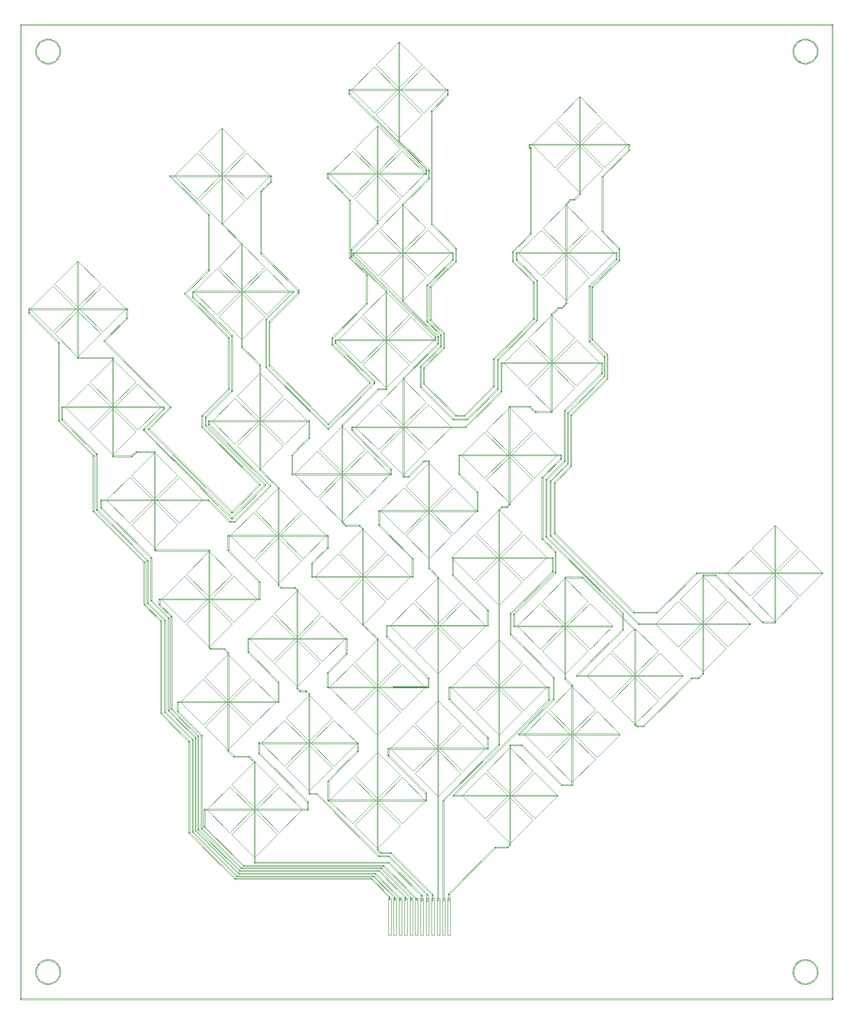
<source format=gbr>
G04 Created by reaConverter (www.reaconverter.com)*
%FSLAX24Y24*%
%MOIN*%
G75*
%ADD10C,0.0010*%
%LNEXPORT*%
D02*
D10*
X68Y39D02*
XD01*
Y70816D01*
X68D01*
Y39D01*
Y70816D02*
X59Y70846D01*
X29Y70816D01*
X68D01*
X59Y70846D01*
X29Y70816D01*
X68D01*
X59Y70846D02*
X29Y70856D01*
Y70816D01*
X59Y70846D01*
X29Y70856D01*
Y70816D01*
X59Y70846D01*
X29Y70856D02*
X9Y70846D01*
X29Y70816D01*
Y70856D01*
X9Y70846D01*
X29Y70816D01*
Y70856D01*
X9Y70846D02*
XY70816D01*
X29D01*
X9Y70846D01*
XY70816D01*
X29D01*
X9Y70846D01*
XY39D02*
X9Y19D01*
X29Y39D01*
XD01*
X9Y19D01*
X29Y39D01*
XD01*
X9Y19D02*
X29YD01*
Y39D01*
X9Y19D01*
X29YD01*
Y39D01*
X9Y19D01*
X29YD02*
X59Y19D01*
X29Y39D01*
YD01*
X59Y19D01*
X29Y39D01*
YD01*
X59Y19D02*
X68Y39D01*
X29D01*
X59Y19D01*
X68Y39D01*
X29D01*
X59Y19D01*
X29Y70777D02*
Y70856D01*
X59015D01*
Y70777D01*
X29D01*
X59015D02*
X59045Y70787D01*
X59015Y70816D01*
Y70777D01*
X59045Y70787D01*
X59015Y70816D01*
Y70777D01*
X59045Y70787D02*
X59055Y70816D01*
X59015D01*
X59045Y70787D01*
X59055Y70816D01*
X59015D01*
X59045Y70787D01*
X59055Y70816D02*
X59045Y70846D01*
X59015Y70816D01*
X59055D01*
X59045Y70846D01*
X59015Y70816D01*
X59055D01*
X59045Y70846D02*
X59015Y70856D01*
Y70816D01*
X59045Y70846D01*
X59015Y70856D01*
Y70816D01*
X59045Y70846D01*
X29Y70856D02*
X9Y70846D01*
X29Y70816D01*
Y70856D01*
X9Y70846D01*
X29Y70816D01*
Y70856D01*
X9Y70846D02*
XY70816D01*
X29D01*
X9Y70846D01*
XY70816D01*
X29D01*
X9Y70846D01*
XY70816D02*
X9Y70787D01*
X29Y70816D01*
XD01*
X9Y70787D01*
X29Y70816D01*
XD01*
X9Y70787D02*
X29Y70777D01*
Y70816D01*
X9Y70787D01*
X29Y70777D01*
Y70816D01*
X9Y70787D01*
X58976Y70816D02*
X59055D01*
Y39D01*
X58976D01*
Y70816D01*
Y39D02*
X58986Y19D01*
X59015Y39D01*
X58976D01*
X58986Y19D01*
X59015Y39D01*
X58976D01*
X58986Y19D02*
X59015YD01*
Y39D01*
X58986Y19D01*
X59015YD01*
Y39D01*
X58986Y19D01*
X59015YD02*
X59045Y19D01*
X59015Y39D01*
YD01*
X59045Y19D01*
X59015Y39D01*
YD01*
X59045Y19D02*
X59055Y39D01*
X59015D01*
X59045Y19D01*
X59055Y39D01*
X59015D01*
X59045Y19D01*
X59055Y70816D02*
X59045Y70846D01*
X59015Y70816D01*
X59055D01*
X59045Y70846D01*
X59015Y70816D01*
X59055D01*
X59045Y70846D02*
X59015Y70856D01*
Y70816D01*
X59045Y70846D01*
X59015Y70856D01*
Y70816D01*
X59045Y70846D01*
X59015Y70856D02*
X58986Y70846D01*
X59015Y70816D01*
Y70856D01*
X58986Y70846D01*
X59015Y70816D01*
Y70856D01*
X58986Y70846D02*
X58976Y70816D01*
X59015D01*
X58986Y70846D01*
X58976Y70816D01*
X59015D01*
X58986Y70846D01*
X59015Y88D02*
YD01*
X29D01*
Y88D01*
X59015D01*
X29D02*
X9Y68D01*
X29Y39D01*
Y88D01*
X9Y68D01*
X29Y39D01*
Y88D01*
X9Y68D02*
XY39D01*
X29D01*
X9Y68D01*
XY39D01*
X29D01*
X9Y68D01*
XY39D02*
X9Y19D01*
X29Y39D01*
XD01*
X9Y19D01*
X29Y39D01*
XD01*
X9Y19D02*
X29YD01*
Y39D01*
X9Y19D01*
X29YD01*
Y39D01*
X9Y19D01*
X59015YD02*
X59045Y19D01*
X59015Y39D01*
YD01*
X59045Y19D01*
X59015Y39D01*
YD01*
X59045Y19D02*
X59055Y39D01*
X59015D01*
X59045Y19D01*
X59055Y39D01*
X59015D01*
X59045Y19D01*
X59055Y39D02*
X59045Y68D01*
X59015Y39D01*
X59055D01*
X59045Y68D01*
X59015Y39D01*
X59055D01*
X59045Y68D02*
X59015Y88D01*
Y39D01*
X59045Y68D01*
X59015Y88D01*
Y39D01*
X59045Y68D01*
X1998Y1082D02*
X2175Y1112D01*
X2165Y1181D01*
X1998Y1171D01*
Y1082D01*
X2175Y1112D01*
X2165Y1181D01*
X1998Y1171D01*
Y1082D01*
X2175Y1112D02*
X2352Y1151D01*
X2322Y1240D01*
X2165Y1181D01*
X2175Y1112D01*
X2352Y1151D01*
X2322Y1240D01*
X2165Y1181D01*
X2175Y1112D01*
X2352Y1151D02*
X2509Y1240D01*
X2470Y1309D01*
X2322Y1240D01*
X2352Y1151D01*
X2509Y1240D01*
X2470Y1309D01*
X2322Y1240D01*
X2352Y1151D01*
X2509Y1240D02*
X2647Y1358D01*
X2598Y1417D01*
X2470Y1309D01*
X2509Y1240D01*
X2647Y1358D01*
X2598Y1417D01*
X2470Y1309D01*
X2509Y1240D01*
X2647Y1358D02*
X2765Y1505D01*
X2696Y1535D01*
X2598Y1417D01*
X2647Y1358D01*
X2765Y1505D01*
X2696Y1535D01*
X2598Y1417D01*
X2647Y1358D01*
X2765Y1505D02*
X2844Y1663D01*
X2775Y1692D01*
X2696Y1535D01*
X2765Y1505D01*
X2844Y1663D01*
X2775Y1692D01*
X2696Y1535D01*
X2765Y1505D01*
X2844Y1663D02*
X2903Y1830D01*
X2824Y1850D01*
X2775Y1692D01*
X2844Y1663D01*
X2903Y1830D01*
X2824Y1850D01*
X2775Y1692D01*
X2844Y1663D01*
X2903Y1830D02*
X2913Y2007D01*
X2834D01*
X2824Y1850D01*
X2903Y1830D01*
X2913Y2007D01*
X2834D01*
X2824Y1850D01*
X2903Y1830D01*
X2913Y2007D02*
X2903Y2185D01*
X2824Y2175D01*
X2834Y2007D01*
X2913D01*
X2903Y2185D01*
X2824Y2175D01*
X2834Y2007D01*
X2913D01*
X2903Y2185D02*
X2844Y2362D01*
X2775Y2332D01*
X2824Y2175D01*
X2903Y2185D01*
X2844Y2362D01*
X2775Y2332D01*
X2824Y2175D01*
X2903Y2185D01*
X2844Y2362D02*
X2765Y2519D01*
X2696Y2480D01*
X2775Y2332D01*
X2844Y2362D01*
X2765Y2519D01*
X2696Y2480D01*
X2775Y2332D01*
X2844Y2362D01*
X2765Y2519D02*
X2647Y2657D01*
X2598Y2608D01*
X2696Y2480D01*
X2765Y2519D01*
X2647Y2657D01*
X2598Y2608D01*
X2696Y2480D01*
X2765Y2519D01*
X2647Y2657D02*
X2509Y2775D01*
X2470Y2706D01*
X2598Y2608D01*
X2647Y2657D01*
X2509Y2775D01*
X2470Y2706D01*
X2598Y2608D01*
X2647Y2657D01*
X2509Y2775D02*
X2352Y2854D01*
X2322Y2785D01*
X2470Y2706D01*
X2509Y2775D01*
X2352Y2854D01*
X2322Y2785D01*
X2470Y2706D01*
X2509Y2775D01*
X2352Y2854D02*
X2175Y2913D01*
X2165Y2834D01*
X2322Y2785D01*
X2352Y2854D01*
X2175Y2913D01*
X2165Y2834D01*
X2322Y2785D01*
X2352Y2854D01*
X2175Y2913D02*
X1998Y2923D01*
Y2844D01*
X2165Y2834D01*
X2175Y2913D01*
X1998Y2923D01*
Y2844D01*
X2165Y2834D01*
X2175Y2913D01*
X1998Y2923D02*
X1820Y2913D01*
X1840Y2834D01*
X1998Y2844D01*
Y2923D01*
X1820Y2913D01*
X1840Y2834D01*
X1998Y2844D01*
Y2923D01*
X1820Y2913D02*
X1643Y2854D01*
X1683Y2785D01*
X1840Y2834D01*
X1820Y2913D01*
X1643Y2854D01*
X1683Y2785D01*
X1840Y2834D01*
X1820Y2913D01*
X1643Y2854D02*
X1486Y2775D01*
X1535Y2706D01*
X1683Y2785D01*
X1643Y2854D01*
X1486Y2775D01*
X1535Y2706D01*
X1683Y2785D01*
X1643Y2854D01*
X1486Y2775D02*
X1358Y2657D01*
X1397Y2608D01*
X1535Y2706D01*
X1486Y2775D01*
X1358Y2657D01*
X1397Y2608D01*
X1535Y2706D01*
X1486Y2775D01*
X1358Y2657D02*
X1240Y2519D01*
X1309Y2480D01*
X1397Y2608D01*
X1358Y2657D01*
X1240Y2519D01*
X1309Y2480D01*
X1397Y2608D01*
X1358Y2657D01*
X1240Y2519D02*
X1151Y2362D01*
X1220Y2332D01*
X1309Y2480D01*
X1240Y2519D01*
X1151Y2362D01*
X1220Y2332D01*
X1309Y2480D01*
X1240Y2519D01*
X1151Y2362D02*
X1092Y2185D01*
X1171Y2175D01*
X1220Y2332D01*
X1151Y2362D01*
X1092Y2185D01*
X1171Y2175D01*
X1220Y2332D01*
X1151Y2362D01*
X1092Y2185D02*
X1082Y2007D01*
X1151D01*
X1171Y2175D01*
X1092Y2185D01*
X1082Y2007D01*
X1151D01*
X1171Y2175D01*
X1092Y2185D01*
X1082Y2007D02*
X1092Y1830D01*
X1171Y1850D01*
X1151Y2007D01*
X1082D01*
X1092Y1830D01*
X1171Y1850D01*
X1151Y2007D01*
X1082D01*
X1092Y1830D02*
X1151Y1663D01*
X1220Y1692D01*
X1171Y1850D01*
X1092Y1830D01*
X1151Y1663D01*
X1220Y1692D01*
X1171Y1850D01*
X1092Y1830D01*
X1151Y1663D02*
X1240Y1505D01*
X1309Y1535D01*
X1220Y1692D01*
X1151Y1663D01*
X1240Y1505D01*
X1309Y1535D01*
X1220Y1692D01*
X1151Y1663D01*
X1240Y1505D02*
X1358Y1358D01*
X1397Y1417D01*
X1309Y1535D01*
X1240Y1505D01*
X1358Y1358D01*
X1397Y1417D01*
X1309Y1535D01*
X1240Y1505D01*
X1358Y1358D02*
X1486Y1240D01*
X1535Y1309D01*
X1397Y1417D01*
X1358Y1358D01*
X1486Y1240D01*
X1535Y1309D01*
X1397Y1417D01*
X1358Y1358D01*
X1486Y1240D02*
X1643Y1151D01*
X1683Y1240D01*
X1535Y1309D01*
X1486Y1240D01*
X1643Y1151D01*
X1683Y1240D01*
X1535Y1309D01*
X1486Y1240D01*
X1643Y1151D02*
X1820Y1112D01*
X1840Y1181D01*
X1683Y1240D01*
X1643Y1151D01*
X1820Y1112D01*
X1840Y1181D01*
X1683Y1240D01*
X1643Y1151D01*
X1820Y1112D02*
X1998Y1082D01*
Y1171D01*
X1840Y1181D01*
X1820Y1112D01*
X1998Y1082D01*
Y1171D01*
X1840Y1181D01*
X1820Y1112D01*
X57047Y1082D02*
X57224Y1112D01*
X57204Y1181D01*
X57047Y1171D01*
Y1082D01*
X57224Y1112D01*
X57204Y1181D01*
X57047Y1171D01*
Y1082D01*
X57224Y1112D02*
X57391Y1151D01*
X57362Y1240D01*
X57204Y1181D01*
X57224Y1112D01*
X57391Y1151D01*
X57362Y1240D01*
X57204Y1181D01*
X57224Y1112D01*
X57391Y1151D02*
X57549Y1240D01*
X57519Y1309D01*
X57362Y1240D01*
X57391Y1151D01*
X57549Y1240D01*
X57519Y1309D01*
X57362Y1240D01*
X57391Y1151D01*
X57549Y1240D02*
X57696Y1358D01*
X57637Y1417D01*
X57519Y1309D01*
X57549Y1240D01*
X57696Y1358D01*
X57637Y1417D01*
X57519Y1309D01*
X57549Y1240D01*
X57696Y1358D02*
X57814Y1505D01*
X57746Y1535D01*
X57637Y1417D01*
X57696Y1358D01*
X57814Y1505D01*
X57746Y1535D01*
X57637Y1417D01*
X57696Y1358D01*
X57814Y1505D02*
X57903Y1663D01*
X57814Y1692D01*
X57746Y1535D01*
X57814Y1505D01*
X57903Y1663D01*
X57814Y1692D01*
X57746Y1535D01*
X57814Y1505D01*
X57903Y1663D02*
X57942Y1830D01*
X57874Y1850D01*
X57814Y1692D01*
X57903Y1663D01*
X57942Y1830D01*
X57874Y1850D01*
X57814Y1692D01*
X57903Y1663D01*
X57942Y1830D02*
X57972Y2007D01*
X57883D01*
X57874Y1850D01*
X57942Y1830D01*
X57972Y2007D01*
X57883D01*
X57874Y1850D01*
X57942Y1830D01*
X57972Y2007D02*
X57942Y2185D01*
X57874Y2175D01*
X57883Y2007D01*
X57972D01*
X57942Y2185D01*
X57874Y2175D01*
X57883Y2007D01*
X57972D01*
X57942Y2185D02*
X57903Y2362D01*
X57814Y2332D01*
X57874Y2175D01*
X57942Y2185D01*
X57903Y2362D01*
X57814Y2332D01*
X57874Y2175D01*
X57942Y2185D01*
X57903Y2362D02*
X57814Y2519D01*
X57746Y2480D01*
X57814Y2332D01*
X57903Y2362D01*
X57814Y2519D01*
X57746Y2480D01*
X57814Y2332D01*
X57903Y2362D01*
X57814Y2519D02*
X57696Y2657D01*
X57637Y2608D01*
X57746Y2480D01*
X57814Y2519D01*
X57696Y2657D01*
X57637Y2608D01*
X57746Y2480D01*
X57814Y2519D01*
X57696Y2657D02*
X57549Y2775D01*
X57519Y2706D01*
X57637Y2608D01*
X57696Y2657D01*
X57549Y2775D01*
X57519Y2706D01*
X57637Y2608D01*
X57696Y2657D01*
X57549Y2775D02*
X57391Y2854D01*
X57362Y2785D01*
X57519Y2706D01*
X57549Y2775D01*
X57391Y2854D01*
X57362Y2785D01*
X57519Y2706D01*
X57549Y2775D01*
X57391Y2854D02*
X57224Y2913D01*
X57204Y2834D01*
X57362Y2785D01*
X57391Y2854D01*
X57224Y2913D01*
X57204Y2834D01*
X57362Y2785D01*
X57391Y2854D01*
X57224Y2913D02*
X57047Y2923D01*
Y2844D01*
X57204Y2834D01*
X57224Y2913D01*
X57047Y2923D01*
Y2844D01*
X57204Y2834D01*
X57224Y2913D01*
X57047Y2923D02*
X56870Y2913D01*
X56879Y2834D01*
X57047Y2844D01*
Y2923D01*
X56870Y2913D01*
X56879Y2834D01*
X57047Y2844D01*
Y2923D01*
X56870Y2913D02*
X56692Y2854D01*
X56722Y2785D01*
X56879Y2834D01*
X56870Y2913D01*
X56692Y2854D01*
X56722Y2785D01*
X56879Y2834D01*
X56870Y2913D01*
X56692Y2854D02*
X56535Y2775D01*
X56584Y2706D01*
X56722Y2785D01*
X56692Y2854D01*
X56535Y2775D01*
X56584Y2706D01*
X56722Y2785D01*
X56692Y2854D01*
X56535Y2775D02*
X56397Y2657D01*
X56456Y2608D01*
X56584Y2706D01*
X56535Y2775D01*
X56397Y2657D01*
X56456Y2608D01*
X56584Y2706D01*
X56535Y2775D01*
X56397Y2657D02*
X56289Y2519D01*
X56348Y2480D01*
X56456Y2608D01*
X56397Y2657D01*
X56289Y2519D01*
X56348Y2480D01*
X56456Y2608D01*
X56397Y2657D01*
X56289Y2519D02*
X56200Y2362D01*
X56269Y2332D01*
X56348Y2480D01*
X56289Y2519D01*
X56200Y2362D01*
X56269Y2332D01*
X56348Y2480D01*
X56289Y2519D01*
X56200Y2362D02*
X56151Y2185D01*
X56230Y2175D01*
X56269Y2332D01*
X56200Y2362D01*
X56151Y2185D01*
X56230Y2175D01*
X56269Y2332D01*
X56200Y2362D01*
X56151Y2185D02*
X56131Y2007D01*
X56210D01*
X56230Y2175D01*
X56151Y2185D01*
X56131Y2007D01*
X56210D01*
X56230Y2175D01*
X56151Y2185D01*
X56131Y2007D02*
X56151Y1830D01*
X56230Y1850D01*
X56210Y2007D01*
X56131D01*
X56151Y1830D01*
X56230Y1850D01*
X56210Y2007D01*
X56131D01*
X56151Y1830D02*
X56200Y1663D01*
X56269Y1692D01*
X56230Y1850D01*
X56151Y1830D01*
X56200Y1663D01*
X56269Y1692D01*
X56230Y1850D01*
X56151Y1830D01*
X56200Y1663D02*
X56289Y1505D01*
X56348Y1535D01*
X56269Y1692D01*
X56200Y1663D01*
X56289Y1505D01*
X56348Y1535D01*
X56269Y1692D01*
X56200Y1663D01*
X56289Y1505D02*
X56397Y1358D01*
X56456Y1417D01*
X56348Y1535D01*
X56289Y1505D01*
X56397Y1358D01*
X56456Y1417D01*
X56348Y1535D01*
X56289Y1505D01*
X56397Y1358D02*
X56535Y1240D01*
X56584Y1309D01*
X56456Y1417D01*
X56397Y1358D01*
X56535Y1240D01*
X56584Y1309D01*
X56456Y1417D01*
X56397Y1358D01*
X56535Y1240D02*
X56692Y1151D01*
X56722Y1240D01*
X56584Y1309D01*
X56535Y1240D01*
X56692Y1151D01*
X56722Y1240D01*
X56584Y1309D01*
X56535Y1240D01*
X56692Y1151D02*
X56870Y1112D01*
X56879Y1181D01*
X56722Y1240D01*
X56692Y1151D01*
X56870Y1112D01*
X56879Y1181D01*
X56722Y1240D01*
X56692Y1151D01*
X56870Y1112D02*
X57047Y1082D01*
Y1171D01*
X56879Y1181D01*
X56870Y1112D01*
X57047Y1082D01*
Y1171D01*
X56879Y1181D01*
X56870Y1112D01*
X1998Y1082D02*
X2175Y1112D01*
X2165Y1181D01*
X1998Y1171D01*
Y1082D01*
X2175Y1112D01*
X2165Y1181D01*
X1998Y1171D01*
Y1082D01*
X2175Y1112D02*
X2352Y1151D01*
X2322Y1240D01*
X2165Y1181D01*
X2175Y1112D01*
X2352Y1151D01*
X2322Y1240D01*
X2165Y1181D01*
X2175Y1112D01*
X2352Y1151D02*
X2509Y1240D01*
X2470Y1309D01*
X2322Y1240D01*
X2352Y1151D01*
X2509Y1240D01*
X2470Y1309D01*
X2322Y1240D01*
X2352Y1151D01*
X2509Y1240D02*
X2647Y1358D01*
X2598Y1417D01*
X2470Y1309D01*
X2509Y1240D01*
X2647Y1358D01*
X2598Y1417D01*
X2470Y1309D01*
X2509Y1240D01*
X2647Y1358D02*
X2765Y1505D01*
X2696Y1535D01*
X2598Y1417D01*
X2647Y1358D01*
X2765Y1505D01*
X2696Y1535D01*
X2598Y1417D01*
X2647Y1358D01*
X2765Y1505D02*
X2844Y1663D01*
X2775Y1692D01*
X2696Y1535D01*
X2765Y1505D01*
X2844Y1663D01*
X2775Y1692D01*
X2696Y1535D01*
X2765Y1505D01*
X2844Y1663D02*
X2903Y1830D01*
X2824Y1850D01*
X2775Y1692D01*
X2844Y1663D01*
X2903Y1830D01*
X2824Y1850D01*
X2775Y1692D01*
X2844Y1663D01*
X2903Y1830D02*
X2913Y2007D01*
X2834D01*
X2824Y1850D01*
X2903Y1830D01*
X2913Y2007D01*
X2834D01*
X2824Y1850D01*
X2903Y1830D01*
X2913Y2007D02*
X2903Y2185D01*
X2824Y2175D01*
X2834Y2007D01*
X2913D01*
X2903Y2185D01*
X2824Y2175D01*
X2834Y2007D01*
X2913D01*
X2903Y2185D02*
X2844Y2362D01*
X2775Y2332D01*
X2824Y2175D01*
X2903Y2185D01*
X2844Y2362D01*
X2775Y2332D01*
X2824Y2175D01*
X2903Y2185D01*
X2844Y2362D02*
X2765Y2519D01*
X2696Y2480D01*
X2775Y2332D01*
X2844Y2362D01*
X2765Y2519D01*
X2696Y2480D01*
X2775Y2332D01*
X2844Y2362D01*
X2765Y2519D02*
X2647Y2657D01*
X2598Y2608D01*
X2696Y2480D01*
X2765Y2519D01*
X2647Y2657D01*
X2598Y2608D01*
X2696Y2480D01*
X2765Y2519D01*
X2647Y2657D02*
X2509Y2775D01*
X2470Y2706D01*
X2598Y2608D01*
X2647Y2657D01*
X2509Y2775D01*
X2470Y2706D01*
X2598Y2608D01*
X2647Y2657D01*
X2509Y2775D02*
X2352Y2854D01*
X2322Y2785D01*
X2470Y2706D01*
X2509Y2775D01*
X2352Y2854D01*
X2322Y2785D01*
X2470Y2706D01*
X2509Y2775D01*
X2352Y2854D02*
X2175Y2913D01*
X2165Y2834D01*
X2322Y2785D01*
X2352Y2854D01*
X2175Y2913D01*
X2165Y2834D01*
X2322Y2785D01*
X2352Y2854D01*
X2175Y2913D02*
X1998Y2923D01*
Y2844D01*
X2165Y2834D01*
X2175Y2913D01*
X1998Y2923D01*
Y2844D01*
X2165Y2834D01*
X2175Y2913D01*
X1998Y2923D02*
X1820Y2913D01*
X1840Y2834D01*
X1998Y2844D01*
Y2923D01*
X1820Y2913D01*
X1840Y2834D01*
X1998Y2844D01*
Y2923D01*
X1820Y2913D02*
X1643Y2854D01*
X1683Y2785D01*
X1840Y2834D01*
X1820Y2913D01*
X1643Y2854D01*
X1683Y2785D01*
X1840Y2834D01*
X1820Y2913D01*
X1643Y2854D02*
X1486Y2775D01*
X1535Y2706D01*
X1683Y2785D01*
X1643Y2854D01*
X1486Y2775D01*
X1535Y2706D01*
X1683Y2785D01*
X1643Y2854D01*
X1486Y2775D02*
X1358Y2657D01*
X1397Y2608D01*
X1535Y2706D01*
X1486Y2775D01*
X1358Y2657D01*
X1397Y2608D01*
X1535Y2706D01*
X1486Y2775D01*
X1358Y2657D02*
X1240Y2519D01*
X1309Y2480D01*
X1397Y2608D01*
X1358Y2657D01*
X1240Y2519D01*
X1309Y2480D01*
X1397Y2608D01*
X1358Y2657D01*
X1240Y2519D02*
X1151Y2362D01*
X1220Y2332D01*
X1309Y2480D01*
X1240Y2519D01*
X1151Y2362D01*
X1220Y2332D01*
X1309Y2480D01*
X1240Y2519D01*
X1151Y2362D02*
X1092Y2185D01*
X1171Y2175D01*
X1220Y2332D01*
X1151Y2362D01*
X1092Y2185D01*
X1171Y2175D01*
X1220Y2332D01*
X1151Y2362D01*
X1092Y2185D02*
X1082Y2007D01*
X1151D01*
X1171Y2175D01*
X1092Y2185D01*
X1082Y2007D01*
X1151D01*
X1171Y2175D01*
X1092Y2185D01*
X1082Y2007D02*
X1092Y1830D01*
X1171Y1850D01*
X1151Y2007D01*
X1082D01*
X1092Y1830D01*
X1171Y1850D01*
X1151Y2007D01*
X1082D01*
X1092Y1830D02*
X1151Y1663D01*
X1220Y1692D01*
X1171Y1850D01*
X1092Y1830D01*
X1151Y1663D01*
X1220Y1692D01*
X1171Y1850D01*
X1092Y1830D01*
X1151Y1663D02*
X1240Y1505D01*
X1309Y1535D01*
X1220Y1692D01*
X1151Y1663D01*
X1240Y1505D01*
X1309Y1535D01*
X1220Y1692D01*
X1151Y1663D01*
X1240Y1505D02*
X1358Y1358D01*
X1397Y1417D01*
X1309Y1535D01*
X1240Y1505D01*
X1358Y1358D01*
X1397Y1417D01*
X1309Y1535D01*
X1240Y1505D01*
X1358Y1358D02*
X1486Y1240D01*
X1535Y1309D01*
X1397Y1417D01*
X1358Y1358D01*
X1486Y1240D01*
X1535Y1309D01*
X1397Y1417D01*
X1358Y1358D01*
X1486Y1240D02*
X1643Y1151D01*
X1683Y1240D01*
X1535Y1309D01*
X1486Y1240D01*
X1643Y1151D01*
X1683Y1240D01*
X1535Y1309D01*
X1486Y1240D01*
X1643Y1151D02*
X1820Y1112D01*
X1840Y1181D01*
X1683Y1240D01*
X1643Y1151D01*
X1820Y1112D01*
X1840Y1181D01*
X1683Y1240D01*
X1643Y1151D01*
X1820Y1112D02*
X1998Y1082D01*
Y1171D01*
X1840Y1181D01*
X1820Y1112D01*
X1998Y1082D01*
Y1171D01*
X1840Y1181D01*
X1820Y1112D01*
X57047Y1082D02*
X57224Y1112D01*
X57204Y1181D01*
X57047Y1171D01*
Y1082D01*
X57224Y1112D01*
X57204Y1181D01*
X57047Y1171D01*
Y1082D01*
X57224Y1112D02*
X57391Y1151D01*
X57362Y1240D01*
X57204Y1181D01*
X57224Y1112D01*
X57391Y1151D01*
X57362Y1240D01*
X57204Y1181D01*
X57224Y1112D01*
X57391Y1151D02*
X57549Y1240D01*
X57519Y1309D01*
X57362Y1240D01*
X57391Y1151D01*
X57549Y1240D01*
X57519Y1309D01*
X57362Y1240D01*
X57391Y1151D01*
X57549Y1240D02*
X57696Y1358D01*
X57637Y1417D01*
X57519Y1309D01*
X57549Y1240D01*
X57696Y1358D01*
X57637Y1417D01*
X57519Y1309D01*
X57549Y1240D01*
X57696Y1358D02*
X57814Y1505D01*
X57746Y1535D01*
X57637Y1417D01*
X57696Y1358D01*
X57814Y1505D01*
X57746Y1535D01*
X57637Y1417D01*
X57696Y1358D01*
X57814Y1505D02*
X57903Y1663D01*
X57814Y1692D01*
X57746Y1535D01*
X57814Y1505D01*
X57903Y1663D01*
X57814Y1692D01*
X57746Y1535D01*
X57814Y1505D01*
X57903Y1663D02*
X57942Y1830D01*
X57874Y1850D01*
X57814Y1692D01*
X57903Y1663D01*
X57942Y1830D01*
X57874Y1850D01*
X57814Y1692D01*
X57903Y1663D01*
X57942Y1830D02*
X57972Y2007D01*
X57883D01*
X57874Y1850D01*
X57942Y1830D01*
X57972Y2007D01*
X57883D01*
X57874Y1850D01*
X57942Y1830D01*
X57972Y2007D02*
X57942Y2185D01*
X57874Y2175D01*
X57883Y2007D01*
X57972D01*
X57942Y2185D01*
X57874Y2175D01*
X57883Y2007D01*
X57972D01*
X57942Y2185D02*
X57903Y2362D01*
X57814Y2332D01*
X57874Y2175D01*
X57942Y2185D01*
X57903Y2362D01*
X57814Y2332D01*
X57874Y2175D01*
X57942Y2185D01*
X57903Y2362D02*
X57814Y2519D01*
X57746Y2480D01*
X57814Y2332D01*
X57903Y2362D01*
X57814Y2519D01*
X57746Y2480D01*
X57814Y2332D01*
X57903Y2362D01*
X57814Y2519D02*
X57696Y2657D01*
X57637Y2608D01*
X57746Y2480D01*
X57814Y2519D01*
X57696Y2657D01*
X57637Y2608D01*
X57746Y2480D01*
X57814Y2519D01*
X57696Y2657D02*
X57549Y2775D01*
X57519Y2706D01*
X57637Y2608D01*
X57696Y2657D01*
X57549Y2775D01*
X57519Y2706D01*
X57637Y2608D01*
X57696Y2657D01*
X57549Y2775D02*
X57391Y2854D01*
X57362Y2785D01*
X57519Y2706D01*
X57549Y2775D01*
X57391Y2854D01*
X57362Y2785D01*
X57519Y2706D01*
X57549Y2775D01*
X57391Y2854D02*
X57224Y2913D01*
X57204Y2834D01*
X57362Y2785D01*
X57391Y2854D01*
X57224Y2913D01*
X57204Y2834D01*
X57362Y2785D01*
X57391Y2854D01*
X57224Y2913D02*
X57047Y2923D01*
Y2844D01*
X57204Y2834D01*
X57224Y2913D01*
X57047Y2923D01*
Y2844D01*
X57204Y2834D01*
X57224Y2913D01*
X57047Y2923D02*
X56870Y2913D01*
X56879Y2834D01*
X57047Y2844D01*
Y2923D01*
X56870Y2913D01*
X56879Y2834D01*
X57047Y2844D01*
Y2923D01*
X56870Y2913D02*
X56692Y2854D01*
X56722Y2785D01*
X56879Y2834D01*
X56870Y2913D01*
X56692Y2854D01*
X56722Y2785D01*
X56879Y2834D01*
X56870Y2913D01*
X56692Y2854D02*
X56535Y2775D01*
X56584Y2706D01*
X56722Y2785D01*
X56692Y2854D01*
X56535Y2775D01*
X56584Y2706D01*
X56722Y2785D01*
X56692Y2854D01*
X56535Y2775D02*
X56397Y2657D01*
X56456Y2608D01*
X56584Y2706D01*
X56535Y2775D01*
X56397Y2657D01*
X56456Y2608D01*
X56584Y2706D01*
X56535Y2775D01*
X56397Y2657D02*
X56289Y2519D01*
X56348Y2480D01*
X56456Y2608D01*
X56397Y2657D01*
X56289Y2519D01*
X56348Y2480D01*
X56456Y2608D01*
X56397Y2657D01*
X56289Y2519D02*
X56200Y2362D01*
X56269Y2332D01*
X56348Y2480D01*
X56289Y2519D01*
X56200Y2362D01*
X56269Y2332D01*
X56348Y2480D01*
X56289Y2519D01*
X56200Y2362D02*
X56151Y2185D01*
X56230Y2175D01*
X56269Y2332D01*
X56200Y2362D01*
X56151Y2185D01*
X56230Y2175D01*
X56269Y2332D01*
X56200Y2362D01*
X56151Y2185D02*
X56131Y2007D01*
X56210D01*
X56230Y2175D01*
X56151Y2185D01*
X56131Y2007D01*
X56210D01*
X56230Y2175D01*
X56151Y2185D01*
X56131Y2007D02*
X56151Y1830D01*
X56230Y1850D01*
X56210Y2007D01*
X56131D01*
X56151Y1830D01*
X56230Y1850D01*
X56210Y2007D01*
X56131D01*
X56151Y1830D02*
X56200Y1663D01*
X56269Y1692D01*
X56230Y1850D01*
X56151Y1830D01*
X56200Y1663D01*
X56269Y1692D01*
X56230Y1850D01*
X56151Y1830D01*
X56200Y1663D02*
X56289Y1505D01*
X56348Y1535D01*
X56269Y1692D01*
X56200Y1663D01*
X56289Y1505D01*
X56348Y1535D01*
X56269Y1692D01*
X56200Y1663D01*
X56289Y1505D02*
X56397Y1358D01*
X56456Y1417D01*
X56348Y1535D01*
X56289Y1505D01*
X56397Y1358D01*
X56456Y1417D01*
X56348Y1535D01*
X56289Y1505D01*
X56397Y1358D02*
X56535Y1240D01*
X56584Y1309D01*
X56456Y1417D01*
X56397Y1358D01*
X56535Y1240D01*
X56584Y1309D01*
X56456Y1417D01*
X56397Y1358D01*
X56535Y1240D02*
X56692Y1151D01*
X56722Y1240D01*
X56584Y1309D01*
X56535Y1240D01*
X56692Y1151D01*
X56722Y1240D01*
X56584Y1309D01*
X56535Y1240D01*
X56692Y1151D02*
X56870Y1112D01*
X56879Y1181D01*
X56722Y1240D01*
X56692Y1151D01*
X56870Y1112D01*
X56879Y1181D01*
X56722Y1240D01*
X56692Y1151D01*
X56870Y1112D02*
X57047Y1082D01*
Y1171D01*
X56879Y1181D01*
X56870Y1112D01*
X57047Y1082D01*
Y1171D01*
X56879Y1181D01*
X56870Y1112D01*
X1998Y67972D02*
X2175Y67992D01*
X2165Y68070D01*
X1998Y68051D01*
Y67972D01*
X2175Y67992D01*
X2165Y68070D01*
X1998Y68051D01*
Y67972D01*
X2175Y67992D02*
X2352Y68041D01*
X2322Y68120D01*
X2165Y68070D01*
X2175Y67992D01*
X2352Y68041D01*
X2322Y68120D01*
X2165Y68070D01*
X2175Y67992D01*
X2352Y68041D02*
X2509Y68129D01*
X2470Y68198D01*
X2322Y68120D01*
X2352Y68041D01*
X2509Y68129D01*
X2470Y68198D01*
X2322Y68120D01*
X2352Y68041D01*
X2509Y68129D02*
X2647Y68248D01*
X2598Y68297D01*
X2470Y68198D01*
X2509Y68129D01*
X2647Y68248D01*
X2598Y68297D01*
X2470Y68198D01*
X2509Y68129D01*
X2647Y68248D02*
X2765Y68385D01*
X2696Y68425D01*
X2598Y68297D01*
X2647Y68248D01*
X2765Y68385D01*
X2696Y68425D01*
X2598Y68297D01*
X2647Y68248D01*
X2765Y68385D02*
X2844Y68543D01*
X2775Y68572D01*
X2696Y68425D01*
X2765Y68385D01*
X2844Y68543D01*
X2775Y68572D01*
X2696Y68425D01*
X2765Y68385D01*
X2844Y68543D02*
X2903Y68710D01*
X2824Y68730D01*
X2775Y68572D01*
X2844Y68543D01*
X2903Y68710D01*
X2824Y68730D01*
X2775Y68572D01*
X2844Y68543D01*
X2903Y68710D02*
X2913Y68887D01*
X2834D01*
X2824Y68730D01*
X2903Y68710D01*
X2913Y68887D01*
X2834D01*
X2824Y68730D01*
X2903Y68710D01*
X2913Y68887D02*
X2903Y69064D01*
X2824Y69055D01*
X2834Y68887D01*
X2913D01*
X2903Y69064D01*
X2824Y69055D01*
X2834Y68887D01*
X2913D01*
X2903Y69064D02*
X2844Y69242D01*
X2775Y69212D01*
X2824Y69055D01*
X2903Y69064D01*
X2844Y69242D01*
X2775Y69212D01*
X2824Y69055D01*
X2903Y69064D01*
X2844Y69242D02*
X2765Y69399D01*
X2696Y69370D01*
X2775Y69212D01*
X2844Y69242D01*
X2765Y69399D01*
X2696Y69370D01*
X2775Y69212D01*
X2844Y69242D01*
X2765Y69399D02*
X2647Y69547D01*
X2598Y69488D01*
X2696Y69370D01*
X2765Y69399D01*
X2647Y69547D01*
X2598Y69488D01*
X2696Y69370D01*
X2765Y69399D01*
X2647Y69547D02*
X2509Y69665D01*
X2470Y69596D01*
X2598Y69488D01*
X2647Y69547D01*
X2509Y69665D01*
X2470Y69596D01*
X2598Y69488D01*
X2647Y69547D01*
X2509Y69665D02*
X2352Y69734D01*
X2322Y69665D01*
X2470Y69596D01*
X2509Y69665D01*
X2352Y69734D01*
X2322Y69665D01*
X2470Y69596D01*
X2509Y69665D01*
X2352Y69734D02*
X2175Y69793D01*
X2165Y69724D01*
X2322Y69665D01*
X2352Y69734D01*
X2175Y69793D01*
X2165Y69724D01*
X2322Y69665D01*
X2352Y69734D01*
X2175Y69793D02*
X1998Y69812D01*
Y69734D01*
X2165Y69724D01*
X2175Y69793D01*
X1998Y69812D01*
Y69734D01*
X2165Y69724D01*
X2175Y69793D01*
X1998Y69812D02*
X1820Y69793D01*
X1840Y69724D01*
X1998Y69734D01*
Y69812D01*
X1820Y69793D01*
X1840Y69724D01*
X1998Y69734D01*
Y69812D01*
X1820Y69793D02*
X1643Y69734D01*
X1683Y69665D01*
X1840Y69724D01*
X1820Y69793D01*
X1643Y69734D01*
X1683Y69665D01*
X1840Y69724D01*
X1820Y69793D01*
X1643Y69734D02*
X1486Y69665D01*
X1535Y69596D01*
X1683Y69665D01*
X1643Y69734D01*
X1486Y69665D01*
X1535Y69596D01*
X1683Y69665D01*
X1643Y69734D01*
X1486Y69665D02*
X1358Y69547D01*
X1397Y69488D01*
X1535Y69596D01*
X1486Y69665D01*
X1358Y69547D01*
X1397Y69488D01*
X1535Y69596D01*
X1486Y69665D01*
X1358Y69547D02*
X1240Y69399D01*
X1309Y69370D01*
X1397Y69488D01*
X1358Y69547D01*
X1240Y69399D01*
X1309Y69370D01*
X1397Y69488D01*
X1358Y69547D01*
X1240Y69399D02*
X1151Y69242D01*
X1220Y69212D01*
X1309Y69370D01*
X1240Y69399D01*
X1151Y69242D01*
X1220Y69212D01*
X1309Y69370D01*
X1240Y69399D01*
X1151Y69242D02*
X1092Y69064D01*
X1171Y69055D01*
X1220Y69212D01*
X1151Y69242D01*
X1092Y69064D01*
X1171Y69055D01*
X1220Y69212D01*
X1151Y69242D01*
X1092Y69064D02*
X1082Y68887D01*
X1151D01*
X1171Y69055D01*
X1092Y69064D01*
X1082Y68887D01*
X1151D01*
X1171Y69055D01*
X1092Y69064D01*
X1082Y68887D02*
X1092Y68710D01*
X1171Y68730D01*
X1151Y68887D01*
X1082D01*
X1092Y68710D01*
X1171Y68730D01*
X1151Y68887D01*
X1082D01*
X1092Y68710D02*
X1151Y68543D01*
X1220Y68572D01*
X1171Y68730D01*
X1092Y68710D01*
X1151Y68543D01*
X1220Y68572D01*
X1171Y68730D01*
X1092Y68710D01*
X1151Y68543D02*
X1240Y68385D01*
X1309Y68425D01*
X1220Y68572D01*
X1151Y68543D01*
X1240Y68385D01*
X1309Y68425D01*
X1220Y68572D01*
X1151Y68543D01*
X1240Y68385D02*
X1358Y68248D01*
X1397Y68297D01*
X1309Y68425D01*
X1240Y68385D01*
X1358Y68248D01*
X1397Y68297D01*
X1309Y68425D01*
X1240Y68385D01*
X1358Y68248D02*
X1486Y68129D01*
X1535Y68198D01*
X1397Y68297D01*
X1358Y68248D01*
X1486Y68129D01*
X1535Y68198D01*
X1397Y68297D01*
X1358Y68248D01*
X1486Y68129D02*
X1643Y68041D01*
X1683Y68120D01*
X1535Y68198D01*
X1486Y68129D01*
X1643Y68041D01*
X1683Y68120D01*
X1535Y68198D01*
X1486Y68129D01*
X1643Y68041D02*
X1820Y67992D01*
X1840Y68070D01*
X1683Y68120D01*
X1643Y68041D01*
X1820Y67992D01*
X1840Y68070D01*
X1683Y68120D01*
X1643Y68041D01*
X1820Y67992D02*
X1998Y67972D01*
Y68051D01*
X1840Y68070D01*
X1820Y67992D01*
X1998Y67972D01*
Y68051D01*
X1840Y68070D01*
X1820Y67992D01*
X57047Y67972D02*
X57224Y67992D01*
X57204Y68070D01*
X57047Y68051D01*
Y67972D01*
X57224Y67992D01*
X57204Y68070D01*
X57047Y68051D01*
Y67972D01*
X57224Y67992D02*
X57391Y68041D01*
X57362Y68120D01*
X57204Y68070D01*
X57224Y67992D01*
X57391Y68041D01*
X57362Y68120D01*
X57204Y68070D01*
X57224Y67992D01*
X57391Y68041D02*
X57549Y68129D01*
X57519Y68198D01*
X57362Y68120D01*
X57391Y68041D01*
X57549Y68129D01*
X57519Y68198D01*
X57362Y68120D01*
X57391Y68041D01*
X57549Y68129D02*
X57696Y68248D01*
X57637Y68297D01*
X57519Y68198D01*
X57549Y68129D01*
X57696Y68248D01*
X57637Y68297D01*
X57519Y68198D01*
X57549Y68129D01*
X57696Y68248D02*
X57814Y68385D01*
X57746Y68425D01*
X57637Y68297D01*
X57696Y68248D01*
X57814Y68385D01*
X57746Y68425D01*
X57637Y68297D01*
X57696Y68248D01*
X57814Y68385D02*
X57903Y68543D01*
X57814Y68572D01*
X57746Y68425D01*
X57814Y68385D01*
X57903Y68543D01*
X57814Y68572D01*
X57746Y68425D01*
X57814Y68385D01*
X57903Y68543D02*
X57942Y68710D01*
X57874Y68730D01*
X57814Y68572D01*
X57903Y68543D01*
X57942Y68710D01*
X57874Y68730D01*
X57814Y68572D01*
X57903Y68543D01*
X57942Y68710D02*
X57972Y68887D01*
X57883D01*
X57874Y68730D01*
X57942Y68710D01*
X57972Y68887D01*
X57883D01*
X57874Y68730D01*
X57942Y68710D01*
X57972Y68887D02*
X57942Y69064D01*
X57874Y69055D01*
X57883Y68887D01*
X57972D01*
X57942Y69064D01*
X57874Y69055D01*
X57883Y68887D01*
X57972D01*
X57942Y69064D02*
X57903Y69242D01*
X57814Y69212D01*
X57874Y69055D01*
X57942Y69064D01*
X57903Y69242D01*
X57814Y69212D01*
X57874Y69055D01*
X57942Y69064D01*
X57903Y69242D02*
X57814Y69399D01*
X57746Y69370D01*
X57814Y69212D01*
X57903Y69242D01*
X57814Y69399D01*
X57746Y69370D01*
X57814Y69212D01*
X57903Y69242D01*
X57814Y69399D02*
X57696Y69547D01*
X57637Y69488D01*
X57746Y69370D01*
X57814Y69399D01*
X57696Y69547D01*
X57637Y69488D01*
X57746Y69370D01*
X57814Y69399D01*
X57696Y69547D02*
X57549Y69665D01*
X57519Y69596D01*
X57637Y69488D01*
X57696Y69547D01*
X57549Y69665D01*
X57519Y69596D01*
X57637Y69488D01*
X57696Y69547D01*
X57549Y69665D02*
X57391Y69734D01*
X57362Y69665D01*
X57519Y69596D01*
X57549Y69665D01*
X57391Y69734D01*
X57362Y69665D01*
X57519Y69596D01*
X57549Y69665D01*
X57391Y69734D02*
X57224Y69793D01*
X57204Y69724D01*
X57362Y69665D01*
X57391Y69734D01*
X57224Y69793D01*
X57204Y69724D01*
X57362Y69665D01*
X57391Y69734D01*
X57224Y69793D02*
X57047Y69812D01*
Y69734D01*
X57204Y69724D01*
X57224Y69793D01*
X57047Y69812D01*
Y69734D01*
X57204Y69724D01*
X57224Y69793D01*
X57047Y69812D02*
X56870Y69793D01*
X56879Y69724D01*
X57047Y69734D01*
Y69812D01*
X56870Y69793D01*
X56879Y69724D01*
X57047Y69734D01*
Y69812D01*
X56870Y69793D02*
X56692Y69734D01*
X56722Y69665D01*
X56879Y69724D01*
X56870Y69793D01*
X56692Y69734D01*
X56722Y69665D01*
X56879Y69724D01*
X56870Y69793D01*
X56692Y69734D02*
X56535Y69665D01*
X56584Y69596D01*
X56722Y69665D01*
X56692Y69734D01*
X56535Y69665D01*
X56584Y69596D01*
X56722Y69665D01*
X56692Y69734D01*
X56535Y69665D02*
X56397Y69547D01*
X56456Y69488D01*
X56584Y69596D01*
X56535Y69665D01*
X56397Y69547D01*
X56456Y69488D01*
X56584Y69596D01*
X56535Y69665D01*
X56397Y69547D02*
X56289Y69399D01*
X56348Y69370D01*
X56456Y69488D01*
X56397Y69547D01*
X56289Y69399D01*
X56348Y69370D01*
X56456Y69488D01*
X56397Y69547D01*
X56289Y69399D02*
X56200Y69242D01*
X56269Y69212D01*
X56348Y69370D01*
X56289Y69399D01*
X56200Y69242D01*
X56269Y69212D01*
X56348Y69370D01*
X56289Y69399D01*
X56200Y69242D02*
X56151Y69064D01*
X56230Y69055D01*
X56269Y69212D01*
X56200Y69242D01*
X56151Y69064D01*
X56230Y69055D01*
X56269Y69212D01*
X56200Y69242D01*
X56151Y69064D02*
X56131Y68887D01*
X56210D01*
X56230Y69055D01*
X56151Y69064D01*
X56131Y68887D01*
X56210D01*
X56230Y69055D01*
X56151Y69064D01*
X56131Y68887D02*
X56151Y68710D01*
X56230Y68730D01*
X56210Y68887D01*
X56131D01*
X56151Y68710D01*
X56230Y68730D01*
X56210Y68887D01*
X56131D01*
X56151Y68710D02*
X56200Y68543D01*
X56269Y68572D01*
X56230Y68730D01*
X56151Y68710D01*
X56200Y68543D01*
X56269Y68572D01*
X56230Y68730D01*
X56151Y68710D01*
X56200Y68543D02*
X56289Y68385D01*
X56348Y68425D01*
X56269Y68572D01*
X56200Y68543D01*
X56289Y68385D01*
X56348Y68425D01*
X56269Y68572D01*
X56200Y68543D01*
X56289Y68385D02*
X56397Y68248D01*
X56456Y68297D01*
X56348Y68425D01*
X56289Y68385D01*
X56397Y68248D01*
X56456Y68297D01*
X56348Y68425D01*
X56289Y68385D01*
X56397Y68248D02*
X56535Y68129D01*
X56584Y68198D01*
X56456Y68297D01*
X56397Y68248D01*
X56535Y68129D01*
X56584Y68198D01*
X56456Y68297D01*
X56397Y68248D01*
X56535Y68129D02*
X56692Y68041D01*
X56722Y68120D01*
X56584Y68198D01*
X56535Y68129D01*
X56692Y68041D01*
X56722Y68120D01*
X56584Y68198D01*
X56535Y68129D01*
X56692Y68041D02*
X56870Y67992D01*
X56879Y68070D01*
X56722Y68120D01*
X56692Y68041D01*
X56870Y67992D01*
X56879Y68070D01*
X56722Y68120D01*
X56692Y68041D01*
X56870Y67992D02*
X57047Y67972D01*
Y68051D01*
X56879Y68070D01*
X56870Y67992D01*
X57047Y67972D01*
Y68051D01*
X56879Y68070D01*
X56870Y67992D01*
X1998Y67972D02*
X2175Y67992D01*
X2165Y68070D01*
X1998Y68051D01*
Y67972D01*
X2175Y67992D01*
X2165Y68070D01*
X1998Y68051D01*
Y67972D01*
X2175Y67992D02*
X2352Y68041D01*
X2322Y68120D01*
X2165Y68070D01*
X2175Y67992D01*
X2352Y68041D01*
X2322Y68120D01*
X2165Y68070D01*
X2175Y67992D01*
X2352Y68041D02*
X2509Y68129D01*
X2470Y68198D01*
X2322Y68120D01*
X2352Y68041D01*
X2509Y68129D01*
X2470Y68198D01*
X2322Y68120D01*
X2352Y68041D01*
X2509Y68129D02*
X2647Y68248D01*
X2598Y68297D01*
X2470Y68198D01*
X2509Y68129D01*
X2647Y68248D01*
X2598Y68297D01*
X2470Y68198D01*
X2509Y68129D01*
X2647Y68248D02*
X2765Y68385D01*
X2696Y68425D01*
X2598Y68297D01*
X2647Y68248D01*
X2765Y68385D01*
X2696Y68425D01*
X2598Y68297D01*
X2647Y68248D01*
X2765Y68385D02*
X2844Y68543D01*
X2775Y68572D01*
X2696Y68425D01*
X2765Y68385D01*
X2844Y68543D01*
X2775Y68572D01*
X2696Y68425D01*
X2765Y68385D01*
X2844Y68543D02*
X2903Y68710D01*
X2824Y68730D01*
X2775Y68572D01*
X2844Y68543D01*
X2903Y68710D01*
X2824Y68730D01*
X2775Y68572D01*
X2844Y68543D01*
X2903Y68710D02*
X2913Y68887D01*
X2834D01*
X2824Y68730D01*
X2903Y68710D01*
X2913Y68887D01*
X2834D01*
X2824Y68730D01*
X2903Y68710D01*
X2913Y68887D02*
X2903Y69064D01*
X2824Y69055D01*
X2834Y68887D01*
X2913D01*
X2903Y69064D01*
X2824Y69055D01*
X2834Y68887D01*
X2913D01*
X2903Y69064D02*
X2844Y69242D01*
X2775Y69212D01*
X2824Y69055D01*
X2903Y69064D01*
X2844Y69242D01*
X2775Y69212D01*
X2824Y69055D01*
X2903Y69064D01*
X2844Y69242D02*
X2765Y69399D01*
X2696Y69370D01*
X2775Y69212D01*
X2844Y69242D01*
X2765Y69399D01*
X2696Y69370D01*
X2775Y69212D01*
X2844Y69242D01*
X2765Y69399D02*
X2647Y69547D01*
X2598Y69488D01*
X2696Y69370D01*
X2765Y69399D01*
X2647Y69547D01*
X2598Y69488D01*
X2696Y69370D01*
X2765Y69399D01*
X2647Y69547D02*
X2509Y69665D01*
X2470Y69596D01*
X2598Y69488D01*
X2647Y69547D01*
X2509Y69665D01*
X2470Y69596D01*
X2598Y69488D01*
X2647Y69547D01*
X2509Y69665D02*
X2352Y69734D01*
X2322Y69665D01*
X2470Y69596D01*
X2509Y69665D01*
X2352Y69734D01*
X2322Y69665D01*
X2470Y69596D01*
X2509Y69665D01*
X2352Y69734D02*
X2175Y69793D01*
X2165Y69724D01*
X2322Y69665D01*
X2352Y69734D01*
X2175Y69793D01*
X2165Y69724D01*
X2322Y69665D01*
X2352Y69734D01*
X2175Y69793D02*
X1998Y69812D01*
Y69734D01*
X2165Y69724D01*
X2175Y69793D01*
X1998Y69812D01*
Y69734D01*
X2165Y69724D01*
X2175Y69793D01*
X1998Y69812D02*
X1820Y69793D01*
X1840Y69724D01*
X1998Y69734D01*
Y69812D01*
X1820Y69793D01*
X1840Y69724D01*
X1998Y69734D01*
Y69812D01*
X1820Y69793D02*
X1643Y69734D01*
X1683Y69665D01*
X1840Y69724D01*
X1820Y69793D01*
X1643Y69734D01*
X1683Y69665D01*
X1840Y69724D01*
X1820Y69793D01*
X1643Y69734D02*
X1486Y69665D01*
X1535Y69596D01*
X1683Y69665D01*
X1643Y69734D01*
X1486Y69665D01*
X1535Y69596D01*
X1683Y69665D01*
X1643Y69734D01*
X1486Y69665D02*
X1358Y69547D01*
X1397Y69488D01*
X1535Y69596D01*
X1486Y69665D01*
X1358Y69547D01*
X1397Y69488D01*
X1535Y69596D01*
X1486Y69665D01*
X1358Y69547D02*
X1240Y69399D01*
X1309Y69370D01*
X1397Y69488D01*
X1358Y69547D01*
X1240Y69399D01*
X1309Y69370D01*
X1397Y69488D01*
X1358Y69547D01*
X1240Y69399D02*
X1151Y69242D01*
X1220Y69212D01*
X1309Y69370D01*
X1240Y69399D01*
X1151Y69242D01*
X1220Y69212D01*
X1309Y69370D01*
X1240Y69399D01*
X1151Y69242D02*
X1092Y69064D01*
X1171Y69055D01*
X1220Y69212D01*
X1151Y69242D01*
X1092Y69064D01*
X1171Y69055D01*
X1220Y69212D01*
X1151Y69242D01*
X1092Y69064D02*
X1082Y68887D01*
X1151D01*
X1171Y69055D01*
X1092Y69064D01*
X1082Y68887D01*
X1151D01*
X1171Y69055D01*
X1092Y69064D01*
X1082Y68887D02*
X1092Y68710D01*
X1171Y68730D01*
X1151Y68887D01*
X1082D01*
X1092Y68710D01*
X1171Y68730D01*
X1151Y68887D01*
X1082D01*
X1092Y68710D02*
X1151Y68543D01*
X1220Y68572D01*
X1171Y68730D01*
X1092Y68710D01*
X1151Y68543D01*
X1220Y68572D01*
X1171Y68730D01*
X1092Y68710D01*
X1151Y68543D02*
X1240Y68385D01*
X1309Y68425D01*
X1220Y68572D01*
X1151Y68543D01*
X1240Y68385D01*
X1309Y68425D01*
X1220Y68572D01*
X1151Y68543D01*
X1240Y68385D02*
X1358Y68248D01*
X1397Y68297D01*
X1309Y68425D01*
X1240Y68385D01*
X1358Y68248D01*
X1397Y68297D01*
X1309Y68425D01*
X1240Y68385D01*
X1358Y68248D02*
X1486Y68129D01*
X1535Y68198D01*
X1397Y68297D01*
X1358Y68248D01*
X1486Y68129D01*
X1535Y68198D01*
X1397Y68297D01*
X1358Y68248D01*
X1486Y68129D02*
X1643Y68041D01*
X1683Y68120D01*
X1535Y68198D01*
X1486Y68129D01*
X1643Y68041D01*
X1683Y68120D01*
X1535Y68198D01*
X1486Y68129D01*
X1643Y68041D02*
X1820Y67992D01*
X1840Y68070D01*
X1683Y68120D01*
X1643Y68041D01*
X1820Y67992D01*
X1840Y68070D01*
X1683Y68120D01*
X1643Y68041D01*
X1820Y67992D02*
X1998Y67972D01*
Y68051D01*
X1840Y68070D01*
X1820Y67992D01*
X1998Y67972D01*
Y68051D01*
X1840Y68070D01*
X1820Y67992D01*
X57047Y67972D02*
X57224Y67992D01*
X57204Y68070D01*
X57047Y68051D01*
Y67972D01*
X57224Y67992D01*
X57204Y68070D01*
X57047Y68051D01*
Y67972D01*
X57224Y67992D02*
X57391Y68041D01*
X57362Y68120D01*
X57204Y68070D01*
X57224Y67992D01*
X57391Y68041D01*
X57362Y68120D01*
X57204Y68070D01*
X57224Y67992D01*
X57391Y68041D02*
X57549Y68129D01*
X57519Y68198D01*
X57362Y68120D01*
X57391Y68041D01*
X57549Y68129D01*
X57519Y68198D01*
X57362Y68120D01*
X57391Y68041D01*
X57549Y68129D02*
X57696Y68248D01*
X57637Y68297D01*
X57519Y68198D01*
X57549Y68129D01*
X57696Y68248D01*
X57637Y68297D01*
X57519Y68198D01*
X57549Y68129D01*
X57696Y68248D02*
X57814Y68385D01*
X57746Y68425D01*
X57637Y68297D01*
X57696Y68248D01*
X57814Y68385D01*
X57746Y68425D01*
X57637Y68297D01*
X57696Y68248D01*
X57814Y68385D02*
X57903Y68543D01*
X57814Y68572D01*
X57746Y68425D01*
X57814Y68385D01*
X57903Y68543D01*
X57814Y68572D01*
X57746Y68425D01*
X57814Y68385D01*
X57903Y68543D02*
X57942Y68710D01*
X57874Y68730D01*
X57814Y68572D01*
X57903Y68543D01*
X57942Y68710D01*
X57874Y68730D01*
X57814Y68572D01*
X57903Y68543D01*
X57942Y68710D02*
X57972Y68887D01*
X57883D01*
X57874Y68730D01*
X57942Y68710D01*
X57972Y68887D01*
X57883D01*
X57874Y68730D01*
X57942Y68710D01*
X57972Y68887D02*
X57942Y69064D01*
X57874Y69055D01*
X57883Y68887D01*
X57972D01*
X57942Y69064D01*
X57874Y69055D01*
X57883Y68887D01*
X57972D01*
X57942Y69064D02*
X57903Y69242D01*
X57814Y69212D01*
X57874Y69055D01*
X57942Y69064D01*
X57903Y69242D01*
X57814Y69212D01*
X57874Y69055D01*
X57942Y69064D01*
X57903Y69242D02*
X57814Y69399D01*
X57746Y69370D01*
X57814Y69212D01*
X57903Y69242D01*
X57814Y69399D01*
X57746Y69370D01*
X57814Y69212D01*
X57903Y69242D01*
X57814Y69399D02*
X57696Y69547D01*
X57637Y69488D01*
X57746Y69370D01*
X57814Y69399D01*
X57696Y69547D01*
X57637Y69488D01*
X57746Y69370D01*
X57814Y69399D01*
X57696Y69547D02*
X57549Y69665D01*
X57519Y69596D01*
X57637Y69488D01*
X57696Y69547D01*
X57549Y69665D01*
X57519Y69596D01*
X57637Y69488D01*
X57696Y69547D01*
X57549Y69665D02*
X57391Y69734D01*
X57362Y69665D01*
X57519Y69596D01*
X57549Y69665D01*
X57391Y69734D01*
X57362Y69665D01*
X57519Y69596D01*
X57549Y69665D01*
X57391Y69734D02*
X57224Y69793D01*
X57204Y69724D01*
X57362Y69665D01*
X57391Y69734D01*
X57224Y69793D01*
X57204Y69724D01*
X57362Y69665D01*
X57391Y69734D01*
X57224Y69793D02*
X57047Y69812D01*
Y69734D01*
X57204Y69724D01*
X57224Y69793D01*
X57047Y69812D01*
Y69734D01*
X57204Y69724D01*
X57224Y69793D01*
X57047Y69812D02*
X56870Y69793D01*
X56879Y69724D01*
X57047Y69734D01*
Y69812D01*
X56870Y69793D01*
X56879Y69724D01*
X57047Y69734D01*
Y69812D01*
X56870Y69793D02*
X56692Y69734D01*
X56722Y69665D01*
X56879Y69724D01*
X56870Y69793D01*
X56692Y69734D01*
X56722Y69665D01*
X56879Y69724D01*
X56870Y69793D01*
X56692Y69734D02*
X56535Y69665D01*
X56584Y69596D01*
X56722Y69665D01*
X56692Y69734D01*
X56535Y69665D01*
X56584Y69596D01*
X56722Y69665D01*
X56692Y69734D01*
X56535Y69665D02*
X56397Y69547D01*
X56456Y69488D01*
X56584Y69596D01*
X56535Y69665D01*
X56397Y69547D01*
X56456Y69488D01*
X56584Y69596D01*
X56535Y69665D01*
X56397Y69547D02*
X56289Y69399D01*
X56348Y69370D01*
X56456Y69488D01*
X56397Y69547D01*
X56289Y69399D01*
X56348Y69370D01*
X56456Y69488D01*
X56397Y69547D01*
X56289Y69399D02*
X56200Y69242D01*
X56269Y69212D01*
X56348Y69370D01*
X56289Y69399D01*
X56200Y69242D01*
X56269Y69212D01*
X56348Y69370D01*
X56289Y69399D01*
X56200Y69242D02*
X56151Y69064D01*
X56230Y69055D01*
X56269Y69212D01*
X56200Y69242D01*
X56151Y69064D01*
X56230Y69055D01*
X56269Y69212D01*
X56200Y69242D01*
X56151Y69064D02*
X56131Y68887D01*
X56210D01*
X56230Y69055D01*
X56151Y69064D01*
X56131Y68887D01*
X56210D01*
X56230Y69055D01*
X56151Y69064D01*
X56131Y68887D02*
X56151Y68710D01*
X56230Y68730D01*
X56210Y68887D01*
X56131D01*
X56151Y68710D01*
X56230Y68730D01*
X56210Y68887D01*
X56131D01*
X56151Y68710D02*
X56200Y68543D01*
X56269Y68572D01*
X56230Y68730D01*
X56151Y68710D01*
X56200Y68543D01*
X56269Y68572D01*
X56230Y68730D01*
X56151Y68710D01*
X56200Y68543D02*
X56289Y68385D01*
X56348Y68425D01*
X56269Y68572D01*
X56200Y68543D01*
X56289Y68385D01*
X56348Y68425D01*
X56269Y68572D01*
X56200Y68543D01*
X56289Y68385D02*
X56397Y68248D01*
X56456Y68297D01*
X56348Y68425D01*
X56289Y68385D01*
X56397Y68248D01*
X56456Y68297D01*
X56348Y68425D01*
X56289Y68385D01*
X56397Y68248D02*
X56535Y68129D01*
X56584Y68198D01*
X56456Y68297D01*
X56397Y68248D01*
X56535Y68129D01*
X56584Y68198D01*
X56456Y68297D01*
X56397Y68248D01*
X56535Y68129D02*
X56692Y68041D01*
X56722Y68120D01*
X56584Y68198D01*
X56535Y68129D01*
X56692Y68041D01*
X56722Y68120D01*
X56584Y68198D01*
X56535Y68129D01*
X56692Y68041D02*
X56870Y67992D01*
X56879Y68070D01*
X56722Y68120D01*
X56692Y68041D01*
X56870Y67992D01*
X56879Y68070D01*
X56722Y68120D01*
X56692Y68041D01*
X56870Y67992D02*
X57047Y67972D01*
Y68051D01*
X56879Y68070D01*
X56870Y67992D01*
X57047Y67972D01*
Y68051D01*
X56879Y68070D01*
X56870Y67992D01*
X26742Y4685D02*
Y7352D01*
X26938D01*
Y4685D01*
X26742D01*
X27116D02*
Y7352D01*
X27322D01*
Y4685D01*
X27116D01*
X27519D02*
Y7352D01*
X27716D01*
Y4685D01*
X27519D01*
X27913D02*
Y7352D01*
X28110D01*
Y4685D01*
X27913D01*
X28307D02*
Y7352D01*
X28503D01*
Y4685D01*
X28307D01*
X28700D02*
Y7352D01*
X28887D01*
Y4685D01*
X28700D01*
X18828Y12135D02*
X17155Y13809D01*
X18828Y15472D01*
X20501Y13809D01*
X18828Y12135D01*
X17017Y13946D02*
X15354Y15620D01*
X17017Y17283D01*
X18690Y15620D01*
X17017Y13946D01*
Y10324D02*
X15354Y11998D01*
X17017Y13671D01*
X18690Y11998D01*
X17017Y10324D01*
X15206Y12135D02*
X13543Y13809D01*
X15206Y15472D01*
X16879Y13809D01*
X15206Y12135D01*
X16899Y19970D02*
X15226Y21633D01*
X16899Y23297D01*
X18572Y21633D01*
X16899Y19970D01*
X15088Y21771D02*
X13425Y23435D01*
X15088Y25098D01*
X16761Y23435D01*
X15088Y21771D01*
Y18159D02*
X13425Y19822D01*
X15088Y21486D01*
X16761Y19822D01*
X15088Y18159D01*
X13287Y19970D02*
X11614Y21633D01*
X13287Y23297D01*
X14950Y21633D01*
X13287Y19970D01*
X15531Y27431D02*
X13858Y29094D01*
X15531Y30767D01*
X17194Y29094D01*
X15531Y27431D01*
X13720Y29251D02*
X12047Y30905D01*
X13720Y32578D01*
X15383Y30905D01*
X13720Y29251D01*
Y25629D02*
X12047Y27293D01*
X13720Y28956D01*
X15383Y27293D01*
X13720Y25629D01*
X11909Y27431D02*
X10236Y29094D01*
X11909Y30767D01*
X13582Y29094D01*
X11909Y27431D01*
X11555Y34635D02*
X9881Y36289D01*
X11555Y37962D01*
X13228Y36289D01*
X11555Y34635D01*
X9744Y36437D02*
X8080Y38100D01*
X9744Y39773D01*
X11417Y38100D01*
X9744Y36437D01*
Y32824D02*
X8080Y34488D01*
X9744Y36151D01*
X11417Y34488D01*
X9744Y32824D01*
X7942Y34635D02*
X6259Y36289D01*
X7942Y37962D01*
X9606Y36289D01*
X7942Y34635D01*
X8523Y41387D02*
X6860Y43061D01*
X8523Y44724D01*
X10206Y43061D01*
X8523Y41387D01*
X6722Y43208D02*
X5049Y44872D01*
X6722Y46535D01*
X8385Y44872D01*
X6722Y43208D01*
Y39586D02*
X5049Y41259D01*
X6722Y42913D01*
X8385Y41259D01*
X6722Y39586D01*
X4911Y41387D02*
X3238Y43061D01*
X4911Y44724D01*
X6584Y43061D01*
X4911Y41387D01*
X5974Y48513D02*
X4301Y50177D01*
X5974Y51840D01*
X7637Y50177D01*
X5974Y48513D01*
X4153Y50314D02*
X2490Y51988D01*
X4153Y53641D01*
X5836Y51988D01*
X4153Y50314D01*
Y46702D02*
X2490Y48375D01*
X4153Y50029D01*
X5836Y48375D01*
X4153Y46702D01*
X2352Y48513D02*
X679Y50177D01*
X2352Y51840D01*
X4025Y50177D01*
X2352Y48513D01*
X22795Y16968D02*
X21131Y18641D01*
X22795Y20305D01*
X24478Y18641D01*
X22795Y16968D01*
X20994Y18779D02*
X19320Y20442D01*
X20994Y22125D01*
X22657Y20442D01*
X20994Y18779D01*
Y15157D02*
X19320Y16830D01*
X20994Y18503D01*
X22657Y16830D01*
X20994Y15157D01*
X19183Y16968D02*
X17509Y18641D01*
X19183Y20305D01*
X20856Y18641D01*
X19183Y16968D01*
X21929Y24566D02*
X20265Y26230D01*
X21929Y27903D01*
X23602Y26230D01*
X21929Y24566D01*
X20127Y26368D02*
X18464Y28041D01*
X20127Y29714D01*
X21791Y28041D01*
X20127Y26368D01*
Y22746D02*
X18464Y24419D01*
X20127Y26092D01*
X21791Y24419D01*
X20127Y22746D01*
X18316Y24566D02*
X16653Y26230D01*
X18316Y27903D01*
X19990Y26230D01*
X18316Y24566D01*
X20551Y32027D02*
X18887Y33710D01*
X20551Y35374D01*
X22234Y33710D01*
X20551Y32027D01*
X18750Y33838D02*
X17086Y35511D01*
X18750Y37175D01*
X20423Y35511D01*
X18750Y33838D01*
Y30226D02*
X17086Y31889D01*
X18750Y33562D01*
X20423Y31889D01*
X18750Y30226D01*
X16938Y32027D02*
X15265Y33710D01*
X16938Y35374D01*
X18612Y33710D01*
X16938Y32027D01*
X19222Y40364D02*
X17549Y42037D01*
X19222Y43700D01*
X20895Y42037D01*
X19222Y40364D01*
X17421Y42175D02*
X15738Y43848D01*
X17421Y45511D01*
X19084Y43848D01*
X17421Y42175D01*
Y38553D02*
X15738Y40226D01*
X17421Y41899D01*
X19084Y40226D01*
X17421Y38553D01*
X15600Y40364D02*
X13937Y42037D01*
X15600Y43700D01*
X17273Y42037D01*
X15600Y40364D01*
X17893Y49763D02*
X16220Y51437D01*
X17893Y53110D01*
X19547Y51437D01*
X17893Y49763D01*
X16082Y51574D02*
X14409Y53238D01*
X16082Y54911D01*
X17736Y53238D01*
X16082Y51574D01*
Y47952D02*
X14409Y49625D01*
X16082Y51289D01*
X17736Y49625D01*
X16082Y47952D01*
X14271Y49763D02*
X12598Y51437D01*
X14271Y53110D01*
X15935Y51437D01*
X14271Y49763D01*
X16466Y58169D02*
X14803Y59852D01*
X16466Y61515D01*
X18139Y59852D01*
X16466Y58169D01*
X14655Y59990D02*
X13001Y61653D01*
X14655Y63326D01*
X16328Y61653D01*
X14655Y59990D01*
Y56368D02*
X13001Y58031D01*
X14655Y59704D01*
X16328Y58031D01*
X14655Y56368D01*
X12844Y58169D02*
X11190Y59852D01*
X12844Y61515D01*
X14517Y59852D01*
X12844Y58169D01*
X25206Y36505D02*
X23533Y38179D01*
X25206Y39852D01*
X26860Y38179D01*
X25206Y36505D01*
X23395Y38316D02*
X21722Y39990D01*
X23395Y41663D01*
X25059Y39990D01*
X23395Y38316D01*
Y34714D02*
X21722Y36368D01*
X23395Y38041D01*
X25059Y36368D01*
X23395Y34714D01*
X21574Y36505D02*
X19911Y38179D01*
X21574Y39852D01*
X23248Y38179D01*
X21574Y36505D01*
X28385Y46269D02*
X26712Y47933D01*
X28385Y49606D01*
X30049Y47933D01*
X28385Y46269D01*
X26584Y48070D02*
X24901Y49744D01*
X26584Y51417D01*
X28248Y49744D01*
X26584Y48070D01*
Y44458D02*
X24901Y46122D01*
X26584Y47795D01*
X28248Y46122D01*
X26584Y44458D01*
X24763Y46269D02*
X23100Y47933D01*
X24763Y49606D01*
X26437Y47933D01*
X24763Y46269D01*
X27755Y58326D02*
X26082Y60009D01*
X27755Y61673D01*
X29429Y60009D01*
X27755Y58326D01*
X25944Y60137D02*
X24271Y61811D01*
X25944Y63484D01*
X27608Y61811D01*
X25944Y60137D01*
Y56525D02*
X24271Y58188D01*
X25944Y59872D01*
X27608Y58188D01*
X25944Y56525D01*
X24143Y58326D02*
X22460Y60009D01*
X24143Y61673D01*
X25807Y60009D01*
X24143Y58326D01*
X27755Y12805D02*
X26082Y14468D01*
X27755Y16141D01*
X29429Y14468D01*
X27755Y12805D01*
X25944Y14616D02*
X24271Y16289D01*
X25944Y17952D01*
X27608Y16289D01*
X25944Y14616D01*
Y11003D02*
X24271Y12667D01*
X25944Y14330D01*
X27608Y12667D01*
X25944Y11003D01*
X24143Y12805D02*
X22460Y14468D01*
X24143Y16141D01*
X25807Y14468D01*
X24143Y12805D01*
X27755Y21023D02*
X26082Y22696D01*
X27755Y24360D01*
X29429Y22696D01*
X27755Y21023D01*
X25944Y22834D02*
X24271Y24498D01*
X25944Y26171D01*
X27608Y24498D01*
X25944Y22834D01*
Y19212D02*
X24271Y20885D01*
X25944Y22549D01*
X27608Y20885D01*
X25944Y19212D01*
X24143Y21023D02*
X22460Y22696D01*
X24143Y24360D01*
X25807Y22696D01*
X24143Y21023D01*
X26692Y29045D02*
X25029Y30708D01*
X26692Y32381D01*
X28356Y30708D01*
X26692Y29045D01*
X24881Y30856D02*
X23218Y32519D01*
X24881Y34183D01*
X26545Y32519D01*
X24881Y30856D01*
Y27234D02*
X23218Y28897D01*
X24881Y30570D01*
X26545Y28897D01*
X24881Y27234D01*
X23080Y29045D02*
X21407Y30708D01*
X23080Y32381D01*
X24744Y30708D01*
X23080Y29045D01*
X32155Y16584D02*
X30492Y18248D01*
X32155Y19911D01*
X33818Y18248D01*
X32155Y16584D01*
X30354Y18395D02*
X28681Y20059D01*
X30354Y21722D01*
X32017Y20059D01*
X30354Y18395D01*
Y14773D02*
X28681Y16437D01*
X30354Y18110D01*
X32017Y16437D01*
X30354Y14773D01*
X28543Y16584D02*
X26870Y18248D01*
X28543Y19911D01*
X30206Y18248D01*
X28543Y16584D01*
X32155Y25501D02*
X30492Y27165D01*
X32155Y28848D01*
X33818Y27165D01*
X32155Y25501D01*
X30354Y27322D02*
X28681Y28976D01*
X30354Y30649D01*
X32017Y28976D01*
X30354Y27322D01*
Y23700D02*
X28681Y25364D01*
X30354Y27027D01*
X32017Y25364D01*
X30354Y23700D01*
X28543Y25501D02*
X26870Y27165D01*
X28543Y28848D01*
X30206Y27165D01*
X28543Y25501D01*
X31486Y33838D02*
X29822Y35511D01*
X31486Y37175D01*
X33159Y35511D01*
X31486Y33838D01*
X29675Y35649D02*
X28011Y37322D01*
X29675Y38996D01*
X31358Y37322D01*
X29675Y35649D01*
Y32027D02*
X28011Y33710D01*
X29675Y35374D01*
X31358Y33710D01*
X29675Y32027D01*
X27874Y33838D02*
X26200Y35511D01*
X27874Y37175D01*
X29537Y35511D01*
X27874Y33838D01*
X29645Y39940D02*
X27972Y41604D01*
X29645Y43267D01*
X31309Y41604D01*
X29645Y39940D01*
X27834Y41751D02*
X26161Y43405D01*
X27834Y45078D01*
X29498Y43405D01*
X27834Y41751D01*
Y38129D02*
X26161Y39793D01*
X27834Y41456D01*
X29498Y39793D01*
X27834Y38129D01*
X26023Y39940D02*
X24350Y41604D01*
X26023Y43267D01*
X27696Y41604D01*
X26023Y39940D01*
X29606Y52598D02*
X27933Y54261D01*
X29606Y55925D01*
X31269Y54261D01*
X29606Y52598D01*
X27795Y54409D02*
X26122Y56072D01*
X27795Y57746D01*
X29468Y56072D01*
X27795Y54409D01*
Y50797D02*
X26122Y52460D01*
X27795Y54124D01*
X29468Y52460D01*
X27795Y50797D01*
X25984Y52598D02*
X24320Y54261D01*
X25984Y55925D01*
X27657Y54261D01*
X25984Y52598D01*
X29320Y64429D02*
X27657Y66102D01*
X29320Y67775D01*
X30994Y66102D01*
X29320Y64429D01*
X27519Y66240D02*
X25846Y67913D01*
X27519Y69576D01*
X29183Y67913D01*
X27519Y66240D01*
Y62627D02*
X25846Y64291D01*
X27519Y65964D01*
X29183Y64291D01*
X27519Y62627D01*
X25708Y64429D02*
X24035Y66102D01*
X25708Y67775D01*
X27381Y66102D01*
X25708Y64429D01*
X36594Y21023D02*
X34931Y22696D01*
X36594Y24360D01*
X38267Y22696D01*
X36594Y21023D01*
X34793Y22834D02*
X33120Y24498D01*
X34793Y26171D01*
X36456Y24498D01*
X34793Y22834D01*
Y19212D02*
X33120Y20885D01*
X34793Y22549D01*
X36456Y20885D01*
X34793Y19212D01*
X32982Y21023D02*
X31309Y22696D01*
X32982Y24360D01*
X34645Y22696D01*
X32982Y21023D01*
X36594Y30462D02*
X34931Y32135D01*
X36594Y33799D01*
X38267Y32135D01*
X36594Y30462D01*
X34793Y32273D02*
X33120Y33937D01*
X34793Y35600D01*
X36456Y33937D01*
X34793Y32273D01*
Y28651D02*
X33120Y30324D01*
X34793Y31978D01*
X36456Y30324D01*
X34793Y28651D01*
X32982Y30462D02*
X31309Y32135D01*
X32982Y33799D01*
X34645Y32135D01*
X32982Y30462D01*
X37352Y37893D02*
X35679Y39566D01*
X37352Y41230D01*
X39015Y39566D01*
X37352Y37893D01*
X35541Y39704D02*
X33868Y41368D01*
X35541Y43031D01*
X37204Y41368D01*
X35541Y39704D01*
Y36082D02*
X33868Y37755D01*
X35541Y39419D01*
X37204Y37755D01*
X35541Y36082D01*
X33730Y37893D02*
X32066Y39566D01*
X33730Y41230D01*
X35403Y39566D01*
X33730Y37893D01*
X40413Y44576D02*
X38750Y46250D01*
X40413Y47913D01*
X42086Y46250D01*
X40413Y44576D01*
X38612Y46387D02*
X36929Y48051D01*
X38612Y49724D01*
X40275Y48051D01*
X38612Y46387D01*
Y42765D02*
X36929Y44438D01*
X38612Y46112D01*
X40275Y44438D01*
X38612Y42765D01*
X36801Y44576D02*
X35127Y46250D01*
X36801Y47913D01*
X38464Y46250D01*
X36801Y44576D01*
X41476Y52598D02*
X39812Y54261D01*
X41476Y55925D01*
X43139Y54261D01*
X41476Y52598D01*
X39665Y54409D02*
X38001Y56072D01*
X39665Y57746D01*
X41328Y56072D01*
X39665Y54409D01*
Y50797D02*
X38001Y52460D01*
X39665Y54124D01*
X41328Y52460D01*
X39665Y50797D01*
X37864Y52598D02*
X36190Y54261D01*
X37864Y55925D01*
X39527Y54261D01*
X37864Y52598D01*
X42460Y60452D02*
X40787Y62135D01*
X42460Y63799D01*
X44133Y62135D01*
X42460Y60452D01*
X40649Y62273D02*
X38976Y63937D01*
X40649Y65610D01*
X42322Y63937D01*
X40649Y62273D01*
Y58651D02*
X38976Y60324D01*
X40649Y61988D01*
X42322Y60324D01*
X40649Y58651D01*
X38838Y60452D02*
X37175Y62135D01*
X38838Y63799D01*
X40511Y62135D01*
X38838Y60452D01*
X37391Y13159D02*
X35718Y14822D01*
X37391Y16496D01*
X39055Y14822D01*
X37391Y13159D01*
X35580Y14960D02*
X33907Y16633D01*
X35580Y18307D01*
X37253Y16633D01*
X35580Y14960D01*
Y11358D02*
X33907Y13021D01*
X35580Y14685D01*
X37253Y13021D01*
X35580Y11358D01*
X33769Y13159D02*
X32106Y14822D01*
X33769Y16496D01*
X35442Y14822D01*
X33769Y13159D01*
X41909Y17598D02*
X40236Y19271D01*
X41909Y20944D01*
X43582Y19271D01*
X41909Y17598D01*
X40098Y19409D02*
X38435Y21082D01*
X40098Y22746D01*
X41771Y21082D01*
X40098Y19409D01*
Y15797D02*
X38435Y17460D01*
X40098Y19133D01*
X41771Y17460D01*
X40098Y15797D01*
X38287Y17598D02*
X36624Y19271D01*
X38287Y20944D01*
X39960Y19271D01*
X38287Y17598D01*
X41407Y25472D02*
X39734Y27145D01*
X41407Y28799D01*
X43061Y27145D01*
X41407Y25472D01*
X39596Y27273D02*
X37923Y28937D01*
X39596Y30610D01*
X41259Y28937D01*
X39596Y27273D01*
Y23661D02*
X37923Y25324D01*
X39596Y26988D01*
X41259Y25324D01*
X39596Y23661D01*
X37775Y25472D02*
X36112Y27145D01*
X37775Y28799D01*
X39438Y27145D01*
X37775Y25472D01*
X46476Y21850D02*
X44803Y23513D01*
X46476Y25187D01*
X48139Y23513D01*
X46476Y21850D01*
X44665Y23661D02*
X42992Y25324D01*
X44665Y26988D01*
X46338Y25324D01*
X44665Y23661D01*
Y20039D02*
X42992Y21702D01*
X44665Y23375D01*
X46338Y21702D01*
X44665Y20039D01*
X42854Y21850D02*
X41190Y23513D01*
X42854Y25187D01*
X44517Y23513D01*
X42854Y21850D01*
X51427Y25629D02*
X49753Y27293D01*
X51427Y28956D01*
X53090Y27293D01*
X51427Y25629D01*
X49616Y27431D02*
X47942Y29094D01*
X49616Y30767D01*
X51289Y29094D01*
X49616Y27431D01*
Y23818D02*
X47942Y25482D01*
X49616Y27145D01*
X51289Y25482D01*
X49616Y23818D01*
X47805Y25629D02*
X46141Y27293D01*
X47805Y28956D01*
X49478Y27293D01*
X47805Y25629D01*
X56653Y29311D02*
X54990Y30984D01*
X56653Y32657D01*
X58326Y30984D01*
X56653Y29311D01*
X54842Y31131D02*
X53179Y32795D01*
X54842Y34468D01*
X56515Y32795D01*
X54842Y31131D01*
Y27500D02*
X53179Y29183D01*
X54842Y30846D01*
X56515Y29183D01*
X54842Y27500D01*
X53041Y29311D02*
X51368Y30984D01*
X53041Y32657D01*
X54704Y30984D01*
X53041Y29311D01*
X29094Y4685D02*
Y7352D01*
X29291D01*
Y4685D01*
X29094D01*
X29478D02*
Y7352D01*
X29675D01*
Y4685D01*
X29478D01*
X29872D02*
Y7352D01*
X30078D01*
Y4685D01*
X29872D01*
X30275D02*
Y7352D01*
X30472D01*
Y4685D01*
X30275D01*
X30669D02*
Y7352D01*
X30856D01*
Y4685D01*
X30669D01*
X31053D02*
Y7352D01*
X31250D01*
Y4685D01*
X31053D01*
X18828Y12135D02*
X17155Y13809D01*
X18828Y15472D01*
X20501Y13809D01*
X18828Y12135D01*
X17017Y13946D02*
X15354Y15620D01*
X17017Y17283D01*
X18690Y15620D01*
X17017Y13946D01*
Y10324D02*
X15354Y11998D01*
X17017Y13671D01*
X18690Y11998D01*
X17017Y10324D01*
X15206Y12135D02*
X13543Y13809D01*
X15206Y15472D01*
X16879Y13809D01*
X15206Y12135D01*
X16899Y19970D02*
X15226Y21633D01*
X16899Y23297D01*
X18572Y21633D01*
X16899Y19970D01*
X15088Y21771D02*
X13425Y23435D01*
X15088Y25098D01*
X16761Y23435D01*
X15088Y21771D01*
Y18159D02*
X13425Y19822D01*
X15088Y21486D01*
X16761Y19822D01*
X15088Y18159D01*
X13287Y19970D02*
X11614Y21633D01*
X13287Y23297D01*
X14950Y21633D01*
X13287Y19970D01*
X15531Y27431D02*
X13858Y29094D01*
X15531Y30767D01*
X17194Y29094D01*
X15531Y27431D01*
X13720Y29251D02*
X12047Y30905D01*
X13720Y32578D01*
X15383Y30905D01*
X13720Y29251D01*
Y25629D02*
X12047Y27293D01*
X13720Y28956D01*
X15383Y27293D01*
X13720Y25629D01*
X11909Y27431D02*
X10236Y29094D01*
X11909Y30767D01*
X13582Y29094D01*
X11909Y27431D01*
X11555Y34635D02*
X9881Y36289D01*
X11555Y37962D01*
X13228Y36289D01*
X11555Y34635D01*
X9744Y36437D02*
X8080Y38100D01*
X9744Y39773D01*
X11417Y38100D01*
X9744Y36437D01*
Y32824D02*
X8080Y34488D01*
X9744Y36151D01*
X11417Y34488D01*
X9744Y32824D01*
X7942Y34635D02*
X6259Y36289D01*
X7942Y37962D01*
X9606Y36289D01*
X7942Y34635D01*
X8523Y41387D02*
X6860Y43061D01*
X8523Y44724D01*
X10206Y43061D01*
X8523Y41387D01*
X6722Y43208D02*
X5049Y44872D01*
X6722Y46535D01*
X8385Y44872D01*
X6722Y43208D01*
Y39586D02*
X5049Y41259D01*
X6722Y42913D01*
X8385Y41259D01*
X6722Y39586D01*
X4911Y41387D02*
X3238Y43061D01*
X4911Y44724D01*
X6584Y43061D01*
X4911Y41387D01*
X5974Y48513D02*
X4301Y50177D01*
X5974Y51840D01*
X7637Y50177D01*
X5974Y48513D01*
X4153Y50314D02*
X2490Y51988D01*
X4153Y53641D01*
X5836Y51988D01*
X4153Y50314D01*
Y46702D02*
X2490Y48375D01*
X4153Y50029D01*
X5836Y48375D01*
X4153Y46702D01*
X2352Y48513D02*
X679Y50177D01*
X2352Y51840D01*
X4025Y50177D01*
X2352Y48513D01*
X22795Y16968D02*
X21131Y18641D01*
X22795Y20305D01*
X24478Y18641D01*
X22795Y16968D01*
X20994Y18779D02*
X19320Y20442D01*
X20994Y22125D01*
X22657Y20442D01*
X20994Y18779D01*
Y15157D02*
X19320Y16830D01*
X20994Y18503D01*
X22657Y16830D01*
X20994Y15157D01*
X19183Y16968D02*
X17509Y18641D01*
X19183Y20305D01*
X20856Y18641D01*
X19183Y16968D01*
X21929Y24566D02*
X20265Y26230D01*
X21929Y27903D01*
X23602Y26230D01*
X21929Y24566D01*
X20127Y26368D02*
X18464Y28041D01*
X20127Y29714D01*
X21791Y28041D01*
X20127Y26368D01*
Y22746D02*
X18464Y24419D01*
X20127Y26092D01*
X21791Y24419D01*
X20127Y22746D01*
X18316Y24566D02*
X16653Y26230D01*
X18316Y27903D01*
X19990Y26230D01*
X18316Y24566D01*
X20551Y32027D02*
X18887Y33710D01*
X20551Y35374D01*
X22234Y33710D01*
X20551Y32027D01*
X18750Y33838D02*
X17086Y35511D01*
X18750Y37175D01*
X20423Y35511D01*
X18750Y33838D01*
Y30226D02*
X17086Y31889D01*
X18750Y33562D01*
X20423Y31889D01*
X18750Y30226D01*
X16938Y32027D02*
X15265Y33710D01*
X16938Y35374D01*
X18612Y33710D01*
X16938Y32027D01*
X19222Y40364D02*
X17549Y42037D01*
X19222Y43700D01*
X20895Y42037D01*
X19222Y40364D01*
X17421Y42175D02*
X15738Y43848D01*
X17421Y45511D01*
X19084Y43848D01*
X17421Y42175D01*
Y38553D02*
X15738Y40226D01*
X17421Y41899D01*
X19084Y40226D01*
X17421Y38553D01*
X15600Y40364D02*
X13937Y42037D01*
X15600Y43700D01*
X17273Y42037D01*
X15600Y40364D01*
X17893Y49763D02*
X16220Y51437D01*
X17893Y53110D01*
X19547Y51437D01*
X17893Y49763D01*
X16082Y51574D02*
X14409Y53238D01*
X16082Y54911D01*
X17736Y53238D01*
X16082Y51574D01*
Y47952D02*
X14409Y49625D01*
X16082Y51289D01*
X17736Y49625D01*
X16082Y47952D01*
X14271Y49763D02*
X12598Y51437D01*
X14271Y53110D01*
X15935Y51437D01*
X14271Y49763D01*
X16466Y58169D02*
X14803Y59852D01*
X16466Y61515D01*
X18139Y59852D01*
X16466Y58169D01*
X14655Y59990D02*
X13001Y61653D01*
X14655Y63326D01*
X16328Y61653D01*
X14655Y59990D01*
Y56368D02*
X13001Y58031D01*
X14655Y59704D01*
X16328Y58031D01*
X14655Y56368D01*
X12844Y58169D02*
X11190Y59852D01*
X12844Y61515D01*
X14517Y59852D01*
X12844Y58169D01*
X25206Y36505D02*
X23533Y38179D01*
X25206Y39852D01*
X26860Y38179D01*
X25206Y36505D01*
X23395Y38316D02*
X21722Y39990D01*
X23395Y41663D01*
X25059Y39990D01*
X23395Y38316D01*
Y34714D02*
X21722Y36368D01*
X23395Y38041D01*
X25059Y36368D01*
X23395Y34714D01*
X21574Y36505D02*
X19911Y38179D01*
X21574Y39852D01*
X23248Y38179D01*
X21574Y36505D01*
X28385Y46269D02*
X26712Y47933D01*
X28385Y49606D01*
X30049Y47933D01*
X28385Y46269D01*
X26584Y48070D02*
X24901Y49744D01*
X26584Y51417D01*
X28248Y49744D01*
X26584Y48070D01*
Y44458D02*
X24901Y46122D01*
X26584Y47795D01*
X28248Y46122D01*
X26584Y44458D01*
X24763Y46269D02*
X23100Y47933D01*
X24763Y49606D01*
X26437Y47933D01*
X24763Y46269D01*
X27755Y58326D02*
X26082Y60009D01*
X27755Y61673D01*
X29429Y60009D01*
X27755Y58326D01*
X25944Y60137D02*
X24271Y61811D01*
X25944Y63484D01*
X27608Y61811D01*
X25944Y60137D01*
Y56525D02*
X24271Y58188D01*
X25944Y59872D01*
X27608Y58188D01*
X25944Y56525D01*
X24143Y58326D02*
X22460Y60009D01*
X24143Y61673D01*
X25807Y60009D01*
X24143Y58326D01*
X27755Y12805D02*
X26082Y14468D01*
X27755Y16141D01*
X29429Y14468D01*
X27755Y12805D01*
X25944Y14616D02*
X24271Y16289D01*
X25944Y17952D01*
X27608Y16289D01*
X25944Y14616D01*
Y11003D02*
X24271Y12667D01*
X25944Y14330D01*
X27608Y12667D01*
X25944Y11003D01*
X24143Y12805D02*
X22460Y14468D01*
X24143Y16141D01*
X25807Y14468D01*
X24143Y12805D01*
X27755Y21023D02*
X26082Y22696D01*
X27755Y24360D01*
X29429Y22696D01*
X27755Y21023D01*
X25944Y22834D02*
X24271Y24498D01*
X25944Y26171D01*
X27608Y24498D01*
X25944Y22834D01*
Y19212D02*
X24271Y20885D01*
X25944Y22549D01*
X27608Y20885D01*
X25944Y19212D01*
X24143Y21023D02*
X22460Y22696D01*
X24143Y24360D01*
X25807Y22696D01*
X24143Y21023D01*
X26692Y29045D02*
X25029Y30708D01*
X26692Y32381D01*
X28356Y30708D01*
X26692Y29045D01*
X24881Y30856D02*
X23218Y32519D01*
X24881Y34183D01*
X26545Y32519D01*
X24881Y30856D01*
Y27234D02*
X23218Y28897D01*
X24881Y30570D01*
X26545Y28897D01*
X24881Y27234D01*
X23080Y29045D02*
X21407Y30708D01*
X23080Y32381D01*
X24744Y30708D01*
X23080Y29045D01*
X32155Y16584D02*
X30492Y18248D01*
X32155Y19911D01*
X33818Y18248D01*
X32155Y16584D01*
X30354Y18395D02*
X28681Y20059D01*
X30354Y21722D01*
X32017Y20059D01*
X30354Y18395D01*
Y14773D02*
X28681Y16437D01*
X30354Y18110D01*
X32017Y16437D01*
X30354Y14773D01*
X28543Y16584D02*
X26870Y18248D01*
X28543Y19911D01*
X30206Y18248D01*
X28543Y16584D01*
X32155Y25501D02*
X30492Y27165D01*
X32155Y28848D01*
X33818Y27165D01*
X32155Y25501D01*
X30354Y27322D02*
X28681Y28976D01*
X30354Y30649D01*
X32017Y28976D01*
X30354Y27322D01*
Y23700D02*
X28681Y25364D01*
X30354Y27027D01*
X32017Y25364D01*
X30354Y23700D01*
X28543Y25501D02*
X26870Y27165D01*
X28543Y28848D01*
X30206Y27165D01*
X28543Y25501D01*
X31486Y33838D02*
X29822Y35511D01*
X31486Y37175D01*
X33159Y35511D01*
X31486Y33838D01*
X29675Y35649D02*
X28011Y37322D01*
X29675Y38996D01*
X31358Y37322D01*
X29675Y35649D01*
Y32027D02*
X28011Y33710D01*
X29675Y35374D01*
X31358Y33710D01*
X29675Y32027D01*
X27874Y33838D02*
X26200Y35511D01*
X27874Y37175D01*
X29537Y35511D01*
X27874Y33838D01*
X29645Y39940D02*
X27972Y41604D01*
X29645Y43267D01*
X31309Y41604D01*
X29645Y39940D01*
X27834Y41751D02*
X26161Y43405D01*
X27834Y45078D01*
X29498Y43405D01*
X27834Y41751D01*
Y38129D02*
X26161Y39793D01*
X27834Y41456D01*
X29498Y39793D01*
X27834Y38129D01*
X26023Y39940D02*
X24350Y41604D01*
X26023Y43267D01*
X27696Y41604D01*
X26023Y39940D01*
X29606Y52598D02*
X27933Y54261D01*
X29606Y55925D01*
X31269Y54261D01*
X29606Y52598D01*
X27795Y54409D02*
X26122Y56072D01*
X27795Y57746D01*
X29468Y56072D01*
X27795Y54409D01*
Y50797D02*
X26122Y52460D01*
X27795Y54124D01*
X29468Y52460D01*
X27795Y50797D01*
X25984Y52598D02*
X24320Y54261D01*
X25984Y55925D01*
X27657Y54261D01*
X25984Y52598D01*
X29320Y64429D02*
X27657Y66102D01*
X29320Y67775D01*
X30994Y66102D01*
X29320Y64429D01*
X27519Y66240D02*
X25846Y67913D01*
X27519Y69576D01*
X29183Y67913D01*
X27519Y66240D01*
Y62627D02*
X25846Y64291D01*
X27519Y65964D01*
X29183Y64291D01*
X27519Y62627D01*
X25708Y64429D02*
X24035Y66102D01*
X25708Y67775D01*
X27381Y66102D01*
X25708Y64429D01*
X36594Y21023D02*
X34931Y22696D01*
X36594Y24360D01*
X38267Y22696D01*
X36594Y21023D01*
X34793Y22834D02*
X33120Y24498D01*
X34793Y26171D01*
X36456Y24498D01*
X34793Y22834D01*
Y19212D02*
X33120Y20885D01*
X34793Y22549D01*
X36456Y20885D01*
X34793Y19212D01*
X32982Y21023D02*
X31309Y22696D01*
X32982Y24360D01*
X34645Y22696D01*
X32982Y21023D01*
X36594Y30462D02*
X34931Y32135D01*
X36594Y33799D01*
X38267Y32135D01*
X36594Y30462D01*
X34793Y32273D02*
X33120Y33937D01*
X34793Y35600D01*
X36456Y33937D01*
X34793Y32273D01*
Y28651D02*
X33120Y30324D01*
X34793Y31978D01*
X36456Y30324D01*
X34793Y28651D01*
X32982Y30462D02*
X31309Y32135D01*
X32982Y33799D01*
X34645Y32135D01*
X32982Y30462D01*
X37352Y37893D02*
X35679Y39566D01*
X37352Y41230D01*
X39015Y39566D01*
X37352Y37893D01*
X35541Y39704D02*
X33868Y41368D01*
X35541Y43031D01*
X37204Y41368D01*
X35541Y39704D01*
Y36082D02*
X33868Y37755D01*
X35541Y39419D01*
X37204Y37755D01*
X35541Y36082D01*
X33730Y37893D02*
X32066Y39566D01*
X33730Y41230D01*
X35403Y39566D01*
X33730Y37893D01*
X40413Y44576D02*
X38750Y46250D01*
X40413Y47913D01*
X42086Y46250D01*
X40413Y44576D01*
X38612Y46387D02*
X36929Y48051D01*
X38612Y49724D01*
X40275Y48051D01*
X38612Y46387D01*
Y42765D02*
X36929Y44438D01*
X38612Y46112D01*
X40275Y44438D01*
X38612Y42765D01*
X36801Y44576D02*
X35127Y46250D01*
X36801Y47913D01*
X38464Y46250D01*
X36801Y44576D01*
X41476Y52598D02*
X39812Y54261D01*
X41476Y55925D01*
X43139Y54261D01*
X41476Y52598D01*
X39665Y54409D02*
X38001Y56072D01*
X39665Y57746D01*
X41328Y56072D01*
X39665Y54409D01*
Y50797D02*
X38001Y52460D01*
X39665Y54124D01*
X41328Y52460D01*
X39665Y50797D01*
X37864Y52598D02*
X36190Y54261D01*
X37864Y55925D01*
X39527Y54261D01*
X37864Y52598D01*
X42460Y60452D02*
X40787Y62135D01*
X42460Y63799D01*
X44133Y62135D01*
X42460Y60452D01*
X40649Y62273D02*
X38976Y63937D01*
X40649Y65610D01*
X42322Y63937D01*
X40649Y62273D01*
Y58651D02*
X38976Y60324D01*
X40649Y61988D01*
X42322Y60324D01*
X40649Y58651D01*
X38838Y60452D02*
X37175Y62135D01*
X38838Y63799D01*
X40511Y62135D01*
X38838Y60452D01*
X37391Y13159D02*
X35718Y14822D01*
X37391Y16496D01*
X39055Y14822D01*
X37391Y13159D01*
X35580Y14960D02*
X33907Y16633D01*
X35580Y18307D01*
X37253Y16633D01*
X35580Y14960D01*
Y11358D02*
X33907Y13021D01*
X35580Y14685D01*
X37253Y13021D01*
X35580Y11358D01*
X33769Y13159D02*
X32106Y14822D01*
X33769Y16496D01*
X35442Y14822D01*
X33769Y13159D01*
X41909Y17598D02*
X40236Y19271D01*
X41909Y20944D01*
X43582Y19271D01*
X41909Y17598D01*
X40098Y19409D02*
X38435Y21082D01*
X40098Y22746D01*
X41771Y21082D01*
X40098Y19409D01*
Y15797D02*
X38435Y17460D01*
X40098Y19133D01*
X41771Y17460D01*
X40098Y15797D01*
X38287Y17598D02*
X36624Y19271D01*
X38287Y20944D01*
X39960Y19271D01*
X38287Y17598D01*
X41407Y25472D02*
X39734Y27145D01*
X41407Y28799D01*
X43061Y27145D01*
X41407Y25472D01*
X39596Y27273D02*
X37923Y28937D01*
X39596Y30610D01*
X41259Y28937D01*
X39596Y27273D01*
Y23661D02*
X37923Y25324D01*
X39596Y26988D01*
X41259Y25324D01*
X39596Y23661D01*
X37775Y25472D02*
X36112Y27145D01*
X37775Y28799D01*
X39438Y27145D01*
X37775Y25472D01*
X46476Y21850D02*
X44803Y23513D01*
X46476Y25187D01*
X48139Y23513D01*
X46476Y21850D01*
X44665Y23661D02*
X42992Y25324D01*
X44665Y26988D01*
X46338Y25324D01*
X44665Y23661D01*
Y20039D02*
X42992Y21702D01*
X44665Y23375D01*
X46338Y21702D01*
X44665Y20039D01*
X42854Y21850D02*
X41190Y23513D01*
X42854Y25187D01*
X44517Y23513D01*
X42854Y21850D01*
X51427Y25629D02*
X49753Y27293D01*
X51427Y28956D01*
X53090Y27293D01*
X51427Y25629D01*
X49616Y27431D02*
X47942Y29094D01*
X49616Y30767D01*
X51289Y29094D01*
X49616Y27431D01*
Y23818D02*
X47942Y25482D01*
X49616Y27145D01*
X51289Y25482D01*
X49616Y23818D01*
X47805Y25629D02*
X46141Y27293D01*
X47805Y28956D01*
X49478Y27293D01*
X47805Y25629D01*
X56653Y29311D02*
X54990Y30984D01*
X56653Y32657D01*
X58326Y30984D01*
X56653Y29311D01*
X54842Y31131D02*
X53179Y32795D01*
X54842Y34468D01*
X56515Y32795D01*
X54842Y31131D01*
Y27500D02*
X53179Y29183D01*
X54842Y30846D01*
X56515Y29183D01*
X54842Y27500D01*
X53041Y29311D02*
X51368Y30984D01*
X53041Y32657D01*
X54704Y30984D01*
X53041Y29311D01*
X18061Y46053D02*
X18110Y46122D01*
X22391Y41830D01*
X22342Y41771D01*
X18061Y46053D01*
X22342Y41771D02*
X22372Y41761D01*
Y41791D01*
X22342Y41771D01*
X22372Y41761D01*
Y41791D01*
X22342Y41771D01*
X22372Y41761D02*
X22391Y41771D01*
X22372Y41791D01*
Y41761D01*
X22391Y41771D01*
X22372Y41791D01*
Y41761D01*
X22391Y41771D02*
X22411Y41791D01*
X22372D01*
X22391Y41771D01*
X22411Y41791D01*
X22372D01*
X22391Y41771D01*
X22411Y41791D02*
X22391Y41830D01*
X22372Y41791D01*
X22411D01*
X22391Y41830D01*
X22372Y41791D01*
X22411D01*
X18110Y46122D02*
X18080D01*
Y46092D01*
X18110Y46122D01*
X18080D01*
Y46092D01*
X18110Y46122D01*
X18080D02*
X18061D01*
X18080Y46092D01*
Y46122D01*
X18061D01*
X18080Y46092D01*
Y46122D01*
X18061D02*
X18041Y46092D01*
X18080D01*
X18061Y46122D01*
X18041Y46092D01*
X18080D01*
X18061Y46122D01*
X18041Y46092D02*
X18061Y46053D01*
X18080Y46092D01*
X18041D01*
X18061Y46053D01*
X18080Y46092D01*
X18041D01*
Y49232D02*
X18110D01*
Y46092D01*
X18041D01*
Y49232D01*
Y46092D02*
X18061Y46053D01*
X18080Y46092D01*
X18041D01*
X18061Y46053D01*
X18080Y46092D01*
X18041D01*
X18061Y46053D02*
X18080D01*
Y46092D01*
X18061Y46053D01*
X18080D01*
Y46092D01*
X18061Y46053D01*
X18080D02*
X18110D01*
X18080Y46092D01*
Y46053D01*
X18110D01*
X18080Y46092D01*
Y46053D01*
X18110D02*
Y46092D01*
X18080D01*
X18110Y46053D01*
Y46092D01*
X18080D01*
X18110Y46053D01*
Y49232D02*
Y49261D01*
X18080Y49232D01*
X18110D01*
Y49261D01*
X18080Y49232D01*
X18110D01*
Y49261D02*
X18080Y49271D01*
Y49232D01*
X18110Y49261D01*
X18080Y49271D01*
Y49232D01*
X18110Y49261D01*
X18080Y49271D02*
X18061Y49261D01*
X18080Y49232D01*
Y49271D01*
X18061Y49261D01*
X18080Y49232D01*
Y49271D01*
X18061Y49261D02*
X18041Y49232D01*
X18080D01*
X18061Y49261D01*
X18041Y49232D01*
X18080D01*
X18061Y49261D01*
X20177Y51377D02*
X20236Y51328D01*
X18110Y49202D01*
X18061Y49261D01*
X20177Y51377D01*
X18061Y49261D02*
X18041Y49232D01*
X18080D01*
X18061Y49261D01*
X18041Y49232D01*
X18080D01*
X18061Y49261D01*
X18041Y49232D02*
X18061Y49202D01*
X18080Y49232D01*
X18041D01*
X18061Y49202D01*
X18080Y49232D01*
X18041D01*
X18061Y49202D02*
X18080Y49192D01*
Y49232D01*
X18061Y49202D01*
X18080Y49192D01*
Y49232D01*
X18061Y49202D01*
X18080Y49192D02*
X18110Y49202D01*
X18080Y49232D01*
Y49192D01*
X18110Y49202D01*
X18080Y49232D01*
Y49192D01*
X20236Y51328D02*
X20246Y51358D01*
X20196D01*
X20236Y51328D01*
X20246Y51358D01*
X20196D01*
X20236Y51328D01*
X20246Y51358D02*
X20236Y51377D01*
X20196Y51358D01*
X20246D01*
X20236Y51377D01*
X20196Y51358D01*
X20246D01*
X20236Y51377D02*
X20196Y51397D01*
Y51358D01*
X20236Y51377D01*
X20196Y51397D01*
Y51358D01*
X20236Y51377D01*
X20196Y51397D02*
X20177Y51377D01*
X20196Y51358D01*
Y51397D01*
X20177Y51377D01*
X20196Y51358D01*
Y51397D01*
X20167Y51515D02*
X20246D01*
Y51358D01*
X20167D01*
Y51515D01*
Y51358D02*
X20177Y51328D01*
X20196Y51358D01*
X20167D01*
X20177Y51328D01*
X20196Y51358D01*
X20167D01*
X20177Y51328D02*
X20196Y51318D01*
Y51358D01*
X20177Y51328D01*
X20196Y51318D01*
Y51358D01*
X20177Y51328D01*
X20196Y51318D02*
X20236Y51328D01*
X20196Y51358D01*
Y51318D01*
X20236Y51328D01*
X20196Y51358D01*
Y51318D01*
X20236Y51328D02*
X20246Y51358D01*
X20196D01*
X20236Y51328D01*
X20246Y51358D01*
X20196D01*
X20236Y51328D01*
X20246Y51515D02*
X20236Y51545D01*
X20196Y51515D01*
X20246D01*
X20236Y51545D01*
X20196Y51515D01*
X20246D01*
X20236Y51545D02*
X20196Y51555D01*
Y51515D01*
X20236Y51545D01*
X20196Y51555D01*
Y51515D01*
X20236Y51545D01*
X20196Y51555D02*
X20177Y51545D01*
X20196Y51515D01*
Y51555D01*
X20177Y51545D01*
X20196Y51515D01*
Y51555D01*
X20177Y51545D02*
X20167Y51515D01*
X20196D01*
X20177Y51545D01*
X20167Y51515D01*
X20196D01*
X20177Y51545D01*
X17460Y54202D02*
X17529Y54251D01*
X20236Y51545D01*
X20177Y51486D01*
X17460Y54202D01*
X20177Y51486D02*
X20196Y51476D01*
Y51515D01*
X20177Y51486D01*
X20196Y51476D01*
Y51515D01*
X20177Y51486D01*
X20196Y51476D02*
X20236Y51486D01*
X20196Y51515D01*
Y51476D01*
X20236Y51486D01*
X20196Y51515D01*
Y51476D01*
X20236Y51486D02*
X20246Y51515D01*
X20196D01*
X20236Y51486D01*
X20246Y51515D01*
X20196D01*
X20236Y51486D01*
X20246Y51515D02*
X20236Y51545D01*
X20196Y51515D01*
X20246D01*
X20236Y51545D01*
X20196Y51515D01*
X20246D01*
X17529Y54251D02*
X17490Y54261D01*
Y54222D01*
X17529Y54251D01*
X17490Y54261D01*
Y54222D01*
X17529Y54251D01*
X17490Y54261D02*
X17460Y54251D01*
X17490Y54222D01*
Y54261D01*
X17460Y54251D01*
X17490Y54222D01*
Y54261D01*
X17460Y54251D02*
X17450Y54222D01*
X17490D01*
X17460Y54251D01*
X17450Y54222D01*
X17490D01*
X17460Y54251D01*
X17450Y54222D02*
X17460Y54202D01*
X17490Y54222D01*
X17450D01*
X17460Y54202D01*
X17490Y54222D01*
X17450D01*
X620Y50137D02*
Y50216D01*
X7736D01*
Y50137D01*
X620D01*
X7736D02*
X7765Y50147D01*
X7736Y50177D01*
Y50137D01*
X7765Y50147D01*
X7736Y50177D01*
Y50137D01*
X7765Y50147D02*
X7775Y50177D01*
X7736D01*
X7765Y50147D01*
X7775Y50177D01*
X7736D01*
X7765Y50147D01*
X7775Y50177D02*
X7765Y50196D01*
X7736Y50177D01*
X7775D01*
X7765Y50196D01*
X7736Y50177D01*
X7775D01*
X7765Y50196D02*
X7736Y50216D01*
Y50177D01*
X7765Y50196D01*
X7736Y50216D01*
Y50177D01*
X7765Y50196D01*
X620Y50216D02*
X590Y50196D01*
X620Y50177D01*
Y50216D01*
X590Y50196D01*
X620Y50177D01*
Y50216D01*
X590Y50196D02*
X580Y50177D01*
X620D01*
X590Y50196D01*
X580Y50177D01*
X620D01*
X590Y50196D01*
X580Y50177D02*
X590Y50147D01*
X620Y50177D01*
X580D01*
X590Y50147D01*
X620Y50177D01*
X580D01*
X590Y50147D02*
X620Y50137D01*
Y50177D01*
X590Y50147D01*
X620Y50137D01*
Y50177D01*
X590Y50147D01*
X7696Y50177D02*
X7775D01*
Y49507D01*
X7696D01*
Y50177D01*
Y49507D02*
X7706Y49478D01*
X7736Y49507D01*
X7696D01*
X7706Y49478D01*
X7736Y49507D01*
X7696D01*
X7706Y49478D02*
X7736Y49468D01*
Y49507D01*
X7706Y49478D01*
X7736Y49468D01*
Y49507D01*
X7706Y49478D01*
X7736Y49468D02*
X7765Y49478D01*
X7736Y49507D01*
Y49468D01*
X7765Y49478D01*
X7736Y49507D01*
Y49468D01*
X7765Y49478D02*
X7775Y49507D01*
X7736D01*
X7765Y49478D01*
X7775Y49507D01*
X7736D01*
X7765Y49478D01*
X7775Y50177D02*
X7765Y50196D01*
X7736Y50177D01*
X7775D01*
X7765Y50196D01*
X7736Y50177D01*
X7775D01*
X7765Y50196D02*
X7736Y50216D01*
Y50177D01*
X7765Y50196D01*
X7736Y50216D01*
Y50177D01*
X7765Y50196D01*
X7736Y50216D02*
X7706Y50196D01*
X7736Y50177D01*
Y50216D01*
X7706Y50196D01*
X7736Y50177D01*
Y50216D01*
X7706Y50196D02*
X7696Y50177D01*
X7736D01*
X7706Y50196D01*
X7696Y50177D01*
X7736D01*
X7706Y50196D01*
X17450Y58710D02*
X17529D01*
Y54222D01*
X17450D01*
Y58710D01*
Y54222D02*
X17460Y54202D01*
X17490Y54222D01*
X17450D01*
X17460Y54202D01*
X17490Y54222D01*
X17450D01*
X17460Y54202D02*
X17490Y54183D01*
Y54222D01*
X17460Y54202D01*
X17490Y54183D01*
Y54222D01*
X17460Y54202D01*
X17490Y54183D02*
X17529Y54202D01*
X17490Y54222D01*
Y54183D01*
X17529Y54202D01*
X17490Y54222D01*
Y54183D01*
X17529Y54202D02*
Y54222D01*
X17490D01*
X17529Y54202D01*
Y54222D01*
X17490D01*
X17529Y54202D01*
Y58710D02*
Y58740D01*
X17490Y58710D01*
X17529D01*
Y58740D01*
X17490Y58710D01*
X17529D01*
Y58740D02*
X17490Y58750D01*
Y58710D01*
X17529Y58740D01*
X17490Y58750D01*
Y58710D01*
X17529Y58740D01*
X17490Y58750D02*
X17460Y58740D01*
X17490Y58710D01*
Y58750D01*
X17460Y58740D01*
X17490Y58710D01*
Y58750D01*
X17460Y58740D02*
X17450Y58710D01*
X17490D01*
X17460Y58740D01*
X17450Y58710D01*
X17490D01*
X17460Y58740D01*
X18179Y59438D02*
X18228Y59389D01*
X17529Y58681D01*
X17460Y58740D01*
X18179Y59438D01*
X17460Y58740D02*
X17450Y58710D01*
X17490D01*
X17460Y58740D01*
X17450Y58710D01*
X17490D01*
X17460Y58740D01*
X17450Y58710D02*
X17460Y58681D01*
X17490Y58710D01*
X17450D01*
X17460Y58681D01*
X17490Y58710D01*
X17450D01*
X17460Y58681D02*
X17490Y58671D01*
Y58710D01*
X17460Y58681D01*
X17490Y58671D01*
Y58710D01*
X17460Y58681D01*
X17490Y58671D02*
X17529Y58681D01*
X17490Y58710D01*
Y58671D01*
X17529Y58681D01*
X17490Y58710D01*
Y58671D01*
X18228Y59389D02*
X18238Y59419D01*
X18198D01*
X18228Y59389D01*
X18238Y59419D01*
X18198D01*
X18228Y59389D01*
X18238Y59419D02*
X18228Y59438D01*
X18198Y59419D01*
X18238D01*
X18228Y59438D01*
X18198Y59419D01*
X18238D01*
X18228Y59438D02*
X18198Y59448D01*
Y59419D01*
X18228Y59438D01*
X18198Y59448D01*
Y59419D01*
X18228Y59438D01*
X18198Y59448D02*
X18179Y59438D01*
X18198Y59419D01*
Y59448D01*
X18179Y59438D01*
X18198Y59419D01*
Y59448D01*
X7706Y49537D02*
X7765Y49478D01*
X6122Y47824D01*
X6062Y47883D01*
X7706Y49537D01*
X6062Y47883D02*
X6053Y47854D01*
X6082D01*
X6062Y47883D01*
X6053Y47854D01*
X6082D01*
X6062Y47883D01*
X6053Y47854D02*
X6062Y47824D01*
X6082Y47854D01*
X6053D01*
X6062Y47824D01*
X6082Y47854D01*
X6053D01*
X6062Y47824D02*
X6082Y47814D01*
Y47854D01*
X6062Y47824D01*
X6082Y47814D01*
Y47854D01*
X6062Y47824D01*
X6082Y47814D02*
X6122Y47824D01*
X6082Y47854D01*
Y47814D01*
X6122Y47824D01*
X6082Y47854D01*
Y47814D01*
X7765Y49478D02*
X7775Y49507D01*
X7736D01*
X7765Y49478D01*
X7775Y49507D01*
X7736D01*
X7765Y49478D01*
X7775Y49507D02*
X7765Y49537D01*
X7736Y49507D01*
X7775D01*
X7765Y49537D01*
X7736Y49507D01*
X7775D01*
X7765Y49537D02*
X7736Y49547D01*
Y49507D01*
X7765Y49537D01*
X7736Y49547D01*
Y49507D01*
X7765Y49537D01*
X7736Y49547D02*
X7706Y49537D01*
X7736Y49507D01*
Y49547D01*
X7706Y49537D01*
X7736Y49507D01*
Y49547D01*
X6062Y47824D02*
X6122Y47883D01*
X10935Y43061D01*
X10875Y43011D01*
X6062Y47824D01*
X10875Y43011D02*
X10895Y43001D01*
Y43051D01*
X10875Y43011D01*
X10895Y43001D01*
Y43051D01*
X10875Y43011D01*
X10895Y43001D02*
X10935Y43011D01*
X10895Y43051D01*
Y43001D01*
X10935Y43011D01*
X10895Y43051D01*
Y43001D01*
X10935Y43011D02*
X10944Y43051D01*
X10895D01*
X10935Y43011D01*
X10944Y43051D01*
X10895D01*
X10935Y43011D01*
X10944Y43051D02*
X10935Y43061D01*
X10895Y43051D01*
X10944D01*
X10935Y43061D01*
X10895Y43051D01*
X10944D01*
X6122Y47883D02*
X6082Y47893D01*
Y47854D01*
X6122Y47883D01*
X6082Y47893D01*
Y47854D01*
X6122Y47883D01*
X6082Y47893D02*
X6062Y47883D01*
X6082Y47854D01*
Y47893D01*
X6062Y47883D01*
X6082Y47854D01*
Y47893D01*
X6062Y47883D02*
X6053Y47854D01*
X6082D01*
X6062Y47883D01*
X6053Y47854D01*
X6082D01*
X6062Y47883D01*
X6053Y47854D02*
X6062Y47824D01*
X6082Y47854D01*
X6053D01*
X6062Y47824D01*
X6082Y47854D01*
X6053D01*
X18238Y59419D02*
X18159D01*
Y59852D01*
X18238D01*
Y59419D01*
Y59852D02*
X18228Y59872D01*
X18198Y59852D01*
X18238D01*
X18228Y59872D01*
X18198Y59852D01*
X18238D01*
X18228Y59872D02*
X18198Y59881D01*
Y59852D01*
X18228Y59872D01*
X18198Y59881D01*
Y59852D01*
X18228Y59872D01*
X18198Y59881D02*
X18179Y59872D01*
X18198Y59852D01*
Y59881D01*
X18179Y59872D01*
X18198Y59852D01*
Y59881D01*
X18179Y59872D02*
X18159Y59852D01*
X18198D01*
X18179Y59872D01*
X18159Y59852D01*
X18198D01*
X18179Y59872D01*
X18159Y59419D02*
X18179Y59389D01*
X18198Y59419D01*
X18159D01*
X18179Y59389D01*
X18198Y59419D01*
X18159D01*
X18179Y59389D02*
X18198Y59379D01*
Y59419D01*
X18179Y59389D01*
X18198Y59379D01*
Y59419D01*
X18179Y59389D01*
X18198Y59379D02*
X18228Y59389D01*
X18198Y59419D01*
Y59379D01*
X18228Y59389D01*
X18198Y59419D01*
Y59379D01*
X18228Y59389D02*
X18238Y59419D01*
X18198D01*
X18228Y59389D01*
X18238Y59419D01*
X18198D01*
X18228Y59389D01*
X18198Y59881D02*
Y59803D01*
X10846D01*
Y59881D01*
X18198D01*
X10846D02*
X10826Y59872D01*
X10846Y59852D01*
Y59881D01*
X10826Y59872D01*
X10846Y59852D01*
Y59881D01*
X10826Y59872D02*
X10807Y59852D01*
X10846D01*
X10826Y59872D01*
X10807Y59852D01*
X10846D01*
X10826Y59872D01*
X10807Y59852D02*
X10826Y59812D01*
X10846Y59852D01*
X10807D01*
X10826Y59812D01*
X10846Y59852D01*
X10807D01*
X10826Y59812D02*
X10846Y59803D01*
Y59852D01*
X10826Y59812D01*
X10846Y59803D01*
Y59852D01*
X10826Y59812D01*
X18198Y59803D02*
X18228Y59812D01*
X18198Y59852D01*
Y59803D01*
X18228Y59812D01*
X18198Y59852D01*
Y59803D01*
X18228Y59812D02*
X18238Y59852D01*
X18198D01*
X18228Y59812D01*
X18238Y59852D01*
X18198D01*
X18228Y59812D01*
X18238Y59852D02*
X18228Y59872D01*
X18198Y59852D01*
X18238D01*
X18228Y59872D01*
X18198Y59852D01*
X18238D01*
X18228Y59872D02*
X18198Y59881D01*
Y59852D01*
X18228Y59872D01*
X18198Y59881D01*
Y59852D01*
X18228Y59872D01*
X10875Y43061D02*
X10935Y43011D01*
X9340Y41417D01*
X9281Y41476D01*
X10875Y43061D01*
X9281Y41476D02*
X9271Y41437D01*
X9311D01*
X9281Y41476D01*
X9271Y41437D01*
X9311D01*
X9281Y41476D01*
X9271Y41437D02*
X9281Y41417D01*
X9311Y41437D01*
X9271D01*
X9281Y41417D01*
X9311Y41437D01*
X9271D01*
X9281Y41417D02*
X9311Y41407D01*
Y41437D01*
X9281Y41417D01*
X9311Y41407D01*
Y41437D01*
X9281Y41417D01*
X9311Y41407D02*
X9340Y41417D01*
X9311Y41437D01*
Y41407D01*
X9340Y41417D01*
X9311Y41437D01*
Y41407D01*
X10935Y43011D02*
X10944Y43051D01*
X10895D01*
X10935Y43011D01*
X10944Y43051D01*
X10895D01*
X10935Y43011D01*
X10944Y43051D02*
X10935Y43061D01*
X10895Y43051D01*
X10944D01*
X10935Y43061D01*
X10895Y43051D01*
X10944D01*
X10935Y43061D02*
X10895Y43080D01*
Y43051D01*
X10935Y43061D01*
X10895Y43080D01*
Y43051D01*
X10935Y43061D01*
X10895Y43080D02*
X10875Y43061D01*
X10895Y43051D01*
Y43080D01*
X10875Y43061D01*
X10895Y43051D01*
Y43080D01*
X9281Y41417D02*
X9340Y41476D01*
X15403Y35423D01*
X15334Y35364D01*
X9281Y41417D01*
X15334Y35364D02*
X15374Y35354D01*
Y35393D01*
X15334Y35364D01*
X15374Y35354D01*
Y35393D01*
X15334Y35364D01*
X15374Y35354D02*
X15403Y35364D01*
X15374Y35393D01*
Y35354D01*
X15403Y35364D01*
X15374Y35393D01*
Y35354D01*
X15403Y35364D02*
Y35393D01*
X15374D01*
X15403Y35364D01*
Y35393D01*
X15374D01*
X15403Y35364D01*
Y35393D02*
Y35423D01*
X15374Y35393D01*
X15403D01*
Y35423D01*
X15374Y35393D01*
X15403D01*
X9340Y41476D02*
X9311Y41496D01*
Y41437D01*
X9340Y41476D01*
X9311Y41496D01*
Y41437D01*
X9340Y41476D01*
X9311Y41496D02*
X9281Y41476D01*
X9311Y41437D01*
Y41496D01*
X9281Y41476D01*
X9311Y41437D01*
Y41496D01*
X9281Y41476D02*
X9271Y41437D01*
X9311D01*
X9281Y41476D01*
X9271Y41437D01*
X9311D01*
X9281Y41476D01*
X9271Y41437D02*
X9281Y41417D01*
X9311Y41437D01*
X9271D01*
X9281Y41417D01*
X9311Y41437D01*
X9271D01*
X10826Y59812D02*
X10875Y59872D01*
X13710Y57047D01*
X13651Y56988D01*
X10826Y59812D01*
X13651Y56988D02*
X13681Y56978D01*
Y57017D01*
X13651Y56988D01*
X13681Y56978D01*
Y57017D01*
X13651Y56988D01*
X13681Y56978D02*
X13710Y56988D01*
X13681Y57017D01*
Y56978D01*
X13710Y56988D01*
X13681Y57017D01*
Y56978D01*
X13710Y56988D02*
X13720Y57017D01*
X13681D01*
X13710Y56988D01*
X13720Y57017D01*
X13681D01*
X13710Y56988D01*
X13720Y57017D02*
X13710Y57047D01*
X13681Y57017D01*
X13720D01*
X13710Y57047D01*
X13681Y57017D01*
X13720D01*
X10875Y59872D02*
X10846Y59881D01*
Y59852D01*
X10875Y59872D01*
X10846Y59881D01*
Y59852D01*
X10875Y59872D01*
X10846Y59881D02*
X10826Y59872D01*
X10846Y59852D01*
Y59881D01*
X10826Y59872D01*
X10846Y59852D01*
Y59881D01*
X10826Y59872D02*
X10807Y59852D01*
X10846D01*
X10826Y59872D01*
X10807Y59852D01*
X10846D01*
X10826Y59872D01*
X10807Y59852D02*
X10826Y59812D01*
X10846Y59852D01*
X10807D01*
X10826Y59812D01*
X10846Y59852D01*
X10807D01*
X13720Y53001D02*
X13641D01*
Y57017D01*
X13720D01*
Y53001D01*
Y57017D02*
X13710Y57047D01*
X13681Y57017D01*
X13720D01*
X13710Y57047D01*
X13681Y57017D01*
X13720D01*
X13710Y57047D02*
X13681Y57057D01*
Y57017D01*
X13710Y57047D01*
X13681Y57057D01*
Y57017D01*
X13710Y57047D01*
X13681Y57057D02*
X13651Y57047D01*
X13681Y57017D01*
Y57057D01*
X13651Y57047D01*
X13681Y57017D01*
Y57057D01*
X13651Y57047D02*
X13641Y57017D01*
X13681D01*
X13651Y57047D01*
X13641Y57017D01*
X13681D01*
X13651Y57047D01*
X13641Y53001D02*
X13651Y52972D01*
X13681Y53001D01*
X13641D01*
X13651Y52972D01*
X13681Y53001D01*
X13641D01*
X13651Y52972D02*
X13681D01*
Y53001D01*
X13651Y52972D01*
X13681D01*
Y53001D01*
X13651Y52972D01*
X13681D02*
X13710D01*
X13681Y53001D01*
Y52972D01*
X13710D01*
X13681Y53001D01*
Y52972D01*
X13710D02*
X13720Y53001D01*
X13681D01*
X13710Y52972D01*
X13720Y53001D01*
X13681D01*
X13710Y52972D01*
X15403Y35364D02*
X15334Y35423D01*
X17362Y37450D01*
X17421Y37391D01*
X15403Y35364D01*
X17421Y37391D02*
X17440Y37421D01*
X17391D01*
X17421Y37391D01*
X17440Y37421D01*
X17391D01*
X17421Y37391D01*
X17440Y37421D02*
X17421Y37450D01*
X17391Y37421D01*
X17440D01*
X17421Y37450D01*
X17391Y37421D01*
X17440D01*
X17421Y37450D02*
X17391Y37460D01*
Y37421D01*
X17421Y37450D01*
X17391Y37460D01*
Y37421D01*
X17421Y37450D01*
X17391Y37460D02*
X17362Y37450D01*
X17391Y37421D01*
Y37460D01*
X17362Y37450D01*
X17391Y37421D01*
Y37460D01*
X15334Y35423D02*
Y35393D01*
X15374D01*
X15334Y35423D01*
Y35393D01*
X15374D01*
X15334Y35423D01*
Y35393D02*
Y35364D01*
X15374Y35393D01*
X15334D01*
Y35364D01*
X15374Y35393D01*
X15334D01*
Y35364D02*
X15374Y35354D01*
Y35393D01*
X15334Y35364D01*
X15374Y35354D01*
Y35393D01*
X15334Y35364D01*
X15374Y35354D02*
X15403Y35364D01*
X15374Y35393D01*
Y35354D01*
X15403Y35364D01*
X15374Y35393D01*
Y35354D01*
X17421Y37450D02*
X17362Y37391D01*
X13179Y41584D01*
X13228Y41633D01*
X17421Y37450D01*
X13228Y41633D02*
X13208D01*
Y41604D01*
X13228Y41633D01*
X13208D01*
Y41604D01*
X13228Y41633D01*
X13208D02*
X13179D01*
X13208Y41604D01*
Y41633D01*
X13179D01*
X13208Y41604D01*
Y41633D01*
X13179D02*
X13159Y41604D01*
X13208D01*
X13179Y41633D01*
X13159Y41604D01*
X13208D01*
X13179Y41633D01*
X13159Y41604D02*
X13179Y41584D01*
X13208Y41604D01*
X13159D01*
X13179Y41584D01*
X13208Y41604D01*
X13159D01*
X17362Y37391D02*
X17391Y37381D01*
Y37421D01*
X17362Y37391D01*
X17391Y37381D01*
Y37421D01*
X17362Y37391D01*
X17391Y37381D02*
X17421Y37391D01*
X17391Y37421D01*
Y37381D01*
X17421Y37391D01*
X17391Y37421D01*
Y37381D01*
X17421Y37391D02*
X17440Y37421D01*
X17391D01*
X17421Y37391D01*
X17440Y37421D01*
X17391D01*
X17421Y37391D01*
X17440Y37421D02*
X17421Y37450D01*
X17391Y37421D01*
X17440D01*
X17421Y37450D01*
X17391Y37421D01*
X17440D01*
X11978Y51250D02*
X11919Y51309D01*
X13651Y53041D01*
X13710Y52972D01*
X11978Y51250D01*
X13710Y52972D02*
X13720Y53001D01*
X13681D01*
X13710Y52972D01*
X13720Y53001D01*
X13681D01*
X13710Y52972D01*
X13720Y53001D02*
X13710Y53041D01*
X13681Y53001D01*
X13720D01*
X13710Y53041D01*
X13681Y53001D01*
X13720D01*
X13710Y53041D02*
X13681D01*
Y53001D01*
X13710Y53041D01*
X13681D01*
Y53001D01*
X13710Y53041D01*
X13681D02*
X13651D01*
X13681Y53001D01*
Y53041D01*
X13651D01*
X13681Y53001D01*
Y53041D01*
X11919Y51309D02*
X11909Y51279D01*
X11948D01*
X11919Y51309D01*
X11909Y51279D01*
X11948D01*
X11919Y51309D01*
X11909Y51279D02*
X11919Y51250D01*
X11948Y51279D01*
X11909D01*
X11919Y51250D01*
X11948Y51279D01*
X11909D01*
X11919Y51250D02*
X11948Y51240D01*
Y51279D01*
X11919Y51250D01*
X11948Y51240D01*
Y51279D01*
X11919Y51250D01*
X11948Y51240D02*
X11978Y51250D01*
X11948Y51279D01*
Y51240D01*
X11978Y51250D01*
X11948Y51279D01*
Y51240D01*
X15157Y48120D02*
X15108Y48070D01*
X11919Y51250D01*
X11978Y51309D01*
X15157Y48120D01*
X11978Y51309D02*
X11948Y51318D01*
Y51279D01*
X11978Y51309D01*
X11948Y51318D01*
Y51279D01*
X11978Y51309D01*
X11948Y51318D02*
X11919Y51309D01*
X11948Y51279D01*
Y51318D01*
X11919Y51309D01*
X11948Y51279D01*
Y51318D01*
X11919Y51309D02*
X11909Y51279D01*
X11948D01*
X11919Y51309D01*
X11909Y51279D01*
X11948D01*
X11919Y51309D01*
X11909Y51279D02*
X11919Y51250D01*
X11948Y51279D01*
X11909D01*
X11919Y51250D01*
X11948Y51279D01*
X11909D01*
X15108Y48070D02*
X15137Y48051D01*
Y48090D01*
X15108Y48070D01*
X15137Y48051D01*
Y48090D01*
X15108Y48070D01*
X15137Y48051D02*
X15157Y48070D01*
X15137Y48090D01*
Y48051D01*
X15157Y48070D01*
X15137Y48090D01*
Y48051D01*
X15157Y48070D02*
X15177Y48090D01*
X15137D01*
X15157Y48070D01*
X15177Y48090D01*
X15137D01*
X15157Y48070D01*
X15177Y48090D02*
X15157Y48120D01*
X15137Y48090D01*
X15177D01*
X15157Y48120D01*
X15137Y48090D01*
X15177D01*
X13248Y41604D02*
X13159D01*
Y42431D01*
X13248D01*
Y41604D01*
Y42431D02*
X13228Y42460D01*
X13208Y42431D01*
X13248D01*
X13228Y42460D01*
X13208Y42431D01*
X13248D01*
X13228Y42460D02*
X13208Y42470D01*
Y42431D01*
X13228Y42460D01*
X13208Y42470D01*
Y42431D01*
X13228Y42460D01*
X13208Y42470D02*
X13179Y42460D01*
X13208Y42431D01*
Y42470D01*
X13179Y42460D01*
X13208Y42431D01*
Y42470D01*
X13179Y42460D02*
X13159Y42431D01*
X13208D01*
X13179Y42460D01*
X13159Y42431D01*
X13208D01*
X13179Y42460D01*
X13159Y41604D02*
X13179Y41584D01*
X13208Y41604D01*
X13159D01*
X13179Y41584D01*
X13208Y41604D01*
X13159D01*
X13179Y41584D02*
X13208Y41564D01*
Y41604D01*
X13179Y41584D01*
X13208Y41564D01*
Y41604D01*
X13179Y41584D01*
X13208Y41564D02*
X13228Y41584D01*
X13208Y41604D01*
Y41564D01*
X13228Y41584D01*
X13208Y41604D01*
Y41564D01*
X13228Y41584D02*
X13248Y41604D01*
X13208D01*
X13228Y41584D01*
X13248Y41604D01*
X13208D01*
X13228Y41584D01*
Y42401D02*
X13179Y42460D01*
X15108Y44389D01*
X15157Y44320D01*
X13228Y42401D01*
X15157Y44320D02*
X15177Y44360D01*
X15137D01*
X15157Y44320D01*
X15177Y44360D01*
X15137D01*
X15157Y44320D01*
X15177Y44360D02*
X15157Y44389D01*
X15137Y44360D01*
X15177D01*
X15157Y44389D01*
X15137Y44360D01*
X15177D01*
X15157Y44389D02*
X15137Y44399D01*
Y44360D01*
X15157Y44389D01*
X15137Y44399D01*
Y44360D01*
X15157Y44389D01*
X15137Y44399D02*
X15108Y44389D01*
X15137Y44360D01*
Y44399D01*
X15108Y44389D01*
X15137Y44360D01*
Y44399D01*
X13179Y42460D02*
X13159Y42431D01*
X13208D01*
X13179Y42460D01*
X13159Y42431D01*
X13208D01*
X13179Y42460D01*
X13159Y42431D02*
X13179Y42401D01*
X13208Y42431D01*
X13159D01*
X13179Y42401D01*
X13208Y42431D01*
X13159D01*
X13179Y42401D02*
X13208Y42391D01*
Y42431D01*
X13179Y42401D01*
X13208Y42391D01*
Y42431D01*
X13179Y42401D01*
X13208Y42391D02*
X13228Y42401D01*
X13208Y42431D01*
Y42391D01*
X13228Y42401D01*
X13208Y42431D01*
Y42391D01*
X15177Y44360D02*
X15088D01*
Y48090D01*
X15177D01*
Y44360D01*
Y48090D02*
X15157Y48120D01*
X15137Y48090D01*
X15177D01*
X15157Y48120D01*
X15137Y48090D01*
X15177D01*
X15157Y48120D02*
X15137Y48129D01*
Y48090D01*
X15157Y48120D01*
X15137Y48129D01*
Y48090D01*
X15157Y48120D01*
X15137Y48129D02*
X15108Y48120D01*
X15137Y48090D01*
Y48129D01*
X15108Y48120D01*
X15137Y48090D01*
Y48129D01*
X15108Y48120D02*
X15088Y48090D01*
X15137D01*
X15108Y48120D01*
X15088Y48090D01*
X15137D01*
X15108Y48120D01*
X15088Y44360D02*
X15108Y44320D01*
X15137Y44360D01*
X15088D01*
X15108Y44320D01*
X15137Y44360D01*
X15088D01*
X15108Y44320D02*
X15137D01*
Y44360D01*
X15108Y44320D01*
X15137D01*
Y44360D01*
X15108Y44320D01*
X15137D02*
X15157D01*
X15137Y44360D01*
Y44320D01*
X15157D01*
X15137Y44360D01*
Y44320D01*
X15157D02*
X15177Y44360D01*
X15137D01*
X15157Y44320D01*
X15177Y44360D01*
X15137D01*
X15157Y44320D01*
X22391Y41771D02*
X22342Y41830D01*
X25374Y44852D01*
X25413Y44803D01*
X22391Y41771D01*
X25413Y44803D02*
X25433Y44832D01*
X25393D01*
X25413Y44803D01*
X25433Y44832D01*
X25393D01*
X25413Y44803D01*
X25433Y44832D02*
X25413Y44852D01*
X25393Y44832D01*
X25433D01*
X25413Y44852D01*
X25393Y44832D01*
X25433D01*
X25413Y44852D02*
X25393Y44872D01*
Y44832D01*
X25413Y44852D01*
X25393Y44872D01*
Y44832D01*
X25413Y44852D01*
X25393Y44872D02*
X25374Y44852D01*
X25393Y44832D01*
Y44872D01*
X25374Y44852D01*
X25393Y44832D01*
Y44872D01*
X22342Y41830D02*
X22322Y41791D01*
X22372D01*
X22342Y41830D01*
X22322Y41791D01*
X22372D01*
X22342Y41830D01*
X22322Y41791D02*
X22342Y41771D01*
X22372Y41791D01*
X22322D01*
X22342Y41771D01*
X22372Y41791D01*
X22322D01*
X22342Y41771D02*
X22372Y41761D01*
Y41791D01*
X22342Y41771D01*
X22372Y41761D01*
Y41791D01*
X22342Y41771D01*
X22372Y41761D02*
X22391Y41771D01*
X22372Y41791D01*
Y41761D01*
X22391Y41771D01*
X22372Y41791D01*
Y41761D01*
X25413Y44852D02*
X25374Y44803D01*
X22618Y47549D01*
X22677Y47608D01*
X25413Y44852D01*
X22677Y47608D02*
X22637Y47618D01*
Y47578D01*
X22677Y47608D01*
X22637Y47618D01*
Y47578D01*
X22677Y47608D01*
X22637Y47618D02*
X22618Y47608D01*
X22637Y47578D01*
Y47618D01*
X22618Y47608D01*
X22637Y47578D01*
Y47618D01*
X22618Y47608D02*
X22608Y47578D01*
X22637D01*
X22618Y47608D01*
X22608Y47578D01*
X22637D01*
X22618Y47608D01*
X22608Y47578D02*
X22618Y47549D01*
X22637Y47578D01*
X22608D01*
X22618Y47549D01*
X22637Y47578D01*
X22608D01*
X25374Y44803D02*
X25393Y44793D01*
Y44832D01*
X25374Y44803D01*
X25393Y44793D01*
Y44832D01*
X25374Y44803D01*
X25393Y44793D02*
X25413Y44803D01*
X25393Y44832D01*
Y44793D01*
X25413Y44803D01*
X25393Y44832D01*
Y44793D01*
X25413Y44803D02*
X25433Y44832D01*
X25393D01*
X25413Y44803D01*
X25433Y44832D01*
X25393D01*
X25413Y44803D01*
X25433Y44832D02*
X25413Y44852D01*
X25393Y44832D01*
X25433D01*
X25413Y44852D01*
X25393Y44832D01*
X25433D01*
X22687Y47578D02*
X22608D01*
Y48051D01*
X22687D01*
Y47578D01*
Y48051D02*
X22677Y48090D01*
X22637Y48051D01*
X22687D01*
X22677Y48090D01*
X22637Y48051D01*
X22687D01*
X22677Y48090D02*
X22637D01*
Y48051D01*
X22677Y48090D01*
X22637D01*
Y48051D01*
X22677Y48090D01*
X22637D02*
X22618D01*
X22637Y48051D01*
Y48090D01*
X22618D01*
X22637Y48051D01*
Y48090D01*
X22618D02*
X22608Y48051D01*
X22637D01*
X22618Y48090D01*
X22608Y48051D01*
X22637D01*
X22618Y48090D01*
X22608Y47578D02*
X22618Y47549D01*
X22637Y47578D01*
X22608D01*
X22618Y47549D01*
X22637Y47578D01*
X22608D01*
X22618Y47549D02*
X22637Y47539D01*
Y47578D01*
X22618Y47549D01*
X22637Y47539D01*
Y47578D01*
X22618Y47549D01*
X22637Y47539D02*
X22677Y47549D01*
X22637Y47578D01*
Y47539D01*
X22677Y47549D01*
X22637Y47578D01*
Y47539D01*
X22677Y47549D02*
X22687Y47578D01*
X22637D01*
X22677Y47549D01*
X22687Y47578D01*
X22637D01*
X22677Y47549D01*
Y48021D02*
X22618Y48090D01*
X25137Y50600D01*
X25187Y50551D01*
X22677Y48021D01*
X25187Y50551D02*
X25206Y50561D01*
X25167D01*
X25187Y50551D01*
X25206Y50561D01*
X25167D01*
X25187Y50551D01*
X25206Y50561D02*
X25187Y50600D01*
X25167Y50561D01*
X25206D01*
X25187Y50600D01*
X25167Y50561D01*
X25206D01*
X25187Y50600D02*
X25167D01*
Y50561D01*
X25187Y50600D01*
X25167D01*
Y50561D01*
X25187Y50600D01*
X25167D02*
X25137D01*
X25167Y50561D01*
Y50600D01*
X25137D01*
X25167Y50561D01*
Y50600D01*
X22618Y48090D02*
X22608Y48051D01*
X22637D01*
X22618Y48090D01*
X22608Y48051D01*
X22637D01*
X22618Y48090D01*
X22608Y48051D02*
X22618Y48021D01*
X22637Y48051D01*
X22608D01*
X22618Y48021D01*
X22637Y48051D01*
X22608D01*
X22618Y48021D02*
X22637D01*
Y48051D01*
X22618Y48021D01*
X22637D01*
Y48051D01*
X22618Y48021D01*
X22637D02*
X22677D01*
X22637Y48051D01*
Y48021D01*
X22677D01*
X22637Y48051D01*
Y48021D01*
X25206Y50561D02*
X25127D01*
Y52647D01*
X25206D01*
Y50561D01*
Y52647D02*
X25187Y52677D01*
X25167Y52647D01*
X25206D01*
X25187Y52677D01*
X25167Y52647D01*
X25206D01*
X25187Y52677D02*
X25167Y52687D01*
Y52647D01*
X25187Y52677D01*
X25167Y52687D01*
Y52647D01*
X25187Y52677D01*
X25167Y52687D02*
X25137Y52677D01*
X25167Y52647D01*
Y52687D01*
X25137Y52677D01*
X25167Y52647D01*
Y52687D01*
X25137Y52677D02*
X25127Y52647D01*
X25167D01*
X25137Y52677D01*
X25127Y52647D01*
X25167D01*
X25137Y52677D01*
X25127Y50561D02*
X25137Y50551D01*
X25167Y50561D01*
X25127D01*
X25137Y50551D01*
X25167Y50561D01*
X25127D01*
X25137Y50551D02*
X25167Y50531D01*
Y50561D01*
X25137Y50551D01*
X25167Y50531D01*
Y50561D01*
X25137Y50551D01*
X25167Y50531D02*
X25187Y50551D01*
X25167Y50561D01*
Y50531D01*
X25187Y50551D01*
X25167Y50561D01*
Y50531D01*
X25187Y50551D02*
X25206Y50561D01*
X25167D01*
X25187Y50551D01*
X25206Y50561D01*
X25167D01*
X25187Y50551D01*
Y52677D02*
X25137Y52618D01*
X23907Y53848D01*
X23966Y53897D01*
X25187Y52677D01*
X23966Y53897D02*
X23937Y53917D01*
Y53877D01*
X23966Y53897D01*
X23937Y53917D01*
Y53877D01*
X23966Y53897D01*
X23937Y53917D02*
X23907Y53897D01*
X23937Y53877D01*
Y53917D01*
X23907Y53897D01*
X23937Y53877D01*
Y53917D01*
X23907Y53897D02*
X23897Y53877D01*
X23937D01*
X23907Y53897D01*
X23897Y53877D01*
X23937D01*
X23907Y53897D01*
X23897Y53877D02*
X23907Y53848D01*
X23937Y53877D01*
X23897D01*
X23907Y53848D01*
X23937Y53877D01*
X23897D01*
X25137Y52618D02*
X25167D01*
Y52647D01*
X25137Y52618D01*
X25167D01*
Y52647D01*
X25137Y52618D01*
X25167D02*
X25187D01*
X25167Y52647D01*
Y52618D01*
X25187D01*
X25167Y52647D01*
Y52618D01*
X25187D02*
X25206Y52647D01*
X25167D01*
X25187Y52618D01*
X25206Y52647D01*
X25167D01*
X25187Y52618D01*
X25206Y52647D02*
X25187Y52677D01*
X25167Y52647D01*
X25206D01*
X25187Y52677D01*
X25167Y52647D01*
X25206D01*
X22372Y59694D02*
X22283D01*
Y60009D01*
X22372D01*
Y59694D01*
Y60009D02*
X22352Y60029D01*
X22322Y60009D01*
X22372D01*
X22352Y60029D01*
X22322Y60009D01*
X22372D01*
X22352Y60029D02*
X22322Y60049D01*
Y60009D01*
X22352Y60029D01*
X22322Y60049D01*
Y60009D01*
X22352Y60029D01*
X22322Y60049D02*
X22303Y60029D01*
X22322Y60009D01*
Y60049D01*
X22303Y60029D01*
X22322Y60009D01*
Y60049D01*
X22303Y60029D02*
X22283Y60009D01*
X22322D01*
X22303Y60029D01*
X22283Y60009D01*
X22322D01*
X22303Y60029D01*
X22283Y59694D02*
X22303Y59655D01*
X22322Y59694D01*
X22283D01*
X22303Y59655D01*
X22322Y59694D01*
X22283D01*
X22303Y59655D02*
X22322Y59645D01*
Y59694D01*
X22303Y59655D01*
X22322Y59645D01*
Y59694D01*
X22303Y59655D01*
X22322Y59645D02*
X22352Y59655D01*
X22322Y59694D01*
Y59645D01*
X22352Y59655D01*
X22322Y59694D01*
Y59645D01*
X22352Y59655D02*
X22372Y59694D01*
X22322D01*
X22352Y59655D01*
X22372Y59694D01*
X22322D01*
X22352Y59655D01*
X22322Y59960D02*
Y60049D01*
X29478D01*
Y59960D01*
X22322D01*
X29478D02*
X29517Y59970D01*
X29478Y60009D01*
Y59960D01*
X29517Y59970D01*
X29478Y60009D01*
Y59960D01*
X29517Y59970D02*
Y60009D01*
X29478D01*
X29517Y59970D01*
Y60009D01*
X29478D01*
X29517Y59970D01*
Y60009D02*
Y60029D01*
X29478Y60009D01*
X29517D01*
Y60029D01*
X29478Y60009D01*
X29517D01*
Y60029D02*
X29478Y60049D01*
Y60009D01*
X29517Y60029D01*
X29478Y60049D01*
Y60009D01*
X29517Y60029D01*
X22322Y60049D02*
X22303Y60029D01*
X22322Y60009D01*
Y60049D01*
X22303Y60029D01*
X22322Y60009D01*
Y60049D01*
X22303Y60029D02*
X22283Y60009D01*
X22322D01*
X22303Y60029D01*
X22283Y60009D01*
X22322D01*
X22303Y60029D01*
X22283Y60009D02*
X22303Y59970D01*
X22322Y60009D01*
X22283D01*
X22303Y59970D01*
X22322Y60009D01*
X22283D01*
X22303Y59970D02*
X22322Y59960D01*
Y60009D01*
X22303Y59970D01*
X22322Y59960D01*
Y60009D01*
X22303Y59970D01*
X29517Y60009D02*
X29448D01*
Y60236D01*
X29517D01*
Y60009D01*
Y60236D02*
Y60275D01*
X29478Y60236D01*
X29517D01*
Y60275D01*
X29478Y60236D01*
X29517D01*
Y60275D02*
X29478D01*
Y60236D01*
X29517Y60275D01*
X29478D01*
Y60236D01*
X29517Y60275D01*
X29478D02*
X29448D01*
X29478Y60236D01*
Y60275D01*
X29448D01*
X29478Y60236D01*
Y60275D01*
X29448D02*
Y60236D01*
X29478D01*
X29448Y60275D01*
Y60236D01*
X29478D01*
X29448Y60275D01*
Y60009D02*
Y59970D01*
X29478Y60009D01*
X29448D01*
Y59970D01*
X29478Y60009D01*
X29448D01*
Y59970D02*
X29478Y59960D01*
Y60009D01*
X29448Y59970D01*
X29478Y59960D01*
Y60009D01*
X29448Y59970D01*
X29478Y59960D02*
X29517Y59970D01*
X29478Y60009D01*
Y59960D01*
X29517Y59970D01*
X29478Y60009D01*
Y59960D01*
X29517Y59970D02*
Y60009D01*
X29478D01*
X29517Y59970D01*
Y60009D01*
X29478D01*
X29517Y59970D01*
Y60275D02*
X29448Y60206D01*
X23868Y65797D01*
X23927Y65856D01*
X29517Y60275D01*
X23927Y65856D02*
X23897Y65866D01*
Y65826D01*
X23927Y65856D01*
X23897Y65866D01*
Y65826D01*
X23927Y65856D01*
X23897Y65866D02*
X23868Y65856D01*
X23897Y65826D01*
Y65866D01*
X23868Y65856D01*
X23897Y65826D01*
Y65866D01*
X23868Y65856D02*
X23858Y65826D01*
X23897D01*
X23868Y65856D01*
X23858Y65826D01*
X23897D01*
X23868Y65856D01*
X23858Y65826D02*
X23868Y65797D01*
X23897Y65826D01*
X23858D01*
X23868Y65797D01*
X23897Y65826D01*
X23858D01*
X29448Y60206D02*
X29478D01*
Y60236D01*
X29448Y60206D01*
X29478D01*
Y60236D01*
X29448Y60206D01*
X29478D02*
X29517D01*
X29478Y60236D01*
Y60206D01*
X29517D01*
X29478Y60236D01*
Y60206D01*
X29517D02*
Y60236D01*
X29478D01*
X29517Y60206D01*
Y60236D01*
X29478D01*
X29517Y60206D01*
Y60236D02*
Y60275D01*
X29478Y60236D01*
X29517D01*
Y60275D01*
X29478Y60236D01*
X29517D01*
X23937Y65826D02*
X23858D01*
Y66102D01*
X23937D01*
Y65826D01*
Y66102D02*
X23927Y66131D01*
X23897Y66102D01*
X23937D01*
X23927Y66131D01*
X23897Y66102D01*
X23937D01*
X23927Y66131D02*
X23897Y66141D01*
Y66102D01*
X23927Y66131D01*
X23897Y66141D01*
Y66102D01*
X23927Y66131D01*
X23897Y66141D02*
X23868Y66131D01*
X23897Y66102D01*
Y66141D01*
X23868Y66131D01*
X23897Y66102D01*
Y66141D01*
X23868Y66131D02*
X23858Y66102D01*
X23897D01*
X23868Y66131D01*
X23858Y66102D01*
X23897D01*
X23868Y66131D01*
X23858Y65826D02*
X23868Y65797D01*
X23897Y65826D01*
X23858D01*
X23868Y65797D01*
X23897Y65826D01*
X23858D01*
X23868Y65797D02*
X23897Y65787D01*
Y65826D01*
X23868Y65797D01*
X23897Y65787D01*
Y65826D01*
X23868Y65797D01*
X23897Y65787D02*
X23927Y65797D01*
X23897Y65826D01*
Y65787D01*
X23927Y65797D01*
X23897Y65826D01*
Y65787D01*
X23927Y65797D02*
X23937Y65826D01*
X23897D01*
X23927Y65797D01*
X23937Y65826D01*
X23897D01*
X23927Y65797D01*
X23897Y66062D02*
Y66141D01*
X31053D01*
Y66062D01*
X23897D01*
X31053D02*
X31082Y66072D01*
X31053Y66102D01*
Y66062D01*
X31082Y66072D01*
X31053Y66102D01*
Y66062D01*
X31082Y66072D02*
X31092Y66102D01*
X31053D01*
X31082Y66072D01*
X31092Y66102D01*
X31053D01*
X31082Y66072D01*
X31092Y66102D02*
X31082Y66131D01*
X31053Y66102D01*
X31092D01*
X31082Y66131D01*
X31053Y66102D01*
X31092D01*
X31082Y66131D02*
X31053Y66141D01*
Y66102D01*
X31082Y66131D01*
X31053Y66141D01*
Y66102D01*
X31082Y66131D01*
X23897Y66141D02*
X23868Y66131D01*
X23897Y66102D01*
Y66141D01*
X23868Y66131D01*
X23897Y66102D01*
Y66141D01*
X23868Y66131D02*
X23858Y66102D01*
X23897D01*
X23868Y66131D01*
X23858Y66102D01*
X23897D01*
X23868Y66131D01*
X23858Y66102D02*
X23868Y66072D01*
X23897Y66102D01*
X23858D01*
X23868Y66072D01*
X23897Y66102D01*
X23858D01*
X23868Y66072D02*
X23897Y66062D01*
Y66102D01*
X23868Y66072D01*
X23897Y66062D01*
Y66102D01*
X23868Y66072D01*
X31013Y66102D02*
X31092D01*
Y65748D01*
X31013D01*
Y66102D01*
Y65748D02*
X31033Y65718D01*
X31053Y65748D01*
X31013D01*
X31033Y65718D01*
X31053Y65748D01*
X31013D01*
X31033Y65718D02*
X31053Y65708D01*
Y65748D01*
X31033Y65718D01*
X31053Y65708D01*
Y65748D01*
X31033Y65718D01*
X31053Y65708D02*
X31082Y65718D01*
X31053Y65748D01*
Y65708D01*
X31082Y65718D01*
X31053Y65748D01*
Y65708D01*
X31082Y65718D02*
X31092Y65748D01*
X31053D01*
X31082Y65718D01*
X31092Y65748D01*
X31053D01*
X31082Y65718D01*
X31092Y66102D02*
X31082Y66131D01*
X31053Y66102D01*
X31092D01*
X31082Y66131D01*
X31053Y66102D01*
X31092D01*
X31082Y66131D02*
X31053Y66141D01*
Y66102D01*
X31082Y66131D01*
X31053Y66141D01*
Y66102D01*
X31082Y66131D01*
X31053Y66141D02*
X31033Y66131D01*
X31053Y66102D01*
Y66141D01*
X31033Y66131D01*
X31053Y66102D01*
Y66141D01*
X31033Y66131D02*
X31013Y66102D01*
X31053D01*
X31033Y66131D01*
X31013Y66102D01*
X31053D01*
X31033Y66131D01*
Y65777D02*
X31082Y65718D01*
X29911Y64537D01*
X29852Y64586D01*
X31033Y65777D01*
X29852Y64586D02*
X29842Y64576D01*
X29872D01*
X29852Y64586D01*
X29842Y64576D01*
X29872D01*
X29852Y64586D01*
X29842Y64576D02*
X29852Y64537D01*
X29872Y64576D01*
X29842D01*
X29852Y64537D01*
X29872Y64576D01*
X29842D01*
X29852Y64537D02*
X29872D01*
Y64576D01*
X29852Y64537D01*
X29872D01*
Y64576D01*
X29852Y64537D01*
X29872D02*
X29911D01*
X29872Y64576D01*
Y64537D01*
X29911D01*
X29872Y64576D01*
Y64537D01*
X31082Y65718D02*
X31092Y65748D01*
X31053D01*
X31082Y65718D01*
X31092Y65748D01*
X31053D01*
X31082Y65718D01*
X31092Y65748D02*
X31082Y65777D01*
X31053Y65748D01*
X31092D01*
X31082Y65777D01*
X31053Y65748D01*
X31092D01*
X31082Y65777D02*
X31053Y65787D01*
Y65748D01*
X31082Y65777D01*
X31053Y65787D01*
Y65748D01*
X31082Y65777D01*
X31053Y65787D02*
X31033Y65777D01*
X31053Y65748D01*
Y65787D01*
X31033Y65777D01*
X31053Y65748D01*
Y65787D01*
X29842Y64576D02*
X29921D01*
Y56348D01*
X29842D01*
Y64576D01*
Y56348D02*
X29852Y56318D01*
X29872Y56348D01*
X29842D01*
X29852Y56318D01*
X29872Y56348D01*
X29842D01*
X29852Y56318D02*
X29872Y56309D01*
Y56348D01*
X29852Y56318D01*
X29872Y56309D01*
Y56348D01*
X29852Y56318D01*
X29872Y56309D02*
X29911Y56318D01*
X29872Y56348D01*
Y56309D01*
X29911Y56318D01*
X29872Y56348D01*
Y56309D01*
X29911Y56318D02*
X29921Y56348D01*
X29872D01*
X29911Y56318D01*
X29921Y56348D01*
X29872D01*
X29911Y56318D01*
X29921Y64576D02*
X29911Y64586D01*
X29872Y64576D01*
X29921D01*
X29911Y64586D01*
X29872Y64576D01*
X29921D01*
X29911Y64586D02*
X29872Y64606D01*
Y64576D01*
X29911Y64586D01*
X29872Y64606D01*
Y64576D01*
X29911Y64586D01*
X29872Y64606D02*
X29852Y64586D01*
X29872Y64576D01*
Y64606D01*
X29852Y64586D01*
X29872Y64576D01*
Y64606D01*
X29852Y64586D02*
X29842Y64576D01*
X29872D01*
X29852Y64586D01*
X29842Y64576D01*
X29872D01*
X29852Y64586D01*
Y56318D02*
X29911Y56377D01*
X31673Y54606D01*
X31624Y54547D01*
X29852Y56318D01*
X31624Y54547D02*
X31643Y54537D01*
Y54576D01*
X31624Y54547D01*
X31643Y54537D01*
Y54576D01*
X31624Y54547D01*
X31643Y54537D02*
X31673Y54547D01*
X31643Y54576D01*
Y54537D01*
X31673Y54547D01*
X31643Y54576D01*
Y54537D01*
X31673Y54547D02*
X31692Y54576D01*
X31643D01*
X31673Y54547D01*
X31692Y54576D01*
X31643D01*
X31673Y54547D01*
X31692Y54576D02*
X31673Y54606D01*
X31643Y54576D01*
X31692D01*
X31673Y54606D01*
X31643Y54576D01*
X31692D01*
X29911Y56377D02*
X29872Y56387D01*
Y56348D01*
X29911Y56377D01*
X29872Y56387D01*
Y56348D01*
X29911Y56377D01*
X29872Y56387D02*
X29852Y56377D01*
X29872Y56348D01*
Y56387D01*
X29852Y56377D01*
X29872Y56348D01*
Y56387D01*
X29852Y56377D02*
X29842Y56348D01*
X29872D01*
X29852Y56377D01*
X29842Y56348D01*
X29872D01*
X29852Y56377D01*
X29842Y56348D02*
X29852Y56318D01*
X29872Y56348D01*
X29842D01*
X29852Y56318D01*
X29872Y56348D01*
X29842D01*
X31604Y54576D02*
X31692D01*
Y53641D01*
X31604D01*
Y54576D01*
Y53641D02*
X31624Y53612D01*
X31643Y53641D01*
X31604D01*
X31624Y53612D01*
X31643Y53641D01*
X31604D01*
X31624Y53612D02*
X31643Y53602D01*
Y53641D01*
X31624Y53612D01*
X31643Y53602D01*
Y53641D01*
X31624Y53612D01*
X31643Y53602D02*
X31673Y53612D01*
X31643Y53641D01*
Y53602D01*
X31673Y53612D01*
X31643Y53641D01*
Y53602D01*
X31673Y53612D02*
X31692Y53641D01*
X31643D01*
X31673Y53612D01*
X31692Y53641D01*
X31643D01*
X31673Y53612D01*
X31692Y54576D02*
X31673Y54606D01*
X31643Y54576D01*
X31692D01*
X31673Y54606D01*
X31643Y54576D01*
X31692D01*
X31673Y54606D02*
X31643Y54616D01*
Y54576D01*
X31673Y54606D01*
X31643Y54616D01*
Y54576D01*
X31673Y54606D01*
X31643Y54616D02*
X31624Y54606D01*
X31643Y54576D01*
Y54616D01*
X31624Y54606D01*
X31643Y54576D01*
Y54616D01*
X31624Y54606D02*
X31604Y54576D01*
X31643D01*
X31624Y54606D01*
X31604Y54576D01*
X31643D01*
X31624Y54606D01*
Y53671D02*
X31673Y53612D01*
X29832Y51761D01*
X29763Y51820D01*
X31624Y53671D01*
X29763Y51820D02*
Y51791D01*
X29803D01*
X29763Y51820D01*
Y51791D01*
X29803D01*
X29763Y51820D01*
Y51791D02*
Y51761D01*
X29803Y51791D01*
X29763D01*
Y51761D01*
X29803Y51791D01*
X29763D01*
Y51761D02*
X29803Y51751D01*
Y51791D01*
X29763Y51761D01*
X29803Y51751D01*
Y51791D01*
X29763Y51761D01*
X29803Y51751D02*
X29832Y51761D01*
X29803Y51791D01*
Y51751D01*
X29832Y51761D01*
X29803Y51791D01*
Y51751D01*
X31673Y53612D02*
X31692Y53641D01*
X31643D01*
X31673Y53612D01*
X31692Y53641D01*
X31643D01*
X31673Y53612D01*
X31692Y53641D02*
X31673Y53671D01*
X31643Y53641D01*
X31692D01*
X31673Y53671D01*
X31643Y53641D01*
X31692D01*
X31673Y53671D02*
X31643Y53681D01*
Y53641D01*
X31673Y53671D01*
X31643Y53681D01*
Y53641D01*
X31673Y53671D01*
X31643Y53681D02*
X31624Y53671D01*
X31643Y53641D01*
Y53681D01*
X31624Y53671D01*
X31643Y53641D01*
Y53681D01*
X29763Y51791D02*
X29842D01*
Y49389D01*
X29763D01*
Y51791D01*
Y49389D02*
Y49360D01*
X29803Y49389D01*
X29763D01*
Y49360D01*
X29803Y49389D01*
X29763D01*
Y49360D02*
X29803Y49350D01*
Y49389D01*
X29763Y49360D01*
X29803Y49350D01*
Y49389D01*
X29763Y49360D01*
X29803Y49350D02*
X29832Y49360D01*
X29803Y49389D01*
Y49350D01*
X29832Y49360D01*
X29803Y49389D01*
Y49350D01*
X29832Y49360D02*
X29842Y49389D01*
X29803D01*
X29832Y49360D01*
X29842Y49389D01*
X29803D01*
X29832Y49360D01*
X29842Y51791D02*
X29832Y51820D01*
X29803Y51791D01*
X29842D01*
X29832Y51820D01*
X29803Y51791D01*
X29842D01*
X29832Y51820D02*
X29803Y51830D01*
Y51791D01*
X29832Y51820D01*
X29803Y51830D01*
Y51791D01*
X29832Y51820D01*
X29803Y51830D02*
X29763Y51820D01*
X29803Y51791D01*
Y51830D01*
X29763Y51820D01*
X29803Y51791D01*
Y51830D01*
X29763Y51820D02*
Y51791D01*
X29803D01*
X29763Y51820D01*
Y51791D01*
X29803D01*
X29763Y51820D01*
Y49360D02*
X29832Y49419D01*
X30807Y48425D01*
X30757Y48375D01*
X29763Y49360D01*
X30757Y48375D02*
X30777D01*
Y48405D01*
X30757Y48375D01*
X30777D01*
Y48405D01*
X30757Y48375D01*
X30777D02*
X30807D01*
X30777Y48405D01*
Y48375D01*
X30807D01*
X30777Y48405D01*
Y48375D01*
X30807D02*
X30816Y48405D01*
X30777D01*
X30807Y48375D01*
X30816Y48405D01*
X30777D01*
X30807Y48375D01*
X30816Y48405D02*
X30807Y48425D01*
X30777Y48405D01*
X30816D01*
X30807Y48425D01*
X30777Y48405D01*
X30816D01*
X29832Y49419D02*
X29803Y49429D01*
Y49389D01*
X29832Y49419D01*
X29803Y49429D01*
Y49389D01*
X29832Y49419D01*
X29803Y49429D02*
X29763Y49419D01*
X29803Y49389D01*
Y49429D01*
X29763Y49419D01*
X29803Y49389D01*
Y49429D01*
X29763Y49419D02*
Y49389D01*
X29803D01*
X29763Y49419D01*
Y49389D01*
X29803D01*
X29763Y49419D01*
Y49389D02*
Y49360D01*
X29803Y49389D01*
X29763D01*
Y49360D01*
X29803Y49389D01*
X29763D01*
X30738Y48405D02*
X30816D01*
Y47342D01*
X30738D01*
Y48405D01*
Y47342D02*
X30757Y47312D01*
X30777Y47342D01*
X30738D01*
X30757Y47312D01*
X30777Y47342D01*
X30738D01*
X30757Y47312D02*
X30777Y47303D01*
Y47342D01*
X30757Y47312D01*
X30777Y47303D01*
Y47342D01*
X30757Y47312D01*
X30777Y47303D02*
X30807Y47312D01*
X30777Y47342D01*
Y47303D01*
X30807Y47312D01*
X30777Y47342D01*
Y47303D01*
X30807Y47312D02*
X30816Y47342D01*
X30777D01*
X30807Y47312D01*
X30816Y47342D01*
X30777D01*
X30807Y47312D01*
X30816Y48405D02*
X30807Y48425D01*
X30777Y48405D01*
X30816D01*
X30807Y48425D01*
X30777Y48405D01*
X30816D01*
X30807Y48425D02*
X30777Y48444D01*
Y48405D01*
X30807Y48425D01*
X30777Y48444D01*
Y48405D01*
X30807Y48425D01*
X30777Y48444D02*
X30757Y48425D01*
X30777Y48405D01*
Y48444D01*
X30757Y48425D01*
X30777Y48405D01*
Y48444D01*
X30757Y48425D02*
X30738Y48405D01*
X30777D01*
X30757Y48425D01*
X30738Y48405D01*
X30777D01*
X30757Y48425D01*
Y47372D02*
X30807Y47312D01*
X29360Y45856D01*
X29291Y45915D01*
X30757Y47372D01*
X29291Y45915D02*
Y45895D01*
X29320D01*
X29291Y45915D01*
Y45895D01*
X29320D01*
X29291Y45915D01*
Y45895D02*
Y45856D01*
X29320Y45895D01*
X29291D01*
Y45856D01*
X29320Y45895D01*
X29291D01*
Y45856D02*
X29320Y45846D01*
Y45895D01*
X29291Y45856D01*
X29320Y45846D01*
Y45895D01*
X29291Y45856D01*
X29320Y45846D02*
X29360Y45856D01*
X29320Y45895D01*
Y45846D01*
X29360Y45856D01*
X29320Y45895D01*
Y45846D01*
X30807Y47312D02*
X30816Y47342D01*
X30777D01*
X30807Y47312D01*
X30816Y47342D01*
X30777D01*
X30807Y47312D01*
X30816Y47342D02*
X30807Y47372D01*
X30777Y47342D01*
X30816D01*
X30807Y47372D01*
X30777Y47342D01*
X30816D01*
X30807Y47372D02*
X30777Y47381D01*
Y47342D01*
X30807Y47372D01*
X30777Y47381D01*
Y47342D01*
X30807Y47372D01*
X30777Y47381D02*
X30757Y47372D01*
X30777Y47342D01*
Y47381D01*
X30757Y47372D01*
X30777Y47342D01*
Y47381D01*
X29291Y45895D02*
X29360D01*
Y44753D01*
X29291D01*
Y45895D01*
Y44753D02*
Y44724D01*
X29320Y44753D01*
X29291D01*
Y44724D01*
X29320Y44753D01*
X29291D01*
Y44724D02*
X29320Y44714D01*
Y44753D01*
X29291Y44724D01*
X29320Y44714D01*
Y44753D01*
X29291Y44724D01*
X29320Y44714D02*
X29360Y44724D01*
X29320Y44753D01*
Y44714D01*
X29360Y44724D01*
X29320Y44753D01*
Y44714D01*
X29360Y44724D02*
Y44753D01*
X29320D01*
X29360Y44724D01*
Y44753D01*
X29320D01*
X29360Y44724D01*
Y45895D02*
Y45915D01*
X29320Y45895D01*
X29360D01*
Y45915D01*
X29320Y45895D01*
X29360D01*
Y45915D02*
X29320Y45935D01*
Y45895D01*
X29360Y45915D01*
X29320Y45935D01*
Y45895D01*
X29360Y45915D01*
X29320Y45935D02*
X29291Y45915D01*
X29320Y45895D01*
Y45935D01*
X29291Y45915D01*
X29320Y45895D01*
Y45935D01*
X29291Y45915D02*
Y45895D01*
X29320D01*
X29291Y45915D01*
Y45895D01*
X29320D01*
X29291Y45915D01*
Y44724D02*
X29360Y44773D01*
X31673Y42460D01*
X31624Y42401D01*
X29291Y44724D01*
X31624Y42401D02*
X31643Y42391D01*
Y42431D01*
X31624Y42401D01*
X31643Y42391D01*
Y42431D01*
X31624Y42401D01*
X31643Y42391D02*
X31673Y42401D01*
X31643Y42431D01*
Y42391D01*
X31673Y42401D01*
X31643Y42431D01*
Y42391D01*
X31673Y42401D02*
X31692Y42431D01*
X31643D01*
X31673Y42401D01*
X31692Y42431D01*
X31643D01*
X31673Y42401D01*
X31692Y42431D02*
X31673Y42460D01*
X31643Y42431D01*
X31692D01*
X31673Y42460D01*
X31643Y42431D01*
X31692D01*
X29360Y44773D02*
X29320Y44793D01*
Y44753D01*
X29360Y44773D01*
X29320Y44793D01*
Y44753D01*
X29360Y44773D01*
X29320Y44793D02*
X29291Y44773D01*
X29320Y44753D01*
Y44793D01*
X29291Y44773D01*
X29320Y44753D01*
Y44793D01*
X29291Y44773D02*
Y44753D01*
X29320D01*
X29291Y44773D01*
Y44753D01*
X29320D01*
X29291Y44773D01*
Y44753D02*
Y44724D01*
X29320Y44753D01*
X29291D01*
Y44724D01*
X29320Y44753D01*
X29291D01*
X31643Y42391D02*
Y42470D01*
X32283D01*
Y42391D01*
X31643D01*
X32283D02*
X32293Y42401D01*
X32283Y42431D01*
Y42391D01*
X32293Y42401D01*
X32283Y42431D01*
Y42391D01*
X32293Y42401D02*
X32312Y42431D01*
X32283D01*
X32293Y42401D01*
X32312Y42431D01*
X32283D01*
X32293Y42401D01*
X32312Y42431D02*
X32293Y42460D01*
X32283Y42431D01*
X32312D01*
X32293Y42460D01*
X32283Y42431D01*
X32312D01*
X32293Y42460D02*
X32283Y42470D01*
Y42431D01*
X32293Y42460D01*
X32283Y42470D01*
Y42431D01*
X32293Y42460D01*
X31643Y42470D02*
X31624Y42460D01*
X31643Y42431D01*
Y42470D01*
X31624Y42460D01*
X31643Y42431D01*
Y42470D01*
X31624Y42460D02*
X31604Y42431D01*
X31643D01*
X31624Y42460D01*
X31604Y42431D01*
X31643D01*
X31624Y42460D01*
X31604Y42431D02*
X31624Y42401D01*
X31643Y42431D01*
X31604D01*
X31624Y42401D01*
X31643Y42431D01*
X31604D01*
X31624Y42401D02*
X31643Y42391D01*
Y42431D01*
X31624Y42401D01*
X31643Y42391D01*
Y42431D01*
X31624Y42401D01*
X32293D02*
X32253Y42460D01*
X34379Y44586D01*
X34419Y44527D01*
X32293Y42401D01*
X34419Y44527D02*
X34438Y44557D01*
X34399D01*
X34419Y44527D01*
X34438Y44557D01*
X34399D01*
X34419Y44527D01*
X34438Y44557D02*
X34419Y44586D01*
X34399Y44557D01*
X34438D01*
X34419Y44586D01*
X34399Y44557D01*
X34438D01*
X34419Y44586D02*
X34399Y44596D01*
Y44557D01*
X34419Y44586D01*
X34399Y44596D01*
Y44557D01*
X34419Y44586D01*
X34399Y44596D02*
X34379Y44586D01*
X34399Y44557D01*
Y44596D01*
X34379Y44586D01*
X34399Y44557D01*
Y44596D01*
X32253Y42460D02*
X32244Y42431D01*
X32283D01*
X32253Y42460D01*
X32244Y42431D01*
X32283D01*
X32253Y42460D01*
X32244Y42431D02*
X32253Y42401D01*
X32283Y42431D01*
X32244D01*
X32253Y42401D01*
X32283Y42431D01*
X32244D01*
X32253Y42401D02*
X32283Y42391D01*
Y42431D01*
X32253Y42401D01*
X32283Y42391D01*
Y42431D01*
X32253Y42401D01*
X32283Y42391D02*
X32293Y42401D01*
X32283Y42431D01*
Y42391D01*
X32293Y42401D01*
X32283Y42431D01*
Y42391D01*
X34438Y44557D02*
X34360D01*
Y46564D01*
X34438D01*
Y44557D01*
Y46564D02*
X34419Y46584D01*
X34399Y46564D01*
X34438D01*
X34419Y46584D01*
X34399Y46564D01*
X34438D01*
X34419Y46584D02*
X34399Y46604D01*
Y46564D01*
X34419Y46584D01*
X34399Y46604D01*
Y46564D01*
X34419Y46584D01*
X34399Y46604D02*
X34379Y46584D01*
X34399Y46564D01*
Y46604D01*
X34379Y46584D01*
X34399Y46564D01*
Y46604D01*
X34379Y46584D02*
X34360Y46564D01*
X34399D01*
X34379Y46584D01*
X34360Y46564D01*
X34399D01*
X34379Y46584D01*
X34360Y44557D02*
X34379Y44527D01*
X34399Y44557D01*
X34360D01*
X34379Y44527D01*
X34399Y44557D01*
X34360D01*
X34379Y44527D02*
X34399Y44517D01*
Y44557D01*
X34379Y44527D01*
X34399Y44517D01*
Y44557D01*
X34379Y44527D01*
X34399Y44517D02*
X34419Y44527D01*
X34399Y44557D01*
Y44517D01*
X34419Y44527D01*
X34399Y44557D01*
Y44517D01*
X34419Y44527D02*
X34438Y44557D01*
X34399D01*
X34419Y44527D01*
X34438Y44557D01*
X34399D01*
X34419Y44527D01*
X23976Y53877D02*
X23897D01*
Y58080D01*
X23976D01*
Y53877D01*
Y58080D02*
X23966Y58100D01*
X23937Y58080D01*
X23976D01*
X23966Y58100D01*
X23937Y58080D01*
X23976D01*
X23966Y58100D02*
X23937Y58120D01*
Y58080D01*
X23966Y58100D01*
X23937Y58120D01*
Y58080D01*
X23966Y58100D01*
X23937Y58120D02*
X23907Y58100D01*
X23937Y58080D01*
Y58120D01*
X23907Y58100D01*
X23937Y58080D01*
Y58120D01*
X23907Y58100D02*
X23897Y58080D01*
X23937D01*
X23907Y58100D01*
X23897Y58080D01*
X23937D01*
X23907Y58100D01*
X23897Y53877D02*
X23907Y53848D01*
X23937Y53877D01*
X23897D01*
X23907Y53848D01*
X23937Y53877D01*
X23897D01*
X23907Y53848D02*
X23937Y53838D01*
Y53877D01*
X23907Y53848D01*
X23937Y53838D01*
Y53877D01*
X23907Y53848D01*
X23937Y53838D02*
X23966Y53848D01*
X23937Y53877D01*
Y53838D01*
X23966Y53848D01*
X23937Y53877D01*
Y53838D01*
X23966Y53848D02*
X23976Y53877D01*
X23937D01*
X23966Y53848D01*
X23976Y53877D01*
X23937D01*
X23966Y53848D01*
Y58100D02*
X23907Y58061D01*
X22303Y59655D01*
X22352Y59714D01*
X23966Y58100D01*
X22352Y59714D02*
X22322Y59724D01*
Y59694D01*
X22352Y59714D01*
X22322Y59724D01*
Y59694D01*
X22352Y59714D01*
X22322Y59724D02*
X22303Y59714D01*
X22322Y59694D01*
Y59724D01*
X22303Y59714D01*
X22322Y59694D01*
Y59724D01*
X22303Y59714D02*
X22283Y59694D01*
X22322D01*
X22303Y59714D01*
X22283Y59694D01*
X22322D01*
X22303Y59714D01*
X22283Y59694D02*
X22303Y59655D01*
X22322Y59694D01*
X22283D01*
X22303Y59655D01*
X22322Y59694D01*
X22283D01*
X23907Y58061D02*
X23937Y58031D01*
Y58080D01*
X23907Y58061D01*
X23937Y58031D01*
Y58080D01*
X23907Y58061D01*
X23937Y58031D02*
X23966Y58061D01*
X23937Y58080D01*
Y58031D01*
X23966Y58061D01*
X23937Y58080D01*
Y58031D01*
X23966Y58061D02*
X23976Y58080D01*
X23937D01*
X23966Y58061D01*
X23976Y58080D01*
X23937D01*
X23966Y58061D01*
X23976Y58080D02*
X23966Y58100D01*
X23937Y58080D01*
X23976D01*
X23966Y58100D01*
X23937Y58080D01*
X23976D01*
X34419Y46535D02*
X34379Y46584D01*
X37283Y49498D01*
X37342Y49438D01*
X34419Y46535D01*
X37342Y49438D02*
X37352Y49468D01*
X37312D01*
X37342Y49438D01*
X37352Y49468D01*
X37312D01*
X37342Y49438D01*
X37352Y49468D02*
X37342Y49498D01*
X37312Y49468D01*
X37352D01*
X37342Y49498D01*
X37312Y49468D01*
X37352D01*
X37342Y49498D02*
X37312Y49507D01*
Y49468D01*
X37342Y49498D01*
X37312Y49507D01*
Y49468D01*
X37342Y49498D01*
X37312Y49507D02*
X37283Y49498D01*
X37312Y49468D01*
Y49507D01*
X37283Y49498D01*
X37312Y49468D01*
Y49507D01*
X34379Y46584D02*
X34360Y46564D01*
X34399D01*
X34379Y46584D01*
X34360Y46564D01*
X34399D01*
X34379Y46584D01*
X34360Y46564D02*
X34379Y46535D01*
X34399Y46564D01*
X34360D01*
X34379Y46535D01*
X34399Y46564D01*
X34360D01*
X34379Y46535D02*
X34399Y46515D01*
Y46564D01*
X34379Y46535D01*
X34399Y46515D01*
Y46564D01*
X34379Y46535D01*
X34399Y46515D02*
X34419Y46535D01*
X34399Y46564D01*
Y46515D01*
X34419Y46535D01*
X34399Y46564D01*
Y46515D01*
X37352Y49468D02*
X37263D01*
Y52106D01*
X37352D01*
Y49468D01*
Y52106D02*
X37342Y52125D01*
X37312Y52106D01*
X37352D01*
X37342Y52125D01*
X37312Y52106D01*
X37352D01*
X37342Y52125D02*
X37312Y52145D01*
Y52106D01*
X37342Y52125D01*
X37312Y52145D01*
Y52106D01*
X37342Y52125D01*
X37312Y52145D02*
X37283Y52125D01*
X37312Y52106D01*
Y52145D01*
X37283Y52125D01*
X37312Y52106D01*
Y52145D01*
X37283Y52125D02*
X37263Y52106D01*
X37312D01*
X37283Y52125D01*
X37263Y52106D01*
X37312D01*
X37283Y52125D01*
X37263Y49468D02*
X37283Y49438D01*
X37312Y49468D01*
X37263D01*
X37283Y49438D01*
X37312Y49468D01*
X37263D01*
X37283Y49438D02*
X37312Y49429D01*
Y49468D01*
X37283Y49438D01*
X37312Y49429D01*
Y49468D01*
X37283Y49438D01*
X37312Y49429D02*
X37342Y49438D01*
X37312Y49468D01*
Y49429D01*
X37342Y49438D01*
X37312Y49468D01*
Y49429D01*
X37342Y49438D02*
X37352Y49468D01*
X37312D01*
X37342Y49438D01*
X37352Y49468D01*
X37312D01*
X37342Y49438D01*
X35816Y53641D02*
X35738D01*
Y54340D01*
X35816D01*
Y53641D01*
Y54340D02*
X35797Y54370D01*
X35777Y54340D01*
X35816D01*
X35797Y54370D01*
X35777Y54340D01*
X35816D01*
X35797Y54370D02*
X35777Y54379D01*
Y54340D01*
X35797Y54370D01*
X35777Y54379D01*
Y54340D01*
X35797Y54370D01*
X35777Y54379D02*
X35748Y54370D01*
X35777Y54340D01*
Y54379D01*
X35748Y54370D01*
X35777Y54340D01*
Y54379D01*
X35748Y54370D02*
X35738Y54340D01*
X35777D01*
X35748Y54370D01*
X35738Y54340D01*
X35777D01*
X35748Y54370D01*
X35738Y53641D02*
X35748Y53612D01*
X35777Y53641D01*
X35738D01*
X35748Y53612D01*
X35777Y53641D01*
X35738D01*
X35748Y53612D02*
X35777Y53602D01*
Y53641D01*
X35748Y53612D01*
X35777Y53602D01*
Y53641D01*
X35748Y53612D01*
X35777Y53602D02*
X35797Y53612D01*
X35777Y53641D01*
Y53602D01*
X35797Y53612D01*
X35777Y53641D01*
Y53602D01*
X35797Y53612D02*
X35816Y53641D01*
X35777D01*
X35797Y53612D01*
X35816Y53641D01*
X35777D01*
X35797Y53612D01*
Y54311D02*
X35748Y54370D01*
X37047Y55659D01*
X37106Y55620D01*
X35797Y54311D01*
X37106Y55620D02*
Y55639D01*
X37076D01*
X37106Y55620D01*
Y55639D01*
X37076D01*
X37106Y55620D01*
Y55639D02*
Y55659D01*
X37076Y55639D01*
X37106D01*
Y55659D01*
X37076Y55639D01*
X37106D01*
Y55659D02*
X37076Y55679D01*
Y55639D01*
X37106Y55659D01*
X37076Y55679D01*
Y55639D01*
X37106Y55659D01*
X37076Y55679D02*
X37047Y55659D01*
X37076Y55639D01*
Y55679D01*
X37047Y55659D01*
X37076Y55639D01*
Y55679D01*
X35748Y54370D02*
X35738Y54340D01*
X35777D01*
X35748Y54370D01*
X35738Y54340D01*
X35777D01*
X35748Y54370D01*
X35738Y54340D02*
X35748Y54311D01*
X35777Y54340D01*
X35738D01*
X35748Y54311D01*
X35777Y54340D01*
X35738D01*
X35748Y54311D02*
X35777Y54301D01*
Y54340D01*
X35748Y54311D01*
X35777Y54301D01*
Y54340D01*
X35748Y54311D01*
X35777Y54301D02*
X35797Y54311D01*
X35777Y54340D01*
Y54301D01*
X35797Y54311D01*
X35777Y54340D01*
Y54301D01*
X37106Y55639D02*
X37037D01*
Y61850D01*
X37106D01*
Y55639D01*
Y61850D02*
Y61879D01*
X37076Y61850D01*
X37106D01*
Y61879D01*
X37076Y61850D01*
X37106D01*
Y61879D02*
X37076Y61889D01*
Y61850D01*
X37106Y61879D01*
X37076Y61889D01*
Y61850D01*
X37106Y61879D01*
X37076Y61889D02*
X37047Y61879D01*
X37076Y61850D01*
Y61889D01*
X37047Y61879D01*
X37076Y61850D01*
Y61889D01*
X37047Y61879D02*
X37037Y61850D01*
X37076D01*
X37047Y61879D01*
X37037Y61850D01*
X37076D01*
X37047Y61879D01*
X37037Y55639D02*
X37047Y55620D01*
X37076Y55639D01*
X37037D01*
X37047Y55620D01*
X37076Y55639D01*
X37037D01*
X37047Y55620D02*
X37076Y55610D01*
Y55639D01*
X37047Y55620D01*
X37076Y55610D01*
Y55639D01*
X37047Y55620D01*
X37076Y55610D02*
X37106Y55620D01*
X37076Y55639D01*
Y55610D01*
X37106Y55620D01*
X37076Y55639D01*
Y55610D01*
X37106Y55620D02*
Y55639D01*
X37076D01*
X37106Y55620D01*
Y55639D01*
X37076D01*
X37106Y55620D01*
Y61879D02*
X37047Y61820D01*
X36968Y61899D01*
X37017Y61958D01*
X37106Y61879D01*
X37017Y61958D02*
X36998Y61968D01*
Y61929D01*
X37017Y61958D01*
X36998Y61968D01*
Y61929D01*
X37017Y61958D01*
X36998Y61968D02*
X36968Y61958D01*
X36998Y61929D01*
Y61968D01*
X36968Y61958D01*
X36998Y61929D01*
Y61968D01*
X36968Y61958D02*
X36958Y61929D01*
X36998D01*
X36968Y61958D01*
X36958Y61929D01*
X36998D01*
X36968Y61958D01*
X36958Y61929D02*
X36968Y61899D01*
X36998Y61929D01*
X36958D01*
X36968Y61899D01*
X36998Y61929D01*
X36958D01*
X37047Y61820D02*
X37076Y61811D01*
Y61850D01*
X37047Y61820D01*
X37076Y61811D01*
Y61850D01*
X37047Y61820D01*
X37076Y61811D02*
X37106Y61820D01*
X37076Y61850D01*
Y61811D01*
X37106Y61820D01*
X37076Y61850D01*
Y61811D01*
X37106Y61820D02*
Y61850D01*
X37076D01*
X37106Y61820D01*
Y61850D01*
X37076D01*
X37106Y61820D01*
Y61850D02*
Y61879D01*
X37076Y61850D01*
X37106D01*
Y61879D01*
X37076Y61850D01*
X37106D01*
X37037Y61929D02*
X36958D01*
Y62135D01*
X37037D01*
Y61929D01*
Y62135D02*
X37017Y62155D01*
X36998Y62135D01*
X37037D01*
X37017Y62155D01*
X36998Y62135D01*
X37037D01*
X37017Y62155D02*
X36998Y62165D01*
Y62135D01*
X37017Y62155D01*
X36998Y62165D01*
Y62135D01*
X37017Y62155D01*
X36998Y62165D02*
X36968Y62155D01*
X36998Y62135D01*
Y62165D01*
X36968Y62155D01*
X36998Y62135D01*
Y62165D01*
X36968Y62155D02*
X36958Y62135D01*
X36998D01*
X36968Y62155D01*
X36958Y62135D01*
X36998D01*
X36968Y62155D01*
X36958Y61929D02*
X36968Y61899D01*
X36998Y61929D01*
X36958D01*
X36968Y61899D01*
X36998Y61929D01*
X36958D01*
X36968Y61899D02*
X36998Y61889D01*
Y61929D01*
X36968Y61899D01*
X36998Y61889D01*
Y61929D01*
X36968Y61899D01*
X36998Y61889D02*
X37017Y61899D01*
X36998Y61929D01*
Y61889D01*
X37017Y61899D01*
X36998Y61929D01*
Y61889D01*
X37017Y61899D02*
X37037Y61929D01*
X36998D01*
X37017Y61899D01*
X37037Y61929D01*
X36998D01*
X37017Y61899D01*
X36998Y62086D02*
Y62165D01*
X44232D01*
Y62086D01*
X36998D01*
X44232D02*
X44261Y62096D01*
X44232Y62135D01*
Y62086D01*
X44261Y62096D01*
X44232Y62135D01*
Y62086D01*
X44261Y62096D02*
X44271Y62135D01*
X44232D01*
X44261Y62096D01*
X44271Y62135D01*
X44232D01*
X44261Y62096D01*
X44271Y62135D02*
X44261Y62155D01*
X44232Y62135D01*
X44271D01*
X44261Y62155D01*
X44232Y62135D01*
X44271D01*
X44261Y62155D02*
X44232Y62165D01*
Y62135D01*
X44261Y62155D01*
X44232Y62165D01*
Y62135D01*
X44261Y62155D01*
X36998Y62165D02*
X36968Y62155D01*
X36998Y62135D01*
Y62165D01*
X36968Y62155D01*
X36998Y62135D01*
Y62165D01*
X36968Y62155D02*
X36958Y62135D01*
X36998D01*
X36968Y62155D01*
X36958Y62135D01*
X36998D01*
X36968Y62155D01*
X36958Y62135D02*
X36968Y62096D01*
X36998Y62135D01*
X36958D01*
X36968Y62096D01*
X36998Y62135D01*
X36958D01*
X36968Y62096D02*
X36998Y62086D01*
Y62135D01*
X36968Y62096D01*
X36998Y62086D01*
Y62135D01*
X36968Y62096D01*
X44192Y62135D02*
X44271D01*
Y61732D01*
X44192D01*
Y62135D01*
Y61732D02*
X44202Y61702D01*
X44232Y61732D01*
X44192D01*
X44202Y61702D01*
X44232Y61732D01*
X44192D01*
X44202Y61702D02*
X44232Y61692D01*
Y61732D01*
X44202Y61702D01*
X44232Y61692D01*
Y61732D01*
X44202Y61702D01*
X44232Y61692D02*
X44261Y61702D01*
X44232Y61732D01*
Y61692D01*
X44261Y61702D01*
X44232Y61732D01*
Y61692D01*
X44261Y61702D02*
X44271Y61732D01*
X44232D01*
X44261Y61702D01*
X44271Y61732D01*
X44232D01*
X44261Y61702D01*
X44271Y62135D02*
X44261Y62155D01*
X44232Y62135D01*
X44271D01*
X44261Y62155D01*
X44232Y62135D01*
X44271D01*
X44261Y62155D02*
X44232Y62165D01*
Y62135D01*
X44261Y62155D01*
X44232Y62165D01*
Y62135D01*
X44261Y62155D01*
X44232Y62165D02*
X44202Y62155D01*
X44232Y62135D01*
Y62165D01*
X44202Y62155D01*
X44232Y62135D01*
Y62165D01*
X44202Y62155D02*
X44192Y62135D01*
X44232D01*
X44202Y62155D01*
X44192Y62135D01*
X44232D01*
X44202Y62155D01*
Y61761D02*
X44261Y61702D01*
X42332Y59783D01*
X42273Y59832D01*
X44202Y61761D01*
X42273Y59832D02*
X42263Y59803D01*
X42303D01*
X42273Y59832D01*
X42263Y59803D01*
X42303D01*
X42273Y59832D01*
X42263Y59803D02*
X42273Y59783D01*
X42303Y59803D01*
X42263D01*
X42273Y59783D01*
X42303Y59803D01*
X42263D01*
X42273Y59783D02*
X42303Y59763D01*
Y59803D01*
X42273Y59783D01*
X42303Y59763D01*
Y59803D01*
X42273Y59783D01*
X42303Y59763D02*
X42332Y59783D01*
X42303Y59803D01*
Y59763D01*
X42332Y59783D01*
X42303Y59803D01*
Y59763D01*
X44261Y61702D02*
X44271Y61732D01*
X44232D01*
X44261Y61702D01*
X44271Y61732D01*
X44232D01*
X44261Y61702D01*
X44271Y61732D02*
X44261Y61761D01*
X44232Y61732D01*
X44271D01*
X44261Y61761D01*
X44232Y61732D01*
X44271D01*
X44261Y61761D02*
X44232Y61771D01*
Y61732D01*
X44261Y61761D01*
X44232Y61771D01*
Y61732D01*
X44261Y61761D01*
X44232Y61771D02*
X44202Y61761D01*
X44232Y61732D01*
Y61771D01*
X44202Y61761D01*
X44232Y61732D01*
Y61771D01*
X42263Y59803D02*
X42342D01*
Y55797D01*
X42263D01*
Y59803D01*
Y55797D02*
X42273Y55777D01*
X42303Y55797D01*
X42263D01*
X42273Y55777D01*
X42303Y55797D01*
X42263D01*
X42273Y55777D02*
X42303Y55767D01*
Y55797D01*
X42273Y55777D01*
X42303Y55767D01*
Y55797D01*
X42273Y55777D01*
X42303Y55767D02*
X42332Y55777D01*
X42303Y55797D01*
Y55767D01*
X42332Y55777D01*
X42303Y55797D01*
Y55767D01*
X42332Y55777D02*
X42342Y55797D01*
X42303D01*
X42332Y55777D01*
X42342Y55797D01*
X42303D01*
X42332Y55777D01*
X42342Y59803D02*
X42332Y59832D01*
X42303Y59803D01*
X42342D01*
X42332Y59832D01*
X42303Y59803D01*
X42342D01*
X42332Y59832D02*
X42303Y59852D01*
Y59803D01*
X42332Y59832D01*
X42303Y59852D01*
Y59803D01*
X42332Y59832D01*
X42303Y59852D02*
X42273Y59832D01*
X42303Y59803D01*
Y59852D01*
X42273Y59832D01*
X42303Y59803D01*
Y59852D01*
X42273Y59832D02*
X42263Y59803D01*
X42303D01*
X42273Y59832D01*
X42263Y59803D01*
X42303D01*
X42273Y59832D01*
Y55777D02*
X42332Y55816D01*
X43543Y54606D01*
X43494Y54547D01*
X42273Y55777D01*
X43494Y54547D02*
X43513Y54537D01*
Y54576D01*
X43494Y54547D01*
X43513Y54537D01*
Y54576D01*
X43494Y54547D01*
X43513Y54537D02*
X43543Y54547D01*
X43513Y54576D01*
Y54537D01*
X43543Y54547D01*
X43513Y54576D01*
Y54537D01*
X43543Y54547D02*
X43562Y54576D01*
X43513D01*
X43543Y54547D01*
X43562Y54576D01*
X43513D01*
X43543Y54547D01*
X43562Y54576D02*
X43543Y54606D01*
X43513Y54576D01*
X43562D01*
X43543Y54606D01*
X43513Y54576D01*
X43562D01*
X42332Y55816D02*
X42303Y55836D01*
Y55797D01*
X42332Y55816D01*
X42303Y55836D01*
Y55797D01*
X42332Y55816D01*
X42303Y55836D02*
X42273Y55816D01*
X42303Y55797D01*
Y55836D01*
X42273Y55816D01*
X42303Y55797D01*
Y55836D01*
X42273Y55816D02*
X42263Y55797D01*
X42303D01*
X42273Y55816D01*
X42263Y55797D01*
X42303D01*
X42273Y55816D01*
X42263Y55797D02*
X42273Y55777D01*
X42303Y55797D01*
X42263D01*
X42273Y55777D01*
X42303Y55797D01*
X42263D01*
X43474Y54576D02*
X43562D01*
Y53720D01*
X43474D01*
Y54576D01*
Y53720D02*
X43494Y53690D01*
X43513Y53720D01*
X43474D01*
X43494Y53690D01*
X43513Y53720D01*
X43474D01*
X43494Y53690D02*
X43513Y53681D01*
Y53720D01*
X43494Y53690D01*
X43513Y53681D01*
Y53720D01*
X43494Y53690D01*
X43513Y53681D02*
X43543Y53690D01*
X43513Y53720D01*
Y53681D01*
X43543Y53690D01*
X43513Y53720D01*
Y53681D01*
X43543Y53690D02*
X43562Y53720D01*
X43513D01*
X43543Y53690D01*
X43562Y53720D01*
X43513D01*
X43543Y53690D01*
X43562Y54576D02*
X43543Y54606D01*
X43513Y54576D01*
X43562D01*
X43543Y54606D01*
X43513Y54576D01*
X43562D01*
X43543Y54606D02*
X43513Y54616D01*
Y54576D01*
X43543Y54606D01*
X43513Y54616D01*
Y54576D01*
X43543Y54606D01*
X43513Y54616D02*
X43494Y54606D01*
X43513Y54576D01*
Y54616D01*
X43494Y54606D01*
X43513Y54576D01*
Y54616D01*
X43494Y54606D02*
X43474Y54576D01*
X43513D01*
X43494Y54606D01*
X43474Y54576D01*
X43513D01*
X43494Y54606D01*
Y53730D02*
X43543Y53690D01*
X41584Y51722D01*
X41525Y51781D01*
X43494Y53730D01*
X41525Y51781D02*
X41505Y51751D01*
X41545D01*
X41525Y51781D01*
X41505Y51751D01*
X41545D01*
X41525Y51781D01*
X41505Y51751D02*
X41525Y51722D01*
X41545Y51751D01*
X41505D01*
X41525Y51722D01*
X41545Y51751D01*
X41505D01*
X41525Y51722D02*
X41545Y51712D01*
Y51751D01*
X41525Y51722D01*
X41545Y51712D01*
Y51751D01*
X41525Y51722D01*
X41545Y51712D02*
X41584Y51722D01*
X41545Y51751D01*
Y51712D01*
X41584Y51722D01*
X41545Y51751D01*
Y51712D01*
X43543Y53690D02*
X43562Y53720D01*
X43513D01*
X43543Y53690D01*
X43562Y53720D01*
X43513D01*
X43543Y53690D01*
X43562Y53720D02*
X43543Y53730D01*
X43513Y53720D01*
X43562D01*
X43543Y53730D01*
X43513Y53720D01*
X43562D01*
X43543Y53730D02*
X43513Y53759D01*
Y53720D01*
X43543Y53730D01*
X43513Y53759D01*
Y53720D01*
X43543Y53730D01*
X43513Y53759D02*
X43494Y53730D01*
X43513Y53720D01*
Y53759D01*
X43494Y53730D01*
X43513Y53720D01*
Y53759D01*
X41525Y51751D02*
X41594D01*
Y47972D01*
X41525D01*
Y51751D01*
Y47972D02*
Y47942D01*
X41545Y47972D01*
X41525D01*
Y47942D01*
X41545Y47972D01*
X41525D01*
Y47942D02*
X41545Y47933D01*
Y47972D01*
X41525Y47942D01*
X41545Y47933D01*
Y47972D01*
X41525Y47942D01*
X41545Y47933D02*
X41584Y47942D01*
X41545Y47972D01*
Y47933D01*
X41584Y47942D01*
X41545Y47972D01*
Y47933D01*
X41584Y47942D02*
X41594Y47972D01*
X41545D01*
X41584Y47942D01*
X41594Y47972D01*
X41545D01*
X41584Y47942D01*
X41594Y51751D02*
X41584Y51781D01*
X41545Y51751D01*
X41594D01*
X41584Y51781D01*
X41545Y51751D01*
X41594D01*
X41584Y51781D02*
X41545Y51791D01*
Y51751D01*
X41584Y51781D01*
X41545Y51791D01*
Y51751D01*
X41584Y51781D01*
X41545Y51791D02*
X41525Y51781D01*
X41545Y51751D01*
Y51791D01*
X41525Y51781D01*
X41545Y51751D01*
Y51791D01*
X41525Y51781D02*
Y51751D01*
X41545D01*
X41525Y51781D01*
Y51751D01*
X41545D01*
X41525Y51781D01*
Y47942D02*
X41584Y48001D01*
X42687Y46899D01*
X42627Y46850D01*
X41525Y47942D01*
X42627Y46850D02*
X42657Y46840D01*
Y46879D01*
X42627Y46850D01*
X42657Y46840D01*
Y46879D01*
X42627Y46850D01*
X42657Y46840D02*
X42687Y46850D01*
X42657Y46879D01*
Y46840D01*
X42687Y46850D01*
X42657Y46879D01*
Y46840D01*
X42687Y46850D02*
X42696Y46879D01*
X42657D01*
X42687Y46850D01*
X42696Y46879D01*
X42657D01*
X42687Y46850D01*
X42696Y46879D02*
X42687Y46899D01*
X42657Y46879D01*
X42696D01*
X42687Y46899D01*
X42657Y46879D01*
X42696D01*
X41584Y48001D02*
X41545Y48021D01*
Y47972D01*
X41584Y48001D01*
X41545Y48021D01*
Y47972D01*
X41584Y48001D01*
X41545Y48021D02*
X41525Y48001D01*
X41545Y47972D01*
Y48021D01*
X41525Y48001D01*
X41545Y47972D01*
Y48021D01*
X41525Y48001D02*
X41505Y47972D01*
X41545D01*
X41525Y48001D01*
X41505Y47972D01*
X41545D01*
X41525Y48001D01*
X41505Y47972D02*
X41525Y47942D01*
X41545Y47972D01*
X41505D01*
X41525Y47942D01*
X41545Y47972D01*
X41505D01*
X42618Y46879D02*
X42696D01*
Y45098D01*
X42618D01*
Y46879D01*
Y45098D02*
X42627Y45078D01*
X42657Y45098D01*
X42618D01*
X42627Y45078D01*
X42657Y45098D01*
X42618D01*
X42627Y45078D02*
X42657Y45059D01*
Y45098D01*
X42627Y45078D01*
X42657Y45059D01*
Y45098D01*
X42627Y45078D01*
X42657Y45059D02*
X42687Y45078D01*
X42657Y45098D01*
Y45059D01*
X42687Y45078D01*
X42657Y45098D01*
Y45059D01*
X42687Y45078D02*
X42696Y45098D01*
X42657D01*
X42687Y45078D01*
X42696Y45098D01*
X42657D01*
X42687Y45078D01*
X42696Y46879D02*
X42687Y46899D01*
X42657Y46879D01*
X42696D01*
X42687Y46899D01*
X42657Y46879D01*
X42696D01*
X42687Y46899D02*
X42657Y46909D01*
Y46879D01*
X42687Y46899D01*
X42657Y46909D01*
Y46879D01*
X42687Y46899D01*
X42657Y46909D02*
X42627Y46899D01*
X42657Y46879D01*
Y46909D01*
X42627Y46899D01*
X42657Y46879D01*
Y46909D01*
X42627Y46899D02*
X42618Y46879D01*
X42657D01*
X42627Y46899D01*
X42618Y46879D01*
X42657D01*
X42627Y46899D01*
Y45127D02*
X42687Y45078D01*
X40049Y42440D01*
X39990Y42500D01*
X42627Y45127D01*
X39990Y42500D02*
X39980Y42470D01*
X40019D01*
X39990Y42500D01*
X39980Y42470D01*
X40019D01*
X39990Y42500D01*
X39980Y42470D02*
X39990Y42440D01*
X40019Y42470D01*
X39980D01*
X39990Y42440D01*
X40019Y42470D01*
X39980D01*
X39990Y42440D02*
X40019Y42431D01*
Y42470D01*
X39990Y42440D01*
X40019Y42431D01*
Y42470D01*
X39990Y42440D01*
X40019Y42431D02*
X40049Y42440D01*
X40019Y42470D01*
Y42431D01*
X40049Y42440D01*
X40019Y42470D01*
Y42431D01*
X42687Y45078D02*
X42696Y45098D01*
X42657D01*
X42687Y45078D01*
X42696Y45098D01*
X42657D01*
X42687Y45078D01*
X42696Y45098D02*
X42687Y45127D01*
X42657Y45098D01*
X42696D01*
X42687Y45127D01*
X42657Y45098D01*
X42696D01*
X42687Y45127D02*
X42657Y45137D01*
Y45098D01*
X42687Y45127D01*
X42657Y45137D01*
Y45098D01*
X42687Y45127D01*
X42657Y45137D02*
X42627Y45127D01*
X42657Y45098D01*
Y45137D01*
X42627Y45127D01*
X42657Y45098D01*
Y45137D01*
X39980Y42470D02*
X40059D01*
Y38769D01*
X39980D01*
Y42470D01*
Y38769D02*
X39990Y38750D01*
X40019Y38769D01*
X39980D01*
X39990Y38750D01*
X40019Y38769D01*
X39980D01*
X39990Y38750D02*
X40019Y38730D01*
Y38769D01*
X39990Y38750D01*
X40019Y38730D01*
Y38769D01*
X39990Y38750D01*
X40019Y38730D02*
X40049Y38750D01*
X40019Y38769D01*
Y38730D01*
X40049Y38750D01*
X40019Y38769D01*
Y38730D01*
X40049Y38750D02*
X40059Y38769D01*
X40019D01*
X40049Y38750D01*
X40059Y38769D01*
X40019D01*
X40049Y38750D01*
X40059Y42470D02*
X40049Y42500D01*
X40019Y42470D01*
X40059D01*
X40049Y42500D01*
X40019Y42470D01*
X40059D01*
X40049Y42500D02*
X40019Y42509D01*
Y42470D01*
X40049Y42500D01*
X40019Y42509D01*
Y42470D01*
X40049Y42500D01*
X40019Y42509D02*
X39990Y42500D01*
X40019Y42470D01*
Y42509D01*
X39990Y42500D01*
X40019Y42470D01*
Y42509D01*
X39990Y42500D02*
X39980Y42470D01*
X40019D01*
X39990Y42500D01*
X39980Y42470D01*
X40019D01*
X39990Y42500D01*
X38838Y37529D02*
X38769Y37578D01*
X39990Y38799D01*
X40049Y38750D01*
X38838Y37529D01*
X40049Y38750D02*
X40059Y38769D01*
X40019D01*
X40049Y38750D01*
X40059Y38769D01*
X40019D01*
X40049Y38750D01*
X40059Y38769D02*
X40049Y38799D01*
X40019Y38769D01*
X40059D01*
X40049Y38799D01*
X40019Y38769D01*
X40059D01*
X40049Y38799D02*
X40019Y38809D01*
Y38769D01*
X40049Y38799D01*
X40019Y38809D01*
Y38769D01*
X40049Y38799D01*
X40019Y38809D02*
X39990Y38799D01*
X40019Y38769D01*
Y38809D01*
X39990Y38799D01*
X40019Y38769D01*
Y38809D01*
X38769Y37578D02*
Y37559D01*
X38799D01*
X38769Y37578D01*
Y37559D01*
X38799D01*
X38769Y37578D01*
Y37559D02*
Y37529D01*
X38799Y37559D01*
X38769D01*
Y37529D01*
X38799Y37559D01*
X38769D01*
Y37529D02*
X38799Y37519D01*
Y37559D01*
X38769Y37529D01*
X38799Y37519D01*
Y37559D01*
X38769Y37529D01*
X38799Y37519D02*
X38838Y37529D01*
X38799Y37559D01*
Y37519D01*
X38838Y37529D01*
X38799Y37559D01*
Y37519D01*
X38838Y33907D02*
X38769D01*
Y37559D01*
X38838D01*
Y33907D01*
Y37559D02*
Y37578D01*
X38799Y37559D01*
X38838D01*
Y37578D01*
X38799Y37559D01*
X38838D01*
Y37578D02*
X38799Y37598D01*
Y37559D01*
X38838Y37578D01*
X38799Y37598D01*
Y37559D01*
X38838Y37578D01*
X38799Y37598D02*
X38769Y37578D01*
X38799Y37559D01*
Y37598D01*
X38769Y37578D01*
X38799Y37559D01*
Y37598D01*
X38769Y37578D02*
Y37559D01*
X38799D01*
X38769Y37578D01*
Y37559D01*
X38799D01*
X38769Y37578D01*
Y33907D02*
Y33868D01*
X38799Y33907D01*
X38769D01*
Y33868D01*
X38799Y33907D01*
X38769D01*
Y33868D02*
X38799Y33858D01*
Y33907D01*
X38769Y33868D01*
X38799Y33858D01*
Y33907D01*
X38769Y33868D01*
X38799Y33858D02*
X38838Y33868D01*
X38799Y33907D01*
Y33858D01*
X38838Y33868D01*
X38799Y33907D01*
Y33858D01*
X38838Y33868D02*
Y33907D01*
X38799D01*
X38838Y33868D01*
Y33907D01*
X38799D01*
X38838Y33868D01*
X38769D02*
X38838Y33917D01*
X44616Y28149D01*
X44557Y28090D01*
X38769Y33868D01*
X44557Y28090D02*
X44586Y28080D01*
Y28120D01*
X44557Y28090D01*
X44586Y28080D01*
Y28120D01*
X44557Y28090D01*
X44586Y28080D02*
X44616Y28090D01*
X44586Y28120D01*
Y28080D01*
X44616Y28090D01*
X44586Y28120D01*
Y28080D01*
X44616Y28090D02*
X44625Y28120D01*
X44586D01*
X44616Y28090D01*
X44625Y28120D01*
X44586D01*
X44616Y28090D01*
X44625Y28120D02*
X44616Y28149D01*
X44586Y28120D01*
X44625D01*
X44616Y28149D01*
X44586Y28120D01*
X44625D01*
X38838Y33917D02*
X38799Y33937D01*
Y33907D01*
X38838Y33917D01*
X38799Y33937D01*
Y33907D01*
X38838Y33917D01*
X38799Y33937D02*
X38769Y33917D01*
X38799Y33907D01*
Y33937D01*
X38769Y33917D01*
X38799Y33907D01*
Y33937D01*
X38769Y33917D02*
Y33907D01*
X38799D01*
X38769Y33917D01*
Y33907D01*
X38799D01*
X38769Y33917D01*
Y33907D02*
Y33868D01*
X38799Y33907D01*
X38769D01*
Y33868D01*
X38799Y33907D01*
X38769D01*
X37342Y52125D02*
X37283Y52076D01*
X35748Y53612D01*
X35797Y53671D01*
X37342Y52125D01*
X35797Y53671D02*
X35777Y53681D01*
Y53641D01*
X35797Y53671D01*
X35777Y53681D01*
Y53641D01*
X35797Y53671D01*
X35777Y53681D02*
X35748Y53671D01*
X35777Y53641D01*
Y53681D01*
X35748Y53671D01*
X35777Y53641D01*
Y53681D01*
X35748Y53671D02*
X35738Y53641D01*
X35777D01*
X35748Y53671D01*
X35738Y53641D01*
X35777D01*
X35748Y53671D01*
X35738Y53641D02*
X35748Y53612D01*
X35777Y53641D01*
X35738D01*
X35748Y53612D01*
X35777Y53641D01*
X35738D01*
X37283Y52076D02*
X37312Y52066D01*
Y52106D01*
X37283Y52076D01*
X37312Y52066D01*
Y52106D01*
X37283Y52076D01*
X37312Y52066D02*
X37342Y52076D01*
X37312Y52106D01*
Y52066D01*
X37342Y52076D01*
X37312Y52106D01*
Y52066D01*
X37342Y52076D02*
X37352Y52106D01*
X37312D01*
X37342Y52076D01*
X37352Y52106D01*
X37312D01*
X37342Y52076D01*
X37352Y52106D02*
X37342Y52125D01*
X37312Y52106D01*
X37352D01*
X37342Y52125D01*
X37312Y52106D01*
X37352D01*
X580Y50177D02*
X659D01*
Y49901D01*
X580D01*
Y50177D01*
Y49901D02*
X590Y49872D01*
X620Y49901D01*
X580D01*
X590Y49872D01*
X620Y49901D01*
X580D01*
X590Y49872D02*
X620Y49862D01*
Y49901D01*
X590Y49872D01*
X620Y49862D01*
Y49901D01*
X590Y49872D01*
X620Y49862D02*
X649Y49872D01*
X620Y49901D01*
Y49862D01*
X649Y49872D01*
X620Y49901D01*
Y49862D01*
X649Y49872D02*
X659Y49901D01*
X620D01*
X649Y49872D01*
X659Y49901D01*
X620D01*
X649Y49872D01*
X659Y50177D02*
X649Y50196D01*
X620Y50177D01*
X659D01*
X649Y50196D01*
X620Y50177D01*
X659D01*
X649Y50196D02*
X620Y50216D01*
Y50177D01*
X649Y50196D01*
X620Y50216D01*
Y50177D01*
X649Y50196D01*
X620Y50216D02*
X590Y50196D01*
X620Y50177D01*
Y50216D01*
X590Y50196D01*
X620Y50177D01*
Y50216D01*
X590Y50196D02*
X580Y50177D01*
X620D01*
X590Y50196D01*
X580Y50177D01*
X620D01*
X590Y50196D01*
X2814Y47765D02*
X2755Y47706D01*
X590Y49872D01*
X649Y49931D01*
X2814Y47765D01*
X649Y49931D02*
X620Y49940D01*
Y49901D01*
X649Y49931D01*
X620Y49940D01*
Y49901D01*
X649Y49931D01*
X620Y49940D02*
X590Y49931D01*
X620Y49901D01*
Y49940D01*
X590Y49931D01*
X620Y49901D01*
Y49940D01*
X590Y49931D02*
X580Y49901D01*
X620D01*
X590Y49931D01*
X580Y49901D01*
X620D01*
X590Y49931D01*
X580Y49901D02*
X590Y49872D01*
X620Y49901D01*
X580D01*
X590Y49872D01*
X620Y49901D01*
X580D01*
X2755Y47706D02*
X2785Y47696D01*
Y47736D01*
X2755Y47706D01*
X2785Y47696D01*
Y47736D01*
X2755Y47706D01*
X2785Y47696D02*
X2814Y47706D01*
X2785Y47736D01*
Y47696D01*
X2814Y47706D01*
X2785Y47736D01*
Y47696D01*
X2814Y47706D02*
X2824Y47736D01*
X2785D01*
X2814Y47706D01*
X2824Y47736D01*
X2785D01*
X2814Y47706D01*
X2824Y47736D02*
X2814Y47765D01*
X2785Y47736D01*
X2824D01*
X2814Y47765D01*
X2785Y47736D01*
X2824D01*
Y42037D02*
X2746D01*
Y47736D01*
X2824D01*
Y42037D01*
Y47736D02*
X2814Y47765D01*
X2785Y47736D01*
X2824D01*
X2814Y47765D01*
X2785Y47736D01*
X2824D01*
X2814Y47765D02*
X2785Y47775D01*
Y47736D01*
X2814Y47765D01*
X2785Y47775D01*
Y47736D01*
X2814Y47765D01*
X2785Y47775D02*
X2755Y47765D01*
X2785Y47736D01*
Y47775D01*
X2755Y47765D01*
X2785Y47736D01*
Y47775D01*
X2755Y47765D02*
X2746Y47736D01*
X2785D01*
X2755Y47765D01*
X2746Y47736D01*
X2785D01*
X2755Y47765D01*
X2746Y42037D02*
X2755Y42007D01*
X2785Y42037D01*
X2746D01*
X2755Y42007D01*
X2785Y42037D01*
X2746D01*
X2755Y42007D02*
X2785Y41998D01*
Y42037D01*
X2755Y42007D01*
X2785Y41998D01*
Y42037D01*
X2755Y42007D01*
X2785Y41998D02*
X2814Y42007D01*
X2785Y42037D01*
Y41998D01*
X2814Y42007D01*
X2785Y42037D01*
Y41998D01*
X2814Y42007D02*
X2824Y42037D01*
X2785D01*
X2814Y42007D01*
X2824Y42037D01*
X2785D01*
X2814Y42007D01*
X5324Y39547D02*
X5275Y39498D01*
X2755Y42007D01*
X2814Y42066D01*
X5324Y39547D01*
X2814Y42066D02*
X2785Y42076D01*
Y42037D01*
X2814Y42066D01*
X2785Y42076D01*
Y42037D01*
X2814Y42066D01*
X2785Y42076D02*
X2755Y42066D01*
X2785Y42037D01*
Y42076D01*
X2755Y42066D01*
X2785Y42037D01*
Y42076D01*
X2755Y42066D02*
X2746Y42037D01*
X2785D01*
X2755Y42066D01*
X2746Y42037D01*
X2785D01*
X2755Y42066D01*
X2746Y42037D02*
X2755Y42007D01*
X2785Y42037D01*
X2746D01*
X2755Y42007D01*
X2785Y42037D01*
X2746D01*
X5275Y39498D02*
X5305Y39488D01*
Y39527D01*
X5275Y39498D01*
X5305Y39488D01*
Y39527D01*
X5275Y39498D01*
X5305Y39488D02*
X5324Y39498D01*
X5305Y39527D01*
Y39488D01*
X5324Y39498D01*
X5305Y39527D01*
Y39488D01*
X5324Y39498D02*
X5344Y39527D01*
X5305D01*
X5324Y39498D01*
X5344Y39527D01*
X5305D01*
X5324Y39498D01*
X5344Y39527D02*
X5324Y39547D01*
X5305Y39527D01*
X5344D01*
X5324Y39547D01*
X5305Y39527D01*
X5344D01*
Y35472D02*
X5265D01*
Y39527D01*
X5344D01*
Y35472D01*
Y39527D02*
X5324Y39547D01*
X5305Y39527D01*
X5344D01*
X5324Y39547D01*
X5305Y39527D01*
X5344D01*
X5324Y39547D02*
X5305Y39566D01*
Y39527D01*
X5324Y39547D01*
X5305Y39566D01*
Y39527D01*
X5324Y39547D01*
X5305Y39566D02*
X5275Y39547D01*
X5305Y39527D01*
Y39566D01*
X5275Y39547D01*
X5305Y39527D01*
Y39566D01*
X5275Y39547D02*
X5265Y39527D01*
X5305D01*
X5275Y39547D01*
X5265Y39527D01*
X5305D01*
X5275Y39547D01*
X5265Y35472D02*
X5275Y35442D01*
X5305Y35472D01*
X5265D01*
X5275Y35442D01*
X5305Y35472D01*
X5265D01*
X5275Y35442D02*
X5305Y35433D01*
Y35472D01*
X5275Y35442D01*
X5305Y35433D01*
Y35472D01*
X5275Y35442D01*
X5305Y35433D02*
X5324Y35442D01*
X5305Y35472D01*
Y35433D01*
X5324Y35442D01*
X5305Y35472D01*
Y35433D01*
X5324Y35442D02*
X5344Y35472D01*
X5305D01*
X5324Y35442D01*
X5344Y35472D01*
X5305D01*
X5324Y35442D01*
X9025Y31801D02*
X8976Y31742D01*
X5275Y35442D01*
X5324Y35501D01*
X9025Y31801D01*
X5324Y35501D02*
X5305Y35511D01*
Y35472D01*
X5324Y35501D01*
X5305Y35511D01*
Y35472D01*
X5324Y35501D01*
X5305Y35511D02*
X5275Y35501D01*
X5305Y35472D01*
Y35511D01*
X5275Y35501D01*
X5305Y35472D01*
Y35511D01*
X5275Y35501D02*
X5265Y35472D01*
X5305D01*
X5275Y35501D01*
X5265Y35472D01*
X5305D01*
X5275Y35501D01*
X5265Y35472D02*
X5275Y35442D01*
X5305Y35472D01*
X5265D01*
X5275Y35442D01*
X5305Y35472D01*
X5265D01*
X8976Y31742D02*
X9005Y31732D01*
Y31781D01*
X8976Y31742D01*
X9005Y31732D01*
Y31781D01*
X8976Y31742D01*
X9005Y31732D02*
X9025Y31742D01*
X9005Y31781D01*
Y31732D01*
X9025Y31742D01*
X9005Y31781D01*
Y31732D01*
X9025Y31742D02*
X9035Y31781D01*
X9005D01*
X9025Y31742D01*
X9035Y31781D01*
X9005D01*
X9025Y31742D01*
X9035Y31781D02*
X9025Y31801D01*
X9005Y31781D01*
X9035D01*
X9025Y31801D01*
X9005Y31781D01*
X9035D01*
Y28710D02*
X8966D01*
Y31781D01*
X9035D01*
Y28710D01*
Y31781D02*
X9025Y31801D01*
X9005Y31781D01*
X9035D01*
X9025Y31801D01*
X9005Y31781D01*
X9035D01*
X9025Y31801D02*
X9005Y31820D01*
Y31781D01*
X9025Y31801D01*
X9005Y31820D01*
Y31781D01*
X9025Y31801D01*
X9005Y31820D02*
X8976Y31801D01*
X9005Y31781D01*
Y31820D01*
X8976Y31801D01*
X9005Y31781D01*
Y31820D01*
X8976Y31801D02*
X8966Y31781D01*
X9005D01*
X8976Y31801D01*
X8966Y31781D01*
X9005D01*
X8976Y31801D01*
X8966Y28710D02*
X8976Y28681D01*
X9005Y28710D01*
X8966D01*
X8976Y28681D01*
X9005Y28710D01*
X8966D01*
X8976Y28681D02*
X9005Y28671D01*
Y28710D01*
X8976Y28681D01*
X9005Y28671D01*
Y28710D01*
X8976Y28681D01*
X9005Y28671D02*
X9025Y28681D01*
X9005Y28710D01*
Y28671D01*
X9025Y28681D01*
X9005Y28710D01*
Y28671D01*
X9025Y28681D02*
X9035Y28710D01*
X9005D01*
X9025Y28681D01*
X9035Y28710D01*
X9005D01*
X9025Y28681D01*
X10246Y27519D02*
X10187Y27450D01*
X8976Y28681D01*
X9025Y28730D01*
X10246Y27519D01*
X9025Y28730D02*
X9005Y28740D01*
Y28710D01*
X9025Y28730D01*
X9005Y28740D01*
Y28710D01*
X9025Y28730D01*
X9005Y28740D02*
X8976Y28730D01*
X9005Y28710D01*
Y28740D01*
X8976Y28730D01*
X9005Y28710D01*
Y28740D01*
X8976Y28730D02*
X8966Y28710D01*
X9005D01*
X8976Y28730D01*
X8966Y28710D01*
X9005D01*
X8976Y28730D01*
X8966Y28710D02*
X8976Y28681D01*
X9005Y28710D01*
X8966D01*
X8976Y28681D01*
X9005Y28710D01*
X8966D01*
X10187Y27450D02*
X10216D01*
Y27490D01*
X10187Y27450D01*
X10216D01*
Y27490D01*
X10187Y27450D01*
X10216D02*
X10246D01*
X10216Y27490D01*
Y27450D01*
X10246D01*
X10216Y27490D01*
Y27450D01*
X10246D02*
X10255Y27490D01*
X10216D01*
X10246Y27450D01*
X10255Y27490D01*
X10216D01*
X10246Y27450D01*
X10255Y27490D02*
X10246Y27519D01*
X10216Y27490D01*
X10255D01*
X10246Y27519D01*
X10216Y27490D01*
X10255D01*
Y20797D02*
X10187D01*
Y27490D01*
X10255D01*
Y20797D01*
Y27490D02*
X10246Y27519D01*
X10216Y27490D01*
X10255D01*
X10246Y27519D01*
X10216Y27490D01*
X10255D01*
X10246Y27519D02*
X10216D01*
Y27490D01*
X10246Y27519D01*
X10216D01*
Y27490D01*
X10246Y27519D01*
X10216D02*
X10187D01*
X10216Y27490D01*
Y27519D01*
X10187D01*
X10216Y27490D01*
Y27519D01*
X10187D02*
Y27490D01*
X10216D01*
X10187Y27519D01*
Y27490D01*
X10216D01*
X10187Y27519D01*
Y20797D02*
Y20777D01*
X10216Y20797D01*
X10187D01*
Y20777D01*
X10216Y20797D01*
X10187D01*
Y20777D02*
X10216Y20767D01*
Y20797D01*
X10187Y20777D01*
X10216Y20767D01*
Y20797D01*
X10187Y20777D01*
X10216Y20767D02*
X10246Y20777D01*
X10216Y20797D01*
Y20767D01*
X10246Y20777D01*
X10216Y20797D01*
Y20767D01*
X10246Y20777D02*
X10255Y20797D01*
X10216D01*
X10246Y20777D01*
X10255Y20797D01*
X10216D01*
X10246Y20777D01*
X26850Y7283D02*
X26771D01*
Y7470D01*
X26850D01*
Y7283D01*
Y7470D02*
X26830Y7500D01*
X26811Y7470D01*
X26850D01*
X26830Y7500D01*
X26811Y7470D01*
X26850D01*
X26830Y7500D02*
X26811Y7509D01*
Y7470D01*
X26830Y7500D01*
X26811Y7509D01*
Y7470D01*
X26830Y7500D01*
X26811Y7509D02*
X26781Y7500D01*
X26811Y7470D01*
Y7509D01*
X26781Y7500D01*
X26811Y7470D01*
Y7509D01*
X26781Y7500D02*
X26771Y7470D01*
X26811D01*
X26781Y7500D01*
X26771Y7470D01*
X26811D01*
X26781Y7500D01*
X26771Y7283D02*
X26781Y7253D01*
X26811Y7283D01*
X26771D01*
X26781Y7253D01*
X26811Y7283D01*
X26771D01*
X26781Y7253D02*
X26811Y7234D01*
Y7283D01*
X26781Y7253D01*
X26811Y7234D01*
Y7283D01*
X26781Y7253D01*
X26811Y7234D02*
X26830Y7253D01*
X26811Y7283D01*
Y7234D01*
X26830Y7253D01*
X26811Y7283D01*
Y7234D01*
X26830Y7253D02*
X26850Y7283D01*
X26811D01*
X26830Y7253D01*
X26850Y7283D01*
X26811D01*
X26830Y7253D01*
X12293Y18789D02*
X12234Y18730D01*
X10187Y20777D01*
X10246Y20836D01*
X12293Y18789D01*
X10246Y20836D02*
X10216Y20846D01*
Y20797D01*
X10246Y20836D01*
X10216Y20846D01*
Y20797D01*
X10246Y20836D01*
X10216Y20846D02*
X10187Y20836D01*
X10216Y20797D01*
Y20846D01*
X10187Y20836D01*
X10216Y20797D01*
Y20846D01*
X10187Y20836D02*
Y20797D01*
X10216D01*
X10187Y20836D01*
Y20797D01*
X10216D01*
X10187Y20836D01*
Y20797D02*
Y20777D01*
X10216Y20797D01*
X10187D01*
Y20777D01*
X10216Y20797D01*
X10187D01*
X12234Y18730D02*
X12263Y18720D01*
Y18759D01*
X12234Y18730D01*
X12263Y18720D01*
Y18759D01*
X12234Y18730D01*
X12263Y18720D02*
X12293Y18730D01*
X12263Y18759D01*
Y18720D01*
X12293Y18730D01*
X12263Y18759D01*
Y18720D01*
X12293Y18730D02*
X12303Y18759D01*
X12263D01*
X12293Y18730D01*
X12303Y18759D01*
X12263D01*
X12293Y18730D01*
X12303Y18759D02*
X12293Y18789D01*
X12263Y18759D01*
X12303D01*
X12293Y18789D01*
X12263Y18759D01*
X12303D01*
Y12116D02*
X12224D01*
Y18759D01*
X12303D01*
Y12116D01*
Y18759D02*
X12293Y18789D01*
X12263Y18759D01*
X12303D01*
X12293Y18789D01*
X12263Y18759D01*
X12303D01*
X12293Y18789D02*
X12263Y18799D01*
Y18759D01*
X12293Y18789D01*
X12263Y18799D01*
Y18759D01*
X12293Y18789D01*
X12263Y18799D02*
X12234Y18789D01*
X12263Y18759D01*
Y18799D01*
X12234Y18789D01*
X12263Y18759D01*
Y18799D01*
X12234Y18789D02*
X12224Y18759D01*
X12263D01*
X12234Y18789D01*
X12224Y18759D01*
X12263D01*
X12234Y18789D01*
X12224Y12116D02*
X12234Y12086D01*
X12263Y12116D01*
X12224D01*
X12234Y12086D01*
X12263Y12116D01*
X12224D01*
X12234Y12086D02*
X12263Y12076D01*
Y12116D01*
X12234Y12086D01*
X12263Y12076D01*
Y12116D01*
X12234Y12086D01*
X12263Y12076D02*
X12293Y12086D01*
X12263Y12116D01*
Y12076D01*
X12293Y12086D01*
X12263Y12116D01*
Y12076D01*
X12293Y12086D02*
X12303Y12116D01*
X12263D01*
X12293Y12086D01*
X12303Y12116D01*
X12263D01*
X12293Y12086D01*
X26830Y7500D02*
X26781Y7450D01*
X25482Y8750D01*
X25541Y8789D01*
X26830Y7500D01*
X25541Y8789D02*
X25501Y8818D01*
Y8769D01*
X25541Y8789D01*
X25501Y8818D01*
Y8769D01*
X25541Y8789D01*
X25501Y8818D02*
X25482Y8789D01*
X25501Y8769D01*
Y8818D01*
X25482Y8789D01*
X25501Y8769D01*
Y8818D01*
X25482Y8789D02*
X25472Y8769D01*
X25501D01*
X25482Y8789D01*
X25472Y8769D01*
X25501D01*
X25482Y8789D01*
X25472Y8769D02*
X25482Y8750D01*
X25501Y8769D01*
X25472D01*
X25482Y8750D01*
X25501Y8769D01*
X25472D01*
X26781Y7450D02*
X26811Y7431D01*
Y7470D01*
X26781Y7450D01*
X26811Y7431D01*
Y7470D01*
X26781Y7450D01*
X26811Y7431D02*
X26830Y7450D01*
X26811Y7470D01*
Y7431D01*
X26830Y7450D01*
X26811Y7470D01*
Y7431D01*
X26830Y7450D02*
X26850Y7470D01*
X26811D01*
X26830Y7450D01*
X26850Y7470D01*
X26811D01*
X26830Y7450D01*
X26850Y7470D02*
X26830Y7500D01*
X26811Y7470D01*
X26850D01*
X26830Y7500D01*
X26811Y7470D01*
X26850D01*
X25501Y8818D02*
Y8740D01*
X15600D01*
Y8818D01*
X25501D01*
X15600D02*
X15580Y8789D01*
X15600Y8769D01*
Y8818D01*
X15580Y8789D01*
X15600Y8769D01*
Y8818D01*
X15580Y8789D02*
X15561Y8769D01*
X15600D01*
X15580Y8789D01*
X15561Y8769D01*
X15600D01*
X15580Y8789D01*
X15561Y8769D02*
X15580Y8750D01*
X15600Y8769D01*
X15561D01*
X15580Y8750D01*
X15600Y8769D01*
X15561D01*
X15580Y8750D02*
X15600Y8740D01*
Y8769D01*
X15580Y8750D01*
X15600Y8740D01*
Y8769D01*
X15580Y8750D01*
X25501Y8740D02*
X25541Y8750D01*
X25501Y8769D01*
Y8740D01*
X25541Y8750D01*
X25501Y8769D01*
Y8740D01*
X25541Y8750D02*
X25551Y8769D01*
X25501D01*
X25541Y8750D01*
X25551Y8769D01*
X25501D01*
X25541Y8750D01*
X25551Y8769D02*
X25541Y8789D01*
X25501Y8769D01*
X25551D01*
X25541Y8789D01*
X25501Y8769D01*
X25551D01*
X25541Y8789D02*
X25501Y8818D01*
Y8769D01*
X25541Y8789D01*
X25501Y8818D01*
Y8769D01*
X25541Y8789D01*
X15639D02*
X15580Y8750D01*
X12234Y12086D01*
X12293Y12145D01*
X15639Y8789D01*
X12293Y12145D02*
X12263Y12155D01*
Y12116D01*
X12293Y12145D01*
X12263Y12155D01*
Y12116D01*
X12293Y12145D01*
X12263Y12155D02*
X12234Y12145D01*
X12263Y12116D01*
Y12155D01*
X12234Y12145D01*
X12263Y12116D01*
Y12155D01*
X12234Y12145D02*
X12224Y12116D01*
X12263D01*
X12234Y12145D01*
X12224Y12116D01*
X12263D01*
X12234Y12145D01*
X12224Y12116D02*
X12234Y12086D01*
X12263Y12116D01*
X12224D01*
X12234Y12086D01*
X12263Y12116D01*
X12224D01*
X15580Y8750D02*
X15600Y8740D01*
Y8769D01*
X15580Y8750D01*
X15600Y8740D01*
Y8769D01*
X15580Y8750D01*
X15600Y8740D02*
X15639Y8750D01*
X15600Y8769D01*
Y8740D01*
X15639Y8750D01*
X15600Y8769D01*
Y8740D01*
X15639Y8750D02*
X15649Y8769D01*
X15600D01*
X15639Y8750D01*
X15649Y8769D01*
X15600D01*
X15639Y8750D01*
X15649Y8769D02*
X15639Y8789D01*
X15600Y8769D01*
X15649D01*
X15639Y8789D01*
X15600Y8769D01*
X15649D01*
X49143Y30944D02*
Y31023D01*
X58277D01*
Y30944D01*
X49143D01*
X58277D02*
X58307Y30954D01*
X58277Y30984D01*
Y30944D01*
X58307Y30954D01*
X58277Y30984D01*
Y30944D01*
X58307Y30954D02*
X58316Y30984D01*
X58277D01*
X58307Y30954D01*
X58316Y30984D01*
X58277D01*
X58307Y30954D01*
X58316Y30984D02*
X58307Y31013D01*
X58277Y30984D01*
X58316D01*
X58307Y31013D01*
X58277Y30984D01*
X58316D01*
X58307Y31013D02*
X58277Y31023D01*
Y30984D01*
X58307Y31013D01*
X58277Y31023D01*
Y30984D01*
X58307Y31013D01*
X49143Y31023D02*
X49114Y31013D01*
X49143Y30984D01*
Y31023D01*
X49114Y31013D01*
X49143Y30984D01*
Y31023D01*
X49114Y31013D02*
X49104Y30984D01*
X49143D01*
X49114Y31013D01*
X49104Y30984D01*
X49143D01*
X49114Y31013D01*
X49104Y30984D02*
X49114Y30954D01*
X49143Y30984D01*
X49104D01*
X49114Y30954D01*
X49143Y30984D01*
X49104D01*
X49114Y30954D02*
X49143Y30944D01*
Y30984D01*
X49114Y30954D01*
X49143Y30944D01*
Y30984D01*
X49114Y30954D01*
X44586Y28080D02*
Y28159D01*
X46269D01*
Y28080D01*
X44586D01*
X46269D02*
X46299Y28090D01*
X46269Y28120D01*
Y28080D01*
X46299Y28090D01*
X46269Y28120D01*
Y28080D01*
X46299Y28090D02*
X46318Y28120D01*
X46269D01*
X46299Y28090D01*
X46318Y28120D01*
X46269D01*
X46299Y28090D01*
X46318Y28120D02*
X46299Y28149D01*
X46269Y28120D01*
X46318D01*
X46299Y28149D01*
X46269Y28120D01*
X46318D01*
X46299Y28149D02*
X46269Y28159D01*
Y28120D01*
X46299Y28149D01*
X46269Y28159D01*
Y28120D01*
X46299Y28149D01*
X44586Y28159D02*
X44557Y28149D01*
X44586Y28120D01*
Y28159D01*
X44557Y28149D01*
X44586Y28120D01*
Y28159D01*
X44557Y28149D02*
X44547Y28120D01*
X44586D01*
X44557Y28149D01*
X44547Y28120D01*
X44586D01*
X44557Y28149D01*
X44547Y28120D02*
X44557Y28090D01*
X44586Y28120D01*
X44547D01*
X44557Y28090D01*
X44586Y28120D01*
X44547D01*
X44557Y28090D02*
X44586Y28080D01*
Y28120D01*
X44557Y28090D01*
X44586Y28080D01*
Y28120D01*
X44557Y28090D01*
X46299D02*
X46250Y28149D01*
X49114Y31013D01*
X49173Y30954D01*
X46299Y28090D01*
X49173Y30954D02*
X49183Y30984D01*
X49143D01*
X49173Y30954D01*
X49183Y30984D01*
X49143D01*
X49173Y30954D01*
X49183Y30984D02*
X49173Y31013D01*
X49143Y30984D01*
X49183D01*
X49173Y31013D01*
X49143Y30984D01*
X49183D01*
X49173Y31013D02*
X49143Y31023D01*
Y30984D01*
X49173Y31013D01*
X49143Y31023D01*
Y30984D01*
X49173Y31013D01*
X49143Y31023D02*
X49114Y31013D01*
X49143Y30984D01*
Y31023D01*
X49114Y31013D01*
X49143Y30984D01*
Y31023D01*
X46250Y28149D02*
X46230Y28120D01*
X46269D01*
X46250Y28149D01*
X46230Y28120D01*
X46269D01*
X46250Y28149D01*
X46230Y28120D02*
X46250Y28090D01*
X46269Y28120D01*
X46230D01*
X46250Y28090D01*
X46269Y28120D01*
X46230D01*
X46250Y28090D02*
X46269Y28080D01*
Y28120D01*
X46250Y28090D01*
X46269Y28080D01*
Y28120D01*
X46250Y28090D01*
X46269Y28080D02*
X46299Y28090D01*
X46269Y28120D01*
Y28080D01*
X46299Y28090D01*
X46269Y28120D01*
Y28080D01*
X25669Y9005D02*
Y8937D01*
X15728D01*
Y9005D01*
X25669D01*
X15728D02*
X15688Y8996D01*
X15728Y8976D01*
Y9005D01*
X15688Y8996D01*
X15728Y8976D01*
Y9005D01*
X15688Y8996D02*
Y8976D01*
X15728D01*
X15688Y8996D01*
Y8976D01*
X15728D01*
X15688Y8996D01*
Y8976D02*
Y8946D01*
X15728Y8976D01*
X15688D01*
Y8946D01*
X15728Y8976D01*
X15688D01*
Y8946D02*
X15728Y8937D01*
Y8976D01*
X15688Y8946D01*
X15728Y8937D01*
Y8976D01*
X15688Y8946D01*
X25669Y8937D02*
X25698Y8946D01*
X25669Y8976D01*
Y8937D01*
X25698Y8946D01*
X25669Y8976D01*
Y8937D01*
X25698Y8946D02*
X25708Y8976D01*
X25669D01*
X25698Y8946D01*
X25708Y8976D01*
X25669D01*
X25698Y8946D01*
X25708Y8976D02*
X25698Y8996D01*
X25669Y8976D01*
X25708D01*
X25698Y8996D01*
X25669Y8976D01*
X25708D01*
X25698Y8996D02*
X25669Y9005D01*
Y8976D01*
X25698Y8996D01*
X25669Y9005D01*
Y8976D01*
X25698Y8996D01*
X15757D02*
X15688Y8946D01*
X12470Y12165D01*
X12519Y12224D01*
X15757Y8996D01*
X12519Y12224D02*
X12500Y12234D01*
Y12194D01*
X12519Y12224D01*
X12500Y12234D01*
Y12194D01*
X12519Y12224D01*
X12500Y12234D02*
X12470Y12224D01*
X12500Y12194D01*
Y12234D01*
X12470Y12224D01*
X12500Y12194D01*
Y12234D01*
X12470Y12224D02*
Y12194D01*
X12500D01*
X12470Y12224D01*
Y12194D01*
X12500D01*
X12470Y12224D01*
Y12194D02*
Y12165D01*
X12500Y12194D01*
X12470D01*
Y12165D01*
X12500Y12194D01*
X12470D01*
X15688Y8946D02*
X15728Y8937D01*
Y8976D01*
X15688Y8946D01*
X15728Y8937D01*
Y8976D01*
X15688Y8946D01*
X15728Y8937D02*
X15757Y8946D01*
X15728Y8976D01*
Y8937D01*
X15757Y8946D01*
X15728Y8976D01*
Y8937D01*
X15757Y8946D02*
Y8976D01*
X15728D01*
X15757Y8946D01*
Y8976D01*
X15728D01*
X15757Y8946D01*
Y8976D02*
Y8996D01*
X15728Y8976D01*
X15757D01*
Y8996D01*
X15728Y8976D01*
X15757D01*
X12539Y12194D02*
X12470D01*
Y18877D01*
X12539D01*
Y12194D01*
Y18877D02*
X12519Y18907D01*
X12500Y18877D01*
X12539D01*
X12519Y18907D01*
X12500Y18877D01*
X12539D01*
X12519Y18907D02*
X12500Y18917D01*
Y18877D01*
X12519Y18907D01*
X12500Y18917D01*
Y18877D01*
X12519Y18907D01*
X12500Y18917D02*
X12470Y18907D01*
X12500Y18877D01*
Y18917D01*
X12470Y18907D01*
X12500Y18877D01*
Y18917D01*
X12470Y18907D02*
Y18877D01*
X12500D01*
X12470Y18907D01*
Y18877D01*
X12500D01*
X12470Y18907D01*
Y12194D02*
Y12165D01*
X12500Y12194D01*
X12470D01*
Y12165D01*
X12500Y12194D01*
X12470D01*
Y12165D02*
X12500Y12155D01*
Y12194D01*
X12470Y12165D01*
X12500Y12155D01*
Y12194D01*
X12470Y12165D01*
X12500Y12155D02*
X12519Y12165D01*
X12500Y12194D01*
Y12155D01*
X12519Y12165D01*
X12500Y12194D01*
Y12155D01*
X12519Y12165D02*
X12539Y12194D01*
X12500D01*
X12519Y12165D01*
X12539Y12194D01*
X12500D01*
X12519Y12165D01*
Y18907D02*
X12470Y18848D01*
X10472Y20856D01*
X10521Y20915D01*
X12519Y18907D01*
X10521Y20915D02*
X10492Y20925D01*
Y20885D01*
X10521Y20915D01*
X10492Y20925D01*
Y20885D01*
X10521Y20915D01*
X10492Y20925D02*
X10472Y20915D01*
X10492Y20885D01*
Y20925D01*
X10472Y20915D01*
X10492Y20885D01*
Y20925D01*
X10472Y20915D02*
X10452Y20885D01*
X10492D01*
X10472Y20915D01*
X10452Y20885D01*
X10492D01*
X10472Y20915D01*
X10452Y20885D02*
X10472Y20856D01*
X10492Y20885D01*
X10452D01*
X10472Y20856D01*
X10492Y20885D01*
X10452D01*
X12470Y18848D02*
X12500Y18838D01*
Y18877D01*
X12470Y18848D01*
X12500Y18838D01*
Y18877D01*
X12470Y18848D01*
X12500Y18838D02*
X12519Y18848D01*
X12500Y18877D01*
Y18838D01*
X12519Y18848D01*
X12500Y18877D01*
Y18838D01*
X12519Y18848D02*
X12539Y18877D01*
X12500D01*
X12519Y18848D01*
X12539Y18877D01*
X12500D01*
X12519Y18848D01*
X12539Y18877D02*
X12519Y18907D01*
X12500Y18877D01*
X12539D01*
X12519Y18907D01*
X12500Y18877D01*
X12539D01*
X10541Y20885D02*
X10452D01*
Y27568D01*
X10541D01*
Y20885D01*
Y27568D02*
X10521Y27588D01*
X10492Y27568D01*
X10541D01*
X10521Y27588D01*
X10492Y27568D01*
X10541D01*
X10521Y27588D02*
X10492Y27608D01*
Y27568D01*
X10521Y27588D01*
X10492Y27608D01*
Y27568D01*
X10521Y27588D01*
X10492Y27608D02*
X10472Y27588D01*
X10492Y27568D01*
Y27608D01*
X10472Y27588D01*
X10492Y27568D01*
Y27608D01*
X10472Y27588D02*
X10452Y27568D01*
X10492D01*
X10472Y27588D01*
X10452Y27568D01*
X10492D01*
X10472Y27588D01*
X10452Y20885D02*
X10472Y20856D01*
X10492Y20885D01*
X10452D01*
X10472Y20856D01*
X10492Y20885D01*
X10452D01*
X10472Y20856D02*
X10492Y20846D01*
Y20885D01*
X10472Y20856D01*
X10492Y20846D01*
Y20885D01*
X10472Y20856D01*
X10492Y20846D02*
X10521Y20856D01*
X10492Y20885D01*
Y20846D01*
X10521Y20856D01*
X10492Y20885D01*
Y20846D01*
X10521Y20856D02*
X10541Y20885D01*
X10492D01*
X10521Y20856D01*
X10541Y20885D01*
X10492D01*
X10521Y20856D01*
Y27588D02*
X10472Y27539D01*
X9212Y28799D01*
X9261Y28848D01*
X10521Y27588D01*
X9261Y28848D02*
X9232Y28858D01*
Y28828D01*
X9261Y28848D01*
X9232Y28858D01*
Y28828D01*
X9261Y28848D01*
X9232Y28858D02*
X9212Y28848D01*
X9232Y28828D01*
Y28858D01*
X9212Y28848D01*
X9232Y28828D01*
Y28858D01*
X9212Y28848D02*
X9192Y28828D01*
X9232D01*
X9212Y28848D01*
X9192Y28828D01*
X9232D01*
X9212Y28848D01*
X9192Y28828D02*
X9212Y28799D01*
X9232Y28828D01*
X9192D01*
X9212Y28799D01*
X9232Y28828D01*
X9192D01*
X10472Y27539D02*
X10492Y27519D01*
Y27568D01*
X10472Y27539D01*
X10492Y27519D01*
Y27568D01*
X10472Y27539D01*
X10492Y27519D02*
X10521Y27539D01*
X10492Y27568D01*
Y27519D01*
X10521Y27539D01*
X10492Y27568D01*
Y27519D01*
X10521Y27539D02*
X10541Y27568D01*
X10492D01*
X10521Y27539D01*
X10541Y27568D01*
X10492D01*
X10521Y27539D01*
X10541Y27568D02*
X10521Y27588D01*
X10492Y27568D01*
X10541D01*
X10521Y27588D01*
X10492Y27568D01*
X10541D01*
X9271Y28828D02*
X9192D01*
Y31889D01*
X9271D01*
Y28828D01*
Y31889D02*
X9261Y31919D01*
X9232Y31889D01*
X9271D01*
X9261Y31919D01*
X9232Y31889D01*
X9271D01*
X9261Y31919D02*
X9232Y31938D01*
Y31889D01*
X9261Y31919D01*
X9232Y31938D01*
Y31889D01*
X9261Y31919D01*
X9232Y31938D02*
X9212Y31919D01*
X9232Y31889D01*
Y31938D01*
X9212Y31919D01*
X9232Y31889D01*
Y31938D01*
X9212Y31919D02*
X9192Y31889D01*
X9232D01*
X9212Y31919D01*
X9192Y31889D01*
X9232D01*
X9212Y31919D01*
X9192Y28828D02*
X9212Y28799D01*
X9232Y28828D01*
X9192D01*
X9212Y28799D01*
X9232Y28828D01*
X9192D01*
X9212Y28799D02*
X9232Y28789D01*
Y28828D01*
X9212Y28799D01*
X9232Y28789D01*
Y28828D01*
X9212Y28799D01*
X9232Y28789D02*
X9261Y28799D01*
X9232Y28828D01*
Y28789D01*
X9261Y28799D01*
X9232Y28828D01*
Y28789D01*
X9261Y28799D02*
X9271Y28828D01*
X9232D01*
X9261Y28799D01*
X9271Y28828D01*
X9232D01*
X9261Y28799D01*
Y31919D02*
X9212Y31870D01*
X5521Y35561D01*
X5570Y35620D01*
X9261Y31919D01*
X5570Y35620D02*
X5531Y35629D01*
Y35590D01*
X5570Y35620D01*
X5531Y35629D01*
Y35590D01*
X5570Y35620D01*
X5531Y35629D02*
X5521Y35620D01*
X5531Y35590D01*
Y35629D01*
X5521Y35620D01*
X5531Y35590D01*
Y35629D01*
X5521Y35620D02*
X5501Y35590D01*
X5531D01*
X5521Y35620D01*
X5501Y35590D01*
X5531D01*
X5521Y35620D01*
X5501Y35590D02*
X5521Y35561D01*
X5531Y35590D01*
X5501D01*
X5521Y35561D01*
X5531Y35590D01*
X5501D01*
X9212Y31870D02*
X9232Y31850D01*
Y31889D01*
X9212Y31870D01*
X9232Y31850D01*
Y31889D01*
X9212Y31870D01*
X9232Y31850D02*
X9261Y31870D01*
X9232Y31889D01*
Y31850D01*
X9261Y31870D01*
X9232Y31889D01*
Y31850D01*
X9261Y31870D02*
X9271Y31889D01*
X9232D01*
X9261Y31870D01*
X9271Y31889D01*
X9232D01*
X9261Y31870D01*
X9271Y31889D02*
X9261Y31919D01*
X9232Y31889D01*
X9271D01*
X9261Y31919D01*
X9232Y31889D01*
X9271D01*
X5570Y35590D02*
X5501D01*
Y39645D01*
X5570D01*
Y35590D01*
Y39645D02*
Y39665D01*
X5531Y39645D01*
X5570D01*
Y39665D01*
X5531Y39645D01*
X5570D01*
Y39665D02*
X5531Y39685D01*
Y39645D01*
X5570Y39665D01*
X5531Y39685D01*
Y39645D01*
X5570Y39665D01*
X5531Y39685D02*
X5521Y39665D01*
X5531Y39645D01*
Y39685D01*
X5521Y39665D01*
X5531Y39645D01*
Y39685D01*
X5521Y39665D02*
X5501Y39645D01*
X5531D01*
X5521Y39665D01*
X5501Y39645D01*
X5531D01*
X5521Y39665D01*
X5501Y35590D02*
X5521Y35561D01*
X5531Y35590D01*
X5501D01*
X5521Y35561D01*
X5531Y35590D01*
X5501D01*
X5521Y35561D02*
X5531Y35551D01*
Y35590D01*
X5521Y35561D01*
X5531Y35551D01*
Y35590D01*
X5521Y35561D01*
X5531Y35551D02*
X5570Y35561D01*
X5531Y35590D01*
Y35551D01*
X5570Y35561D01*
X5531Y35590D01*
Y35551D01*
X5570Y35561D02*
Y35590D01*
X5531D01*
X5570Y35561D01*
Y35590D01*
X5531D01*
X5570Y35561D01*
Y39665D02*
X5521Y39616D01*
X2992Y42125D01*
X3061Y42185D01*
X5570Y39665D01*
X3061Y42185D02*
X3021Y42194D01*
Y42155D01*
X3061Y42185D01*
X3021Y42194D01*
Y42155D01*
X3061Y42185D01*
X3021Y42194D02*
X2992Y42185D01*
X3021Y42155D01*
Y42194D01*
X2992Y42185D01*
X3021Y42155D01*
Y42194D01*
X2992Y42185D02*
X2982Y42155D01*
X3021D01*
X2992Y42185D01*
X2982Y42155D01*
X3021D01*
X2992Y42185D01*
X2982Y42155D02*
X2992Y42125D01*
X3021Y42155D01*
X2982D01*
X2992Y42125D01*
X3021Y42155D01*
X2982D01*
X5521Y39616D02*
X5531Y39596D01*
Y39645D01*
X5521Y39616D01*
X5531Y39596D01*
Y39645D01*
X5521Y39616D01*
X5531Y39596D02*
X5570Y39616D01*
X5531Y39645D01*
Y39596D01*
X5570Y39616D01*
X5531Y39645D01*
Y39596D01*
X5570Y39616D02*
Y39645D01*
X5531D01*
X5570Y39616D01*
Y39645D01*
X5531D01*
X5570Y39616D01*
Y39645D02*
Y39665D01*
X5531Y39645D01*
X5570D01*
Y39665D01*
X5531Y39645D01*
X5570D01*
X3061Y42155D02*
X2982D01*
Y43061D01*
X3061D01*
Y42155D01*
Y43061D02*
Y43080D01*
X3021Y43061D01*
X3061D01*
Y43080D01*
X3021Y43061D01*
X3061D01*
Y43080D02*
X3021Y43100D01*
Y43061D01*
X3061Y43080D01*
X3021Y43100D01*
Y43061D01*
X3061Y43080D01*
X3021Y43100D02*
X2992Y43080D01*
X3021Y43061D01*
Y43100D01*
X2992Y43080D01*
X3021Y43061D01*
Y43100D01*
X2992Y43080D02*
X2982Y43061D01*
X3021D01*
X2992Y43080D01*
X2982Y43061D01*
X3021D01*
X2992Y43080D01*
X2982Y42155D02*
X2992Y42125D01*
X3021Y42155D01*
X2982D01*
X2992Y42125D01*
X3021Y42155D01*
X2982D01*
X2992Y42125D02*
X3021Y42116D01*
Y42155D01*
X2992Y42125D01*
X3021Y42116D01*
Y42155D01*
X2992Y42125D01*
X3021Y42116D02*
X3061Y42125D01*
X3021Y42155D01*
Y42116D01*
X3061Y42125D01*
X3021Y42155D01*
Y42116D01*
X3061Y42125D02*
Y42155D01*
X3021D01*
X3061Y42125D01*
Y42155D01*
X3021D01*
X3061Y42125D01*
X3021Y43021D02*
Y43100D01*
X10413D01*
Y43021D01*
X3021D01*
X10413D02*
X10452Y43031D01*
X10413Y43061D01*
Y43021D01*
X10452Y43031D01*
X10413Y43061D01*
Y43021D01*
X10452Y43031D02*
Y43061D01*
X10413D01*
X10452Y43031D01*
Y43061D01*
X10413D01*
X10452Y43031D01*
Y43061D02*
Y43080D01*
X10413Y43061D01*
X10452D01*
Y43080D01*
X10413Y43061D01*
X10452D01*
Y43080D02*
X10413Y43100D01*
Y43061D01*
X10452Y43080D01*
X10413Y43100D01*
Y43061D01*
X10452Y43080D01*
X3021Y43100D02*
X2992Y43080D01*
X3021Y43061D01*
Y43100D01*
X2992Y43080D01*
X3021Y43061D01*
Y43100D01*
X2992Y43080D02*
X2982Y43061D01*
X3021D01*
X2992Y43080D01*
X2982Y43061D01*
X3021D01*
X2992Y43080D01*
X2982Y43061D02*
X2992Y43031D01*
X3021Y43061D01*
X2982D01*
X2992Y43031D01*
X3021Y43061D01*
X2982D01*
X2992Y43031D02*
X3021Y43021D01*
Y43061D01*
X2992Y43031D01*
X3021Y43021D01*
Y43061D01*
X2992Y43031D01*
X10383Y43061D02*
X10452D01*
Y42903D01*
X10383D01*
Y43061D01*
Y42903D02*
Y42874D01*
X10413Y42903D01*
X10383D01*
Y42874D01*
X10413Y42903D01*
X10383D01*
Y42874D02*
X10413Y42864D01*
Y42903D01*
X10383Y42874D01*
X10413Y42864D01*
Y42903D01*
X10383Y42874D01*
X10413Y42864D02*
X10452Y42874D01*
X10413Y42903D01*
Y42864D01*
X10452Y42874D01*
X10413Y42903D01*
Y42864D01*
X10452Y42874D02*
Y42903D01*
X10413D01*
X10452Y42874D01*
Y42903D01*
X10413D01*
X10452Y42874D01*
Y43061D02*
Y43080D01*
X10413Y43061D01*
X10452D01*
Y43080D01*
X10413Y43061D01*
X10452D01*
Y43080D02*
X10413Y43100D01*
Y43061D01*
X10452Y43080D01*
X10413Y43100D01*
Y43061D01*
X10452Y43080D01*
X10413Y43100D02*
X10383Y43080D01*
X10413Y43061D01*
Y43100D01*
X10383Y43080D01*
X10413Y43061D01*
Y43100D01*
X10383Y43080D02*
Y43061D01*
X10413D01*
X10383Y43080D01*
Y43061D01*
X10413D01*
X10383Y43080D01*
X8917Y41437D02*
X9005D01*
Y41368D01*
X8917D01*
Y41437D01*
Y41368D02*
X8937Y41348D01*
X8966Y41368D01*
X8917D01*
X8937Y41348D01*
X8966Y41368D01*
X8917D01*
X8937Y41348D02*
X8966Y41328D01*
Y41368D01*
X8937Y41348D01*
X8966Y41328D01*
Y41368D01*
X8937Y41348D01*
X8966Y41328D02*
X8986Y41348D01*
X8966Y41368D01*
Y41328D01*
X8986Y41348D01*
X8966Y41368D01*
Y41328D01*
X8986Y41348D02*
X9005Y41368D01*
X8966D01*
X8986Y41348D01*
X9005Y41368D01*
X8966D01*
X8986Y41348D01*
X9005Y41437D02*
X8986Y41476D01*
X8966Y41437D01*
X9005D01*
X8986Y41476D01*
X8966Y41437D01*
X9005D01*
X8986Y41476D02*
X8966Y41496D01*
Y41437D01*
X8986Y41476D01*
X8966Y41496D01*
Y41437D01*
X8986Y41476D01*
X8966Y41496D02*
X8937Y41476D01*
X8966Y41437D01*
Y41496D01*
X8937Y41476D01*
X8966Y41437D01*
Y41496D01*
X8937Y41476D02*
X8917Y41437D01*
X8966D01*
X8937Y41476D01*
X8917Y41437D01*
X8966D01*
X8937Y41476D01*
Y41348D02*
X8986Y41387D01*
X15403Y34990D01*
X15334Y34931D01*
X8937Y41348D01*
X15334Y34931D02*
X15374Y34911D01*
Y34960D01*
X15334Y34931D01*
X15374Y34911D01*
Y34960D01*
X15334Y34931D01*
X15374Y34911D02*
X15403Y34931D01*
X15374Y34960D01*
Y34911D01*
X15403Y34931D01*
X15374Y34960D01*
Y34911D01*
X15403Y34931D02*
Y34960D01*
X15374D01*
X15403Y34931D01*
Y34960D01*
X15374D01*
X15403Y34931D01*
Y34960D02*
Y34990D01*
X15374Y34960D01*
X15403D01*
Y34990D01*
X15374Y34960D01*
X15403D01*
X8986Y41387D02*
X8966Y41407D01*
Y41368D01*
X8986Y41387D01*
X8966Y41407D01*
Y41368D01*
X8986Y41387D01*
X8966Y41407D02*
X8937Y41387D01*
X8966Y41368D01*
Y41407D01*
X8937Y41387D01*
X8966Y41368D01*
Y41407D01*
X8937Y41387D02*
X8917Y41368D01*
X8966D01*
X8937Y41387D01*
X8917Y41368D01*
X8966D01*
X8937Y41387D01*
X8917Y41368D02*
X8937Y41348D01*
X8966Y41368D01*
X8917D01*
X8937Y41348D01*
X8966Y41368D01*
X8917D01*
X10383Y42923D02*
X10452Y42874D01*
X8986Y41417D01*
X8937Y41476D01*
X10383Y42923D01*
X8937Y41476D02*
X8917Y41437D01*
X8966D01*
X8937Y41476D01*
X8917Y41437D01*
X8966D01*
X8937Y41476D01*
X8917Y41437D02*
X8937Y41417D01*
X8966Y41437D01*
X8917D01*
X8937Y41417D01*
X8966Y41437D01*
X8917D01*
X8937Y41417D02*
X8966Y41407D01*
Y41437D01*
X8937Y41417D01*
X8966Y41407D01*
Y41437D01*
X8937Y41417D01*
X8966Y41407D02*
X8986Y41417D01*
X8966Y41437D01*
Y41407D01*
X8986Y41417D01*
X8966Y41437D01*
Y41407D01*
X10452Y42874D02*
Y42903D01*
X10413D01*
X10452Y42874D01*
Y42903D01*
X10413D01*
X10452Y42874D01*
Y42903D02*
Y42923D01*
X10413Y42903D01*
X10452D01*
Y42923D01*
X10413Y42903D01*
X10452D01*
Y42923D02*
X10413Y42942D01*
Y42903D01*
X10452Y42923D01*
X10413Y42942D01*
Y42903D01*
X10452Y42923D01*
X10413Y42942D02*
X10383Y42923D01*
X10413Y42903D01*
Y42942D01*
X10383Y42923D01*
X10413Y42903D01*
Y42942D01*
X15403Y34931D02*
X15334Y34990D01*
X17755Y37411D01*
X17814Y37352D01*
X15403Y34931D01*
X17814Y37352D02*
X17824Y37381D01*
X17795D01*
X17814Y37352D01*
X17824Y37381D01*
X17795D01*
X17814Y37352D01*
X17824Y37381D02*
X17814Y37411D01*
X17795Y37381D01*
X17824D01*
X17814Y37411D01*
X17795Y37381D01*
X17824D01*
X17814Y37411D02*
X17795Y37421D01*
Y37381D01*
X17814Y37411D01*
X17795Y37421D01*
Y37381D01*
X17814Y37411D01*
X17795Y37421D02*
X17755Y37411D01*
X17795Y37381D01*
Y37421D01*
X17755Y37411D01*
X17795Y37381D01*
Y37421D01*
X15334Y34990D02*
Y34960D01*
X15374D01*
X15334Y34990D01*
Y34960D01*
X15374D01*
X15334Y34990D01*
Y34960D02*
Y34931D01*
X15374Y34960D01*
X15334D01*
Y34931D01*
X15374Y34960D01*
X15334D01*
Y34931D02*
X15374Y34911D01*
Y34960D01*
X15334Y34931D01*
X15374Y34911D01*
Y34960D01*
X15334Y34931D01*
X15374Y34911D02*
X15403Y34931D01*
X15374Y34960D01*
Y34911D01*
X15403Y34931D01*
X15374Y34960D01*
Y34911D01*
X17814Y37411D02*
X17755Y37352D01*
X13405Y41702D01*
X13474Y41751D01*
X17814Y37411D01*
X13474Y41751D02*
X13444Y41761D01*
Y41722D01*
X13474Y41751D01*
X13444Y41761D01*
Y41722D01*
X13474Y41751D01*
X13444Y41761D02*
X13405Y41751D01*
X13444Y41722D01*
Y41761D01*
X13405Y41751D01*
X13444Y41722D01*
Y41761D01*
X13405Y41751D02*
Y41722D01*
X13444D01*
X13405Y41751D01*
Y41722D01*
X13444D01*
X13405Y41751D01*
Y41722D02*
Y41702D01*
X13444Y41722D01*
X13405D01*
Y41702D01*
X13444Y41722D01*
X13405D01*
X17755Y37352D02*
X17795Y37342D01*
Y37381D01*
X17755Y37352D01*
X17795Y37342D01*
Y37381D01*
X17755Y37352D01*
X17795Y37342D02*
X17814Y37352D01*
X17795Y37381D01*
Y37342D01*
X17814Y37352D01*
X17795Y37381D01*
Y37342D01*
X17814Y37352D02*
X17824Y37381D01*
X17795D01*
X17814Y37352D01*
X17824Y37381D01*
X17795D01*
X17814Y37352D01*
X17824Y37381D02*
X17814Y37411D01*
X17795Y37381D01*
X17824D01*
X17814Y37411D01*
X17795Y37381D01*
X17824D01*
X13474Y41722D02*
X13405D01*
Y42312D01*
X13474D01*
Y41722D01*
Y42312D02*
Y42342D01*
X13444Y42312D01*
X13474D01*
Y42342D01*
X13444Y42312D01*
X13474D01*
Y42342D02*
X13444Y42352D01*
Y42312D01*
X13474Y42342D01*
X13444Y42352D01*
Y42312D01*
X13474Y42342D01*
X13444Y42352D02*
X13405Y42342D01*
X13444Y42312D01*
Y42352D01*
X13405Y42342D01*
X13444Y42312D01*
Y42352D01*
X13405Y42342D02*
Y42312D01*
X13444D01*
X13405Y42342D01*
Y42312D01*
X13444D01*
X13405Y42342D01*
Y41722D02*
Y41702D01*
X13444Y41722D01*
X13405D01*
Y41702D01*
X13444Y41722D01*
X13405D01*
Y41702D02*
X13444Y41683D01*
Y41722D01*
X13405Y41702D01*
X13444Y41683D01*
Y41722D01*
X13405Y41702D01*
X13444Y41683D02*
X13474Y41702D01*
X13444Y41722D01*
Y41683D01*
X13474Y41702D01*
X13444Y41722D01*
Y41683D01*
X13474Y41702D02*
Y41722D01*
X13444D01*
X13474Y41702D01*
Y41722D01*
X13444D01*
X13474Y41702D01*
Y42283D02*
X13405Y42342D01*
X15334Y44271D01*
X15403Y44212D01*
X13474Y42283D01*
X15403Y44212D02*
Y44232D01*
X15374D01*
X15403Y44212D01*
Y44232D01*
X15374D01*
X15403Y44212D01*
Y44232D02*
Y44271D01*
X15374Y44232D01*
X15403D01*
Y44271D01*
X15374Y44232D01*
X15403D01*
Y44271D02*
X15374Y44281D01*
Y44232D01*
X15403Y44271D01*
X15374Y44281D01*
Y44232D01*
X15403Y44271D01*
X15374Y44281D02*
X15334Y44271D01*
X15374Y44232D01*
Y44281D01*
X15334Y44271D01*
X15374Y44232D01*
Y44281D01*
X13405Y42342D02*
Y42312D01*
X13444D01*
X13405Y42342D01*
Y42312D01*
X13444D01*
X13405Y42342D01*
Y42312D02*
Y42283D01*
X13444Y42312D01*
X13405D01*
Y42283D01*
X13444Y42312D01*
X13405D01*
Y42283D02*
X13444Y42273D01*
Y42312D01*
X13405Y42283D01*
X13444Y42273D01*
Y42312D01*
X13405Y42283D01*
X13444Y42273D02*
X13474Y42283D01*
X13444Y42312D01*
Y42273D01*
X13474Y42283D01*
X13444Y42312D01*
Y42273D01*
X15403Y44232D02*
X15334D01*
Y48208D01*
X15403D01*
Y44232D01*
Y48208D02*
Y48248D01*
X15374Y48208D01*
X15403D01*
Y48248D01*
X15374Y48208D01*
X15403D01*
Y48248D02*
X15374D01*
Y48208D01*
X15403Y48248D01*
X15374D01*
Y48208D01*
X15403Y48248D01*
X15374D02*
X15334D01*
X15374Y48208D01*
Y48248D01*
X15334D01*
X15374Y48208D01*
Y48248D01*
X15334D02*
Y48208D01*
X15374D01*
X15334Y48248D01*
Y48208D01*
X15374D01*
X15334Y48248D01*
Y44232D02*
Y44212D01*
X15374Y44232D01*
X15334D01*
Y44212D01*
X15374Y44232D01*
X15334D01*
Y44212D02*
X15374Y44202D01*
Y44232D01*
X15334Y44212D01*
X15374Y44202D01*
Y44232D01*
X15334Y44212D01*
X15374Y44202D02*
X15403Y44212D01*
X15374Y44232D01*
Y44202D01*
X15403Y44212D01*
X15374Y44232D01*
Y44202D01*
X15403Y44212D02*
Y44232D01*
X15374D01*
X15403Y44212D01*
Y44232D01*
X15374D01*
X15403Y44212D01*
Y48248D02*
X15334Y48179D01*
X12509Y51003D01*
X12559Y51072D01*
X15403Y48248D01*
X12559Y51072D02*
X12539Y51082D01*
Y51043D01*
X12559Y51072D01*
X12539Y51082D01*
Y51043D01*
X12559Y51072D01*
X12539Y51082D02*
X12509Y51072D01*
X12539Y51043D01*
Y51082D01*
X12509Y51072D01*
X12539Y51043D01*
Y51082D01*
X12509Y51072D02*
X12500Y51043D01*
X12539D01*
X12509Y51072D01*
X12500Y51043D01*
X12539D01*
X12509Y51072D01*
X12500Y51043D02*
X12509Y51003D01*
X12539Y51043D01*
X12500D01*
X12509Y51003D01*
X12539Y51043D01*
X12500D01*
X15334Y48179D02*
X15374D01*
Y48208D01*
X15334Y48179D01*
X15374D01*
Y48208D01*
X15334Y48179D01*
X15374D02*
X15403D01*
X15374Y48208D01*
Y48179D01*
X15403D01*
X15374Y48208D01*
Y48179D01*
X15403D02*
Y48208D01*
X15374D01*
X15403Y48179D01*
Y48208D01*
X15374D01*
X15403Y48179D01*
Y48208D02*
Y48248D01*
X15374Y48208D01*
X15403D01*
Y48248D01*
X15374Y48208D01*
X15403D01*
X12568Y51043D02*
X12500D01*
Y51437D01*
X12568D01*
Y51043D01*
Y51437D02*
X12559Y51466D01*
X12539Y51437D01*
X12568D01*
X12559Y51466D01*
X12539Y51437D01*
X12568D01*
X12559Y51466D02*
X12539Y51476D01*
Y51437D01*
X12559Y51466D01*
X12539Y51476D01*
Y51437D01*
X12559Y51466D01*
X12539Y51476D02*
X12509Y51466D01*
X12539Y51437D01*
Y51476D01*
X12509Y51466D01*
X12539Y51437D01*
Y51476D01*
X12509Y51466D02*
X12500Y51437D01*
X12539D01*
X12509Y51466D01*
X12500Y51437D01*
X12539D01*
X12509Y51466D01*
X12500Y51043D02*
X12509Y51003D01*
X12539Y51043D01*
X12500D01*
X12509Y51003D01*
X12539Y51043D01*
X12500D01*
X12509Y51003D02*
X12539D01*
Y51043D01*
X12509Y51003D01*
X12539D01*
Y51043D01*
X12509Y51003D01*
X12539D02*
X12559D01*
X12539Y51043D01*
Y51003D01*
X12559D01*
X12539Y51043D01*
Y51003D01*
X12559D02*
X12568Y51043D01*
X12539D01*
X12559Y51003D01*
X12568Y51043D01*
X12539D01*
X12559Y51003D01*
X12539Y51397D02*
Y51476D01*
X19862D01*
Y51397D01*
X12539D01*
X19862D02*
X19881Y51407D01*
X19862Y51437D01*
Y51397D01*
X19881Y51407D01*
X19862Y51437D01*
Y51397D01*
X19881Y51407D02*
Y51437D01*
X19862D01*
X19881Y51407D01*
Y51437D01*
X19862D01*
X19881Y51407D01*
Y51437D02*
Y51466D01*
X19862Y51437D01*
X19881D01*
Y51466D01*
X19862Y51437D01*
X19881D01*
Y51466D02*
X19862Y51476D01*
Y51437D01*
X19881Y51466D01*
X19862Y51476D01*
Y51437D01*
X19881Y51466D01*
X12539Y51476D02*
X12509Y51466D01*
X12539Y51437D01*
Y51476D01*
X12509Y51466D01*
X12539Y51437D01*
Y51476D01*
X12509Y51466D02*
X12500Y51437D01*
X12539D01*
X12509Y51466D01*
X12500Y51437D01*
X12539D01*
X12509Y51466D01*
X12500Y51437D02*
X12509Y51407D01*
X12539Y51437D01*
X12500D01*
X12509Y51407D01*
X12539Y51437D01*
X12500D01*
X12509Y51407D02*
X12539Y51397D01*
Y51437D01*
X12509Y51407D01*
X12539Y51397D01*
Y51437D01*
X12509Y51407D01*
X19822Y51466D02*
X19881Y51407D01*
X17864Y49399D01*
X17824Y49458D01*
X19822Y51466D01*
X17824Y49458D02*
X17814Y49429D01*
X17844D01*
X17824Y49458D01*
X17814Y49429D01*
X17844D01*
X17824Y49458D01*
X17814Y49429D02*
X17824Y49399D01*
X17844Y49429D01*
X17814D01*
X17824Y49399D01*
X17844Y49429D01*
X17814D01*
X17824Y49399D02*
X17844Y49389D01*
Y49429D01*
X17824Y49399D01*
X17844Y49389D01*
Y49429D01*
X17824Y49399D01*
X17844Y49389D02*
X17864Y49399D01*
X17844Y49429D01*
Y49389D01*
X17864Y49399D01*
X17844Y49429D01*
Y49389D01*
X19881Y51407D02*
Y51437D01*
X19862D01*
X19881Y51407D01*
Y51437D01*
X19862D01*
X19881Y51407D01*
Y51437D02*
Y51466D01*
X19862Y51437D01*
X19881D01*
Y51466D01*
X19862Y51437D01*
X19881D01*
Y51466D02*
X19862Y51476D01*
Y51437D01*
X19881Y51466D01*
X19862Y51476D01*
Y51437D01*
X19881Y51466D01*
X19862Y51476D02*
X19822Y51466D01*
X19862Y51437D01*
Y51476D01*
X19822Y51466D01*
X19862Y51437D01*
Y51476D01*
X17814Y49429D02*
X17893D01*
Y45964D01*
X17814D01*
Y49429D01*
Y45964D02*
X17824Y45935D01*
X17844Y45964D01*
X17814D01*
X17824Y45935D01*
X17844Y45964D01*
X17814D01*
X17824Y45935D02*
X17844D01*
Y45964D01*
X17824Y45935D01*
X17844D01*
Y45964D01*
X17824Y45935D01*
X17844D02*
X17864D01*
X17844Y45964D01*
Y45935D01*
X17864D01*
X17844Y45964D01*
Y45935D01*
X17864D02*
X17893Y45964D01*
X17844D01*
X17864Y45935D01*
X17893Y45964D01*
X17844D01*
X17864Y45935D01*
X17893Y49429D02*
X17864Y49458D01*
X17844Y49429D01*
X17893D01*
X17864Y49458D01*
X17844Y49429D01*
X17893D01*
X17864Y49458D02*
X17844Y49468D01*
Y49429D01*
X17864Y49458D01*
X17844Y49468D01*
Y49429D01*
X17864Y49458D01*
X17844Y49468D02*
X17824Y49458D01*
X17844Y49429D01*
Y49468D01*
X17824Y49458D01*
X17844Y49429D01*
Y49468D01*
X17824Y49458D02*
X17814Y49429D01*
X17844D01*
X17824Y49458D01*
X17814Y49429D01*
X17844D01*
X17824Y49458D01*
Y45935D02*
X17864Y46003D01*
X22391Y41476D01*
X22342Y41417D01*
X17824Y45935D01*
X22342Y41417D02*
X22372Y41407D01*
Y41437D01*
X22342Y41417D01*
X22372Y41407D01*
Y41437D01*
X22342Y41417D01*
X22372Y41407D02*
X22391Y41417D01*
X22372Y41437D01*
Y41407D01*
X22391Y41417D01*
X22372Y41437D01*
Y41407D01*
X22391Y41417D02*
X22411Y41437D01*
X22372D01*
X22391Y41417D01*
X22411Y41437D01*
X22372D01*
X22391Y41417D01*
X22411Y41437D02*
X22391Y41476D01*
X22372Y41437D01*
X22411D01*
X22391Y41476D01*
X22372Y41437D01*
X22411D01*
X17864Y46003D02*
X17844D01*
Y45964D01*
X17864Y46003D01*
X17844D01*
Y45964D01*
X17864Y46003D01*
X17844D02*
X17824D01*
X17844Y45964D01*
Y46003D01*
X17824D01*
X17844Y45964D01*
Y46003D01*
X17824D02*
X17814Y45964D01*
X17844D01*
X17824Y46003D01*
X17814Y45964D01*
X17844D01*
X17824Y46003D01*
X17814Y45964D02*
X17824Y45935D01*
X17844Y45964D01*
X17814D01*
X17824Y45935D01*
X17844Y45964D01*
X17814D01*
X27234Y7234D02*
X27165D01*
Y7431D01*
X27234D01*
Y7234D01*
Y7431D02*
Y7460D01*
X27204Y7431D01*
X27234D01*
Y7460D01*
X27204Y7431D01*
X27234D01*
Y7460D02*
X27204Y7470D01*
Y7431D01*
X27234Y7460D01*
X27204Y7470D01*
Y7431D01*
X27234Y7460D01*
X27204Y7470D02*
X27185Y7460D01*
X27204Y7431D01*
Y7470D01*
X27185Y7460D01*
X27204Y7431D01*
Y7470D01*
X27185Y7460D02*
X27165Y7431D01*
X27204D01*
X27185Y7460D01*
X27165Y7431D01*
X27204D01*
X27185Y7460D01*
X27165Y7234D02*
X27185Y7214D01*
X27204Y7234D01*
X27165D01*
X27185Y7214D01*
X27204Y7234D01*
X27165D01*
X27185Y7214D02*
X27204Y7194D01*
Y7234D01*
X27185Y7214D01*
X27204Y7194D01*
Y7234D01*
X27185Y7214D01*
X27204Y7194D02*
X27234Y7214D01*
X27204Y7234D01*
Y7194D01*
X27234Y7214D01*
X27204Y7234D01*
Y7194D01*
X27234Y7214D02*
Y7234D01*
X27204D01*
X27234Y7214D01*
Y7234D01*
X27204D01*
X27234Y7214D01*
Y7460D02*
X27185Y7401D01*
X25639Y8946D01*
X25698Y8996D01*
X27234Y7460D01*
X25698Y8996D02*
X25669Y9005D01*
Y8976D01*
X25698Y8996D01*
X25669Y9005D01*
Y8976D01*
X25698Y8996D01*
X25669Y9005D02*
X25639Y8996D01*
X25669Y8976D01*
Y9005D01*
X25639Y8996D01*
X25669Y8976D01*
Y9005D01*
X25639Y8996D02*
X25629Y8976D01*
X25669D01*
X25639Y8996D01*
X25629Y8976D01*
X25669D01*
X25639Y8996D01*
X25629Y8976D02*
X25639Y8946D01*
X25669Y8976D01*
X25629D01*
X25639Y8946D01*
X25669Y8976D01*
X25629D01*
X27185Y7401D02*
X27204Y7391D01*
Y7431D01*
X27185Y7401D01*
X27204Y7391D01*
Y7431D01*
X27185Y7401D01*
X27204Y7391D02*
X27234Y7401D01*
X27204Y7431D01*
Y7391D01*
X27234Y7401D01*
X27204Y7431D01*
Y7391D01*
X27234Y7401D02*
Y7431D01*
X27204D01*
X27234Y7401D01*
Y7431D01*
X27204D01*
X27234Y7401D01*
Y7431D02*
Y7460D01*
X27204Y7431D01*
X27234D01*
Y7460D01*
X27204Y7431D01*
X27234D01*
X22391Y41417D02*
X22342Y41476D01*
X25679Y44822D01*
X25738Y44763D01*
X22391Y41417D01*
X25738Y44763D02*
X25748Y44793D01*
X25708D01*
X25738Y44763D01*
X25748Y44793D01*
X25708D01*
X25738Y44763D01*
X25748Y44793D02*
X25738Y44822D01*
X25708Y44793D01*
X25748D01*
X25738Y44822D01*
X25708Y44793D01*
X25748D01*
X25738Y44822D02*
X25708Y44832D01*
Y44793D01*
X25738Y44822D01*
X25708Y44832D01*
Y44793D01*
X25738Y44822D01*
X25708Y44832D02*
X25679Y44822D01*
X25708Y44793D01*
Y44832D01*
X25679Y44822D01*
X25708Y44793D01*
Y44832D01*
X22342Y41476D02*
X22322Y41437D01*
X22372D01*
X22342Y41476D01*
X22322Y41437D01*
X22372D01*
X22342Y41476D01*
X22322Y41437D02*
X22342Y41417D01*
X22372Y41437D01*
X22322D01*
X22342Y41417D01*
X22372Y41437D01*
X22322D01*
X22342Y41417D02*
X22372Y41407D01*
Y41437D01*
X22342Y41417D01*
X22372Y41407D01*
Y41437D01*
X22342Y41417D01*
X22372Y41407D02*
X22391Y41417D01*
X22372Y41437D01*
Y41407D01*
X22391Y41417D01*
X22372Y41437D01*
Y41407D01*
X25748Y44793D02*
X25669D01*
Y44911D01*
X25748D01*
Y44793D01*
Y44911D02*
X25738Y44931D01*
X25708Y44911D01*
X25748D01*
X25738Y44931D01*
X25708Y44911D01*
X25748D01*
X25738Y44931D02*
X25708Y44940D01*
Y44911D01*
X25738Y44931D01*
X25708Y44940D01*
Y44911D01*
X25738Y44931D01*
X25708Y44940D02*
X25679Y44931D01*
X25708Y44911D01*
Y44940D01*
X25679Y44931D01*
X25708Y44911D01*
Y44940D01*
X25679Y44931D02*
X25669Y44911D01*
X25708D01*
X25679Y44931D01*
X25669Y44911D01*
X25708D01*
X25679Y44931D01*
X25669Y44793D02*
X25679Y44763D01*
X25708Y44793D01*
X25669D01*
X25679Y44763D01*
X25708Y44793D01*
X25669D01*
X25679Y44763D02*
X25708Y44753D01*
Y44793D01*
X25679Y44763D01*
X25708Y44753D01*
Y44793D01*
X25679Y44763D01*
X25708Y44753D02*
X25738Y44763D01*
X25708Y44793D01*
Y44753D01*
X25738Y44763D01*
X25708Y44793D01*
Y44753D01*
X25738Y44763D02*
X25748Y44793D01*
X25708D01*
X25738Y44763D01*
X25748Y44793D01*
X25708D01*
X25738Y44763D01*
Y44931D02*
X25679Y44881D01*
X22854Y47706D01*
X22903Y47765D01*
X25738Y44931D01*
X22903Y47765D02*
X22883Y47775D01*
Y47736D01*
X22903Y47765D01*
X22883Y47775D01*
Y47736D01*
X22903Y47765D01*
X22883Y47775D02*
X22854Y47765D01*
X22883Y47736D01*
Y47775D01*
X22854Y47765D01*
X22883Y47736D01*
Y47775D01*
X22854Y47765D02*
X22844Y47736D01*
X22883D01*
X22854Y47765D01*
X22844Y47736D01*
X22883D01*
X22854Y47765D01*
X22844Y47736D02*
X22854Y47706D01*
X22883Y47736D01*
X22844D01*
X22854Y47706D01*
X22883Y47736D01*
X22844D01*
X25679Y44881D02*
X25708Y44872D01*
Y44911D01*
X25679Y44881D01*
X25708Y44872D01*
Y44911D01*
X25679Y44881D01*
X25708Y44872D02*
X25738Y44881D01*
X25708Y44911D01*
Y44872D01*
X25738Y44881D01*
X25708Y44911D01*
Y44872D01*
X25738Y44881D02*
X25748Y44911D01*
X25708D01*
X25738Y44881D01*
X25748Y44911D01*
X25708D01*
X25738Y44881D01*
X25748Y44911D02*
X25738Y44931D01*
X25708Y44911D01*
X25748D01*
X25738Y44931D01*
X25708Y44911D01*
X25748D01*
X22923Y47736D02*
X22844D01*
Y47933D01*
X22923D01*
Y47736D01*
Y47933D02*
X22903Y47962D01*
X22883Y47933D01*
X22923D01*
X22903Y47962D01*
X22883Y47933D01*
X22923D01*
X22903Y47962D02*
X22883Y47972D01*
Y47933D01*
X22903Y47962D01*
X22883Y47972D01*
Y47933D01*
X22903Y47962D01*
X22883Y47972D02*
X22854Y47962D01*
X22883Y47933D01*
Y47972D01*
X22854Y47962D01*
X22883Y47933D01*
Y47972D01*
X22854Y47962D02*
X22844Y47933D01*
X22883D01*
X22854Y47962D01*
X22844Y47933D01*
X22883D01*
X22854Y47962D01*
X22844Y47736D02*
X22854Y47706D01*
X22883Y47736D01*
X22844D01*
X22854Y47706D01*
X22883Y47736D01*
X22844D01*
X22854Y47706D02*
X22883Y47696D01*
Y47736D01*
X22854Y47706D01*
X22883Y47696D01*
Y47736D01*
X22854Y47706D01*
X22883Y47696D02*
X22903Y47706D01*
X22883Y47736D01*
Y47696D01*
X22903Y47706D01*
X22883Y47736D01*
Y47696D01*
X22903Y47706D02*
X22923Y47736D01*
X22883D01*
X22903Y47706D01*
X22923Y47736D01*
X22883D01*
X22903Y47706D01*
X22883Y47893D02*
Y47972D01*
X30157D01*
Y47893D01*
X22883D01*
X30157D02*
X30187Y47913D01*
X30157Y47933D01*
Y47893D01*
X30187Y47913D01*
X30157Y47933D01*
Y47893D01*
X30187Y47913D02*
X30196Y47933D01*
X30157D01*
X30187Y47913D01*
X30196Y47933D01*
X30157D01*
X30187Y47913D01*
X30196Y47933D02*
X30187Y47962D01*
X30157Y47933D01*
X30196D01*
X30187Y47962D01*
X30157Y47933D01*
X30196D01*
X30187Y47962D02*
X30157Y47972D01*
Y47933D01*
X30187Y47962D01*
X30157Y47972D01*
Y47933D01*
X30187Y47962D01*
X22883Y47972D02*
X22854Y47962D01*
X22883Y47933D01*
Y47972D01*
X22854Y47962D01*
X22883Y47933D01*
Y47972D01*
X22854Y47962D02*
X22844Y47933D01*
X22883D01*
X22854Y47962D01*
X22844Y47933D01*
X22883D01*
X22854Y47962D01*
X22844Y47933D02*
X22854Y47913D01*
X22883Y47933D01*
X22844D01*
X22854Y47913D01*
X22883Y47933D01*
X22844D01*
X22854Y47913D02*
X22883Y47893D01*
Y47933D01*
X22854Y47913D01*
X22883Y47893D01*
Y47933D01*
X22854Y47913D01*
X30196Y47933D02*
X30118D01*
Y48129D01*
X30196D01*
Y47933D01*
Y48129D02*
X30187Y48159D01*
X30157Y48129D01*
X30196D01*
X30187Y48159D01*
X30157Y48129D01*
X30196D01*
X30187Y48159D02*
X30157Y48179D01*
Y48129D01*
X30187Y48159D01*
X30157Y48179D01*
Y48129D01*
X30187Y48159D01*
X30157Y48179D02*
X30118Y48159D01*
X30157Y48129D01*
Y48179D01*
X30118Y48159D01*
X30157Y48129D01*
Y48179D01*
X30118Y48159D02*
Y48129D01*
X30157D01*
X30118Y48159D01*
Y48129D01*
X30157D01*
X30118Y48159D01*
Y47933D02*
Y47913D01*
X30157Y47933D01*
X30118D01*
Y47913D01*
X30157Y47933D01*
X30118D01*
Y47913D02*
X30157Y47893D01*
Y47933D01*
X30118Y47913D01*
X30157Y47893D01*
Y47933D01*
X30118Y47913D01*
X30157Y47893D02*
X30187Y47913D01*
X30157Y47933D01*
Y47893D01*
X30187Y47913D01*
X30157Y47933D01*
Y47893D01*
X30187Y47913D02*
X30196Y47933D01*
X30157D01*
X30187Y47913D01*
X30196Y47933D01*
X30157D01*
X30187Y47913D01*
Y48159D02*
X30118Y48110D01*
X24143Y54084D01*
X24202Y54133D01*
X30187Y48159D01*
X24202Y54133D02*
X24173Y54143D01*
Y54104D01*
X24202Y54133D01*
X24173Y54143D01*
Y54104D01*
X24202Y54133D01*
X24173Y54143D02*
X24143Y54133D01*
X24173Y54104D01*
Y54143D01*
X24143Y54133D01*
X24173Y54104D01*
Y54143D01*
X24143Y54133D02*
Y54104D01*
X24173D01*
X24143Y54133D01*
Y54104D01*
X24173D01*
X24143Y54133D01*
Y54104D02*
Y54084D01*
X24173Y54104D01*
X24143D01*
Y54084D01*
X24173Y54104D01*
X24143D01*
X30118Y48110D02*
X30157Y48090D01*
Y48129D01*
X30118Y48110D01*
X30157Y48090D01*
Y48129D01*
X30118Y48110D01*
X30157Y48090D02*
X30187Y48110D01*
X30157Y48129D01*
Y48090D01*
X30187Y48110D01*
X30157Y48129D01*
Y48090D01*
X30187Y48110D02*
X30196Y48129D01*
X30157D01*
X30187Y48110D01*
X30196Y48129D01*
X30157D01*
X30187Y48110D01*
X30196Y48129D02*
X30187Y48159D01*
X30157Y48129D01*
X30196D01*
X30187Y48159D01*
X30157Y48129D01*
X30196D01*
X30511Y48287D02*
X30580D01*
Y47460D01*
X30511D01*
Y48287D01*
Y47460D02*
X30521Y47431D01*
X30551Y47460D01*
X30511D01*
X30521Y47431D01*
X30551Y47460D01*
X30511D01*
X30521Y47431D02*
X30551Y47421D01*
Y47460D01*
X30521Y47431D01*
X30551Y47421D01*
Y47460D01*
X30521Y47431D01*
X30551Y47421D02*
X30570Y47431D01*
X30551Y47460D01*
Y47421D01*
X30570Y47431D01*
X30551Y47460D01*
Y47421D01*
X30570Y47431D02*
X30580Y47460D01*
X30551D01*
X30570Y47431D01*
X30580Y47460D01*
X30551D01*
X30570Y47431D01*
X30580Y48287D02*
X30570Y48316D01*
X30551Y48287D01*
X30580D01*
X30570Y48316D01*
X30551Y48287D01*
X30580D01*
X30570Y48316D02*
X30551Y48336D01*
Y48287D01*
X30570Y48316D01*
X30551Y48336D01*
Y48287D01*
X30570Y48316D01*
X30551Y48336D02*
X30521Y48316D01*
X30551Y48287D01*
Y48336D01*
X30521Y48316D01*
X30551Y48287D01*
Y48336D01*
X30521Y48316D02*
X30511Y48287D01*
X30551D01*
X30521Y48316D01*
X30511Y48287D01*
X30551D01*
X30521Y48316D01*
X29537Y49242D02*
X29586Y49301D01*
X30570Y48316D01*
X30521Y48267D01*
X29537Y49242D01*
X30521Y48267D02*
X30551Y48248D01*
Y48287D01*
X30521Y48267D01*
X30551Y48248D01*
Y48287D01*
X30521Y48267D01*
X30551Y48248D02*
X30570Y48267D01*
X30551Y48287D01*
Y48248D01*
X30570Y48267D01*
X30551Y48287D01*
Y48248D01*
X30570Y48267D02*
X30580Y48287D01*
X30551D01*
X30570Y48267D01*
X30580Y48287D01*
X30551D01*
X30570Y48267D01*
X30580Y48287D02*
X30570Y48316D01*
X30551Y48287D01*
X30580D01*
X30570Y48316D01*
X30551Y48287D01*
X30580D01*
X29586Y49301D02*
X29557Y49311D01*
Y49271D01*
X29586Y49301D01*
X29557Y49311D01*
Y49271D01*
X29586Y49301D01*
X29557Y49311D02*
X29537Y49301D01*
X29557Y49271D01*
Y49311D01*
X29537Y49301D01*
X29557Y49271D01*
Y49311D01*
X29537Y49301D02*
X29517Y49271D01*
X29557D01*
X29537Y49301D01*
X29517Y49271D01*
X29557D01*
X29537Y49301D01*
X29517Y49271D02*
X29537Y49242D01*
X29557Y49271D01*
X29517D01*
X29537Y49242D01*
X29557Y49271D01*
X29517D01*
Y51909D02*
X29606D01*
Y49271D01*
X29517D01*
Y51909D01*
Y49271D02*
X29537Y49242D01*
X29557Y49271D01*
X29517D01*
X29537Y49242D01*
X29557Y49271D01*
X29517D01*
X29537Y49242D02*
X29557Y49232D01*
Y49271D01*
X29537Y49242D01*
X29557Y49232D01*
Y49271D01*
X29537Y49242D01*
X29557Y49232D02*
X29586Y49242D01*
X29557Y49271D01*
Y49232D01*
X29586Y49242D01*
X29557Y49271D01*
Y49232D01*
X29586Y49242D02*
X29606Y49271D01*
X29557D01*
X29586Y49242D01*
X29606Y49271D01*
X29557D01*
X29586Y49242D01*
X29606Y51909D02*
X29586Y51929D01*
X29557Y51909D01*
X29606D01*
X29586Y51929D01*
X29557Y51909D01*
X29606D01*
X29586Y51929D02*
X29557Y51948D01*
Y51909D01*
X29586Y51929D01*
X29557Y51948D01*
Y51909D01*
X29586Y51929D01*
X29557Y51948D02*
X29537Y51929D01*
X29557Y51909D01*
Y51948D01*
X29537Y51929D01*
X29557Y51909D01*
Y51948D01*
X29537Y51929D02*
X29517Y51909D01*
X29557D01*
X29537Y51929D01*
X29517Y51909D01*
X29557D01*
X29537Y51929D01*
X31377Y53779D02*
X31446Y53730D01*
X29586Y51879D01*
X29537Y51929D01*
X31377Y53779D01*
X29537Y51929D02*
X29517Y51909D01*
X29557D01*
X29537Y51929D01*
X29517Y51909D01*
X29557D01*
X29537Y51929D01*
X29517Y51909D02*
X29537Y51879D01*
X29557Y51909D01*
X29517D01*
X29537Y51879D01*
X29557Y51909D01*
X29517D01*
X29537Y51879D02*
X29557Y51870D01*
Y51909D01*
X29537Y51879D01*
X29557Y51870D01*
Y51909D01*
X29537Y51879D01*
X29557Y51870D02*
X29586Y51879D01*
X29557Y51909D01*
Y51870D01*
X29586Y51879D01*
X29557Y51909D01*
Y51870D01*
X31446Y53730D02*
Y53759D01*
X31407D01*
X31446Y53730D01*
Y53759D01*
X31407D01*
X31446Y53730D01*
Y53759D02*
Y53779D01*
X31407Y53759D01*
X31446D01*
Y53779D01*
X31407Y53759D01*
X31446D01*
Y53779D02*
X31407Y53799D01*
Y53759D01*
X31446Y53779D01*
X31407Y53799D01*
Y53759D01*
X31446Y53779D01*
X31407Y53799D02*
X31377Y53779D01*
X31407Y53759D01*
Y53799D01*
X31377Y53779D01*
X31407Y53759D01*
Y53799D01*
X31377Y54261D02*
X31446D01*
Y53759D01*
X31377D01*
Y54261D01*
Y53759D02*
Y53730D01*
X31407Y53759D01*
X31377D01*
Y53730D01*
X31407Y53759D01*
X31377D01*
Y53730D02*
X31407Y53720D01*
Y53759D01*
X31377Y53730D01*
X31407Y53720D01*
Y53759D01*
X31377Y53730D01*
X31407Y53720D02*
X31446Y53730D01*
X31407Y53759D01*
Y53720D01*
X31446Y53730D01*
X31407Y53759D01*
Y53720D01*
X31446Y53730D02*
Y53759D01*
X31407D01*
X31446Y53730D01*
Y53759D01*
X31407D01*
X31446Y53730D01*
Y54261D02*
Y54291D01*
X31407Y54261D01*
X31446D01*
Y54291D01*
X31407Y54261D01*
X31446D01*
Y54291D02*
X31407Y54301D01*
Y54261D01*
X31446Y54291D01*
X31407Y54301D01*
Y54261D01*
X31446Y54291D01*
X31407Y54301D02*
X31377Y54291D01*
X31407Y54261D01*
Y54301D01*
X31377Y54291D01*
X31407Y54261D01*
Y54301D01*
X31377Y54291D02*
Y54261D01*
X31407D01*
X31377Y54291D01*
Y54261D01*
X31407D01*
X31377Y54291D01*
X24173Y54222D02*
Y54301D01*
X31407D01*
Y54222D01*
X24173D01*
X31407D02*
X31446Y54242D01*
X31407Y54261D01*
Y54222D01*
X31446Y54242D01*
X31407Y54261D01*
Y54222D01*
X31446Y54242D02*
Y54261D01*
X31407D01*
X31446Y54242D01*
Y54261D01*
X31407D01*
X31446Y54242D01*
Y54261D02*
Y54291D01*
X31407Y54261D01*
X31446D01*
Y54291D01*
X31407Y54261D01*
X31446D01*
Y54291D02*
X31407Y54301D01*
Y54261D01*
X31446Y54291D01*
X31407Y54301D01*
Y54261D01*
X31446Y54291D01*
X24173Y54301D02*
X24143Y54291D01*
X24173Y54261D01*
Y54301D01*
X24143Y54291D01*
X24173Y54261D01*
Y54301D01*
X24143Y54291D02*
Y54261D01*
X24173D01*
X24143Y54291D01*
Y54261D01*
X24173D01*
X24143Y54291D01*
Y54261D02*
Y54242D01*
X24173Y54261D01*
X24143D01*
Y54242D01*
X24173Y54261D01*
X24143D01*
Y54242D02*
X24173Y54222D01*
Y54261D01*
X24143Y54242D01*
X24173Y54222D01*
Y54261D01*
X24143Y54242D01*
X24212Y54104D02*
X24143D01*
Y54261D01*
X24212D01*
Y54104D01*
Y54261D02*
X24202Y54291D01*
X24173Y54261D01*
X24212D01*
X24202Y54291D01*
X24173Y54261D01*
X24212D01*
X24202Y54291D02*
X24173Y54301D01*
Y54261D01*
X24202Y54291D01*
X24173Y54301D01*
Y54261D01*
X24202Y54291D01*
X24173Y54301D02*
X24143Y54291D01*
X24173Y54261D01*
Y54301D01*
X24143Y54291D01*
X24173Y54261D01*
Y54301D01*
X24143Y54291D02*
Y54261D01*
X24173D01*
X24143Y54291D01*
Y54261D01*
X24173D01*
X24143Y54291D01*
Y54104D02*
Y54084D01*
X24173Y54104D01*
X24143D01*
Y54084D01*
X24173Y54104D01*
X24143D01*
Y54084D02*
X24173Y54074D01*
Y54104D01*
X24143Y54084D01*
X24173Y54074D01*
Y54104D01*
X24143Y54084D01*
X24173Y54074D02*
X24202Y54084D01*
X24173Y54104D01*
Y54074D01*
X24202Y54084D01*
X24173Y54104D01*
Y54074D01*
X24202Y54084D02*
X24212Y54104D01*
X24173D01*
X24202Y54084D01*
X24212Y54104D01*
X24173D01*
X24202Y54084D01*
X30521Y47490D02*
X30570Y47431D01*
X29114Y45984D01*
X29064Y46033D01*
X30521Y47490D01*
X29064Y46033D02*
X29045Y46003D01*
X29094D01*
X29064Y46033D01*
X29045Y46003D01*
X29094D01*
X29064Y46033D01*
X29045Y46003D02*
X29064Y45984D01*
X29094Y46003D01*
X29045D01*
X29064Y45984D01*
X29094Y46003D01*
X29045D01*
X29064Y45984D02*
X29094Y45964D01*
Y46003D01*
X29064Y45984D01*
X29094Y45964D01*
Y46003D01*
X29064Y45984D01*
X29094Y45964D02*
X29114Y45984D01*
X29094Y46003D01*
Y45964D01*
X29114Y45984D01*
X29094Y46003D01*
Y45964D01*
X30570Y47431D02*
X30580Y47460D01*
X30551D01*
X30570Y47431D01*
X30580Y47460D01*
X30551D01*
X30570Y47431D01*
X30580Y47460D02*
X30570Y47490D01*
X30551Y47460D01*
X30580D01*
X30570Y47490D01*
X30551Y47460D01*
X30580D01*
X30570Y47490D02*
X30551Y47500D01*
Y47460D01*
X30570Y47490D01*
X30551Y47500D01*
Y47460D01*
X30570Y47490D01*
X30551Y47500D02*
X30521Y47490D01*
X30551Y47460D01*
Y47500D01*
X30521Y47490D01*
X30551Y47460D01*
Y47500D01*
X29045Y46003D02*
X29124D01*
Y44517D01*
X29045D01*
Y46003D01*
Y44517D02*
X29064Y44488D01*
X29094Y44517D01*
X29045D01*
X29064Y44488D01*
X29094Y44517D01*
X29045D01*
X29064Y44488D02*
X29094Y44478D01*
Y44517D01*
X29064Y44488D01*
X29094Y44478D01*
Y44517D01*
X29064Y44488D01*
X29094Y44478D02*
X29114Y44488D01*
X29094Y44517D01*
Y44478D01*
X29114Y44488D01*
X29094Y4451
... [254972 chars truncated]
</source>
